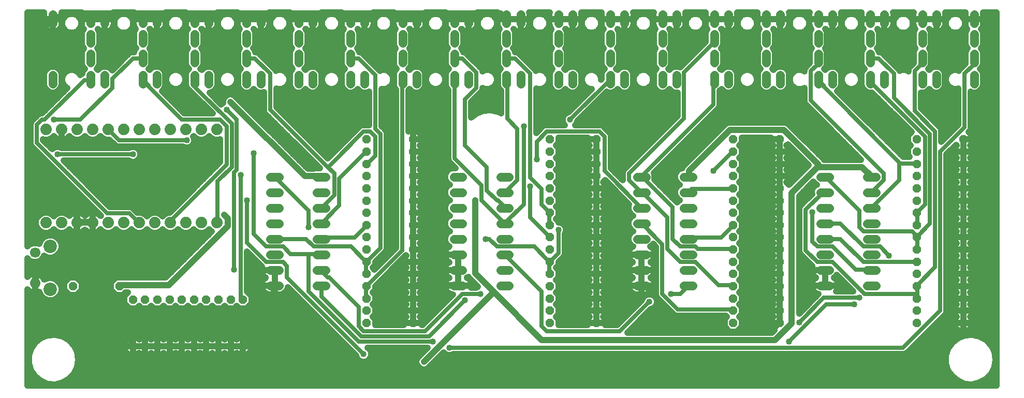
<source format=gbl>
G75*
%MOIN*%
%OFA0B0*%
%FSLAX25Y25*%
%IPPOS*%
%LPD*%
%AMOC8*
5,1,8,0,0,1.08239X$1,22.5*
%
%ADD10C,0.07400*%
%ADD11OC8,0.05600*%
%ADD12C,0.05600*%
%ADD13C,0.05550*%
%ADD14C,0.08661*%
%ADD15C,0.06693*%
%ADD16C,0.04000*%
%ADD17C,0.04000*%
%ADD18C,0.02500*%
D10*
X0023447Y0110795D03*
X0033447Y0110795D03*
X0043447Y0110795D03*
X0053447Y0110795D03*
X0063447Y0110795D03*
X0073447Y0110795D03*
X0083447Y0110795D03*
X0093447Y0110795D03*
X0103447Y0110795D03*
X0113447Y0110795D03*
X0123447Y0110795D03*
X0133447Y0110795D03*
X0133447Y0170795D03*
X0123447Y0170795D03*
X0113447Y0170795D03*
X0103447Y0170795D03*
X0093447Y0170795D03*
X0083447Y0170795D03*
X0073447Y0170795D03*
X0063447Y0170795D03*
X0053447Y0170795D03*
X0043447Y0170795D03*
X0033447Y0170795D03*
X0023447Y0170795D03*
D11*
X0229707Y0164417D03*
X0229707Y0156543D03*
X0229707Y0148669D03*
X0229707Y0140795D03*
X0229707Y0132921D03*
X0229707Y0125047D03*
X0229707Y0117173D03*
X0229707Y0109299D03*
X0229707Y0101425D03*
X0229707Y0093551D03*
X0229707Y0085677D03*
X0229707Y0077803D03*
X0229707Y0069929D03*
X0229707Y0062055D03*
X0229707Y0054181D03*
X0229707Y0046307D03*
X0259707Y0046307D03*
X0259707Y0054181D03*
X0259707Y0062055D03*
X0259707Y0069929D03*
X0259707Y0077803D03*
X0259707Y0085677D03*
X0259707Y0093551D03*
X0259707Y0101425D03*
X0259707Y0109299D03*
X0259707Y0117173D03*
X0259707Y0125047D03*
X0259707Y0132921D03*
X0259707Y0140795D03*
X0259707Y0148669D03*
X0259707Y0156543D03*
X0259707Y0164417D03*
X0347817Y0164417D03*
X0347817Y0156543D03*
X0347817Y0148669D03*
X0347817Y0140795D03*
X0347817Y0132921D03*
X0347817Y0125047D03*
X0347817Y0117173D03*
X0347817Y0109299D03*
X0347817Y0101425D03*
X0347817Y0093551D03*
X0347817Y0085677D03*
X0347817Y0077803D03*
X0347817Y0069929D03*
X0347817Y0062055D03*
X0347817Y0054181D03*
X0347817Y0046307D03*
X0377817Y0046307D03*
X0377817Y0054181D03*
X0377817Y0062055D03*
X0377817Y0069929D03*
X0377817Y0077803D03*
X0377817Y0085677D03*
X0377817Y0093551D03*
X0377817Y0101425D03*
X0377817Y0109299D03*
X0377817Y0117173D03*
X0377817Y0125047D03*
X0377817Y0132921D03*
X0377817Y0140795D03*
X0377817Y0148669D03*
X0377817Y0156543D03*
X0377817Y0164417D03*
X0465928Y0164417D03*
X0465928Y0156543D03*
X0465928Y0148669D03*
X0465928Y0140795D03*
X0465928Y0132921D03*
X0465928Y0125047D03*
X0465928Y0117173D03*
X0465928Y0109299D03*
X0465928Y0101425D03*
X0465928Y0093551D03*
X0465928Y0085677D03*
X0465928Y0077803D03*
X0465928Y0069929D03*
X0465928Y0062055D03*
X0465928Y0054181D03*
X0465928Y0046307D03*
X0495928Y0046307D03*
X0495928Y0054181D03*
X0495928Y0062055D03*
X0495928Y0069929D03*
X0495928Y0077803D03*
X0495928Y0085677D03*
X0495928Y0093551D03*
X0495928Y0101425D03*
X0495928Y0109299D03*
X0495928Y0117173D03*
X0495928Y0125047D03*
X0495928Y0132921D03*
X0495928Y0140795D03*
X0495928Y0148669D03*
X0495928Y0156543D03*
X0495928Y0164417D03*
X0584038Y0164417D03*
X0584038Y0156543D03*
X0584038Y0148669D03*
X0584038Y0140795D03*
X0584038Y0132921D03*
X0584038Y0125047D03*
X0584038Y0117173D03*
X0584038Y0109299D03*
X0584038Y0101425D03*
X0584038Y0093551D03*
X0584038Y0085677D03*
X0584038Y0077803D03*
X0584038Y0069929D03*
X0584038Y0062055D03*
X0584038Y0054181D03*
X0584038Y0046307D03*
X0614038Y0046307D03*
X0614038Y0054181D03*
X0614038Y0062055D03*
X0614038Y0069929D03*
X0614038Y0077803D03*
X0614038Y0085677D03*
X0614038Y0093551D03*
X0614038Y0101425D03*
X0614038Y0109299D03*
X0614038Y0117173D03*
X0614038Y0125047D03*
X0614038Y0132921D03*
X0614038Y0140795D03*
X0614038Y0148669D03*
X0614038Y0156543D03*
X0614038Y0164417D03*
X0150219Y0061307D03*
X0142345Y0061307D03*
X0134471Y0061307D03*
X0126597Y0061307D03*
X0118723Y0061307D03*
X0110849Y0061307D03*
X0102975Y0061307D03*
X0095101Y0061307D03*
X0087227Y0061307D03*
X0079353Y0061307D03*
X0070731Y0069929D03*
X0040731Y0069929D03*
X0079353Y0031307D03*
X0087227Y0031307D03*
X0095101Y0031307D03*
X0102975Y0031307D03*
X0110849Y0031307D03*
X0118723Y0031307D03*
X0126597Y0031307D03*
X0134471Y0031307D03*
X0142345Y0031307D03*
X0150219Y0031307D03*
D12*
X0167852Y0070362D02*
X0173452Y0070362D01*
X0197852Y0070362D02*
X0203452Y0070362D01*
X0203452Y0080362D02*
X0197852Y0080362D01*
X0197852Y0090362D02*
X0203452Y0090362D01*
X0203452Y0100362D02*
X0197852Y0100362D01*
X0173452Y0100362D02*
X0167852Y0100362D01*
X0167852Y0090362D02*
X0173452Y0090362D01*
X0173452Y0080362D02*
X0167852Y0080362D01*
X0167852Y0110362D02*
X0173452Y0110362D01*
X0197852Y0110362D02*
X0203452Y0110362D01*
X0203452Y0120362D02*
X0197852Y0120362D01*
X0173452Y0120362D02*
X0167852Y0120362D01*
X0167852Y0130362D02*
X0173452Y0130362D01*
X0197852Y0130362D02*
X0203452Y0130362D01*
X0203452Y0140362D02*
X0197852Y0140362D01*
X0173452Y0140362D02*
X0167852Y0140362D01*
X0285962Y0140362D02*
X0291562Y0140362D01*
X0291562Y0130362D02*
X0285962Y0130362D01*
X0285962Y0120362D02*
X0291562Y0120362D01*
X0291562Y0110362D02*
X0285962Y0110362D01*
X0285962Y0100362D02*
X0291562Y0100362D01*
X0291562Y0090362D02*
X0285962Y0090362D01*
X0285962Y0080362D02*
X0291562Y0080362D01*
X0291562Y0070362D02*
X0285962Y0070362D01*
X0315962Y0070362D02*
X0321562Y0070362D01*
X0321562Y0080362D02*
X0315962Y0080362D01*
X0315962Y0090362D02*
X0321562Y0090362D01*
X0321562Y0100362D02*
X0315962Y0100362D01*
X0315962Y0110362D02*
X0321562Y0110362D01*
X0321562Y0120362D02*
X0315962Y0120362D01*
X0315962Y0130362D02*
X0321562Y0130362D01*
X0321562Y0140362D02*
X0315962Y0140362D01*
X0404072Y0140362D02*
X0409672Y0140362D01*
X0409672Y0130362D02*
X0404072Y0130362D01*
X0404072Y0120362D02*
X0409672Y0120362D01*
X0409672Y0110362D02*
X0404072Y0110362D01*
X0404072Y0100362D02*
X0409672Y0100362D01*
X0409672Y0090362D02*
X0404072Y0090362D01*
X0404072Y0080362D02*
X0409672Y0080362D01*
X0409672Y0070362D02*
X0404072Y0070362D01*
X0434072Y0070362D02*
X0439672Y0070362D01*
X0439672Y0080362D02*
X0434072Y0080362D01*
X0434072Y0090362D02*
X0439672Y0090362D01*
X0439672Y0100362D02*
X0434072Y0100362D01*
X0434072Y0110362D02*
X0439672Y0110362D01*
X0439672Y0120362D02*
X0434072Y0120362D01*
X0434072Y0130362D02*
X0439672Y0130362D01*
X0439672Y0140362D02*
X0434072Y0140362D01*
X0522183Y0140362D02*
X0527783Y0140362D01*
X0527783Y0130362D02*
X0522183Y0130362D01*
X0522183Y0120362D02*
X0527783Y0120362D01*
X0527783Y0110362D02*
X0522183Y0110362D01*
X0522183Y0100362D02*
X0527783Y0100362D01*
X0527783Y0090362D02*
X0522183Y0090362D01*
X0522183Y0080362D02*
X0527783Y0080362D01*
X0527783Y0070362D02*
X0522183Y0070362D01*
X0552183Y0070362D02*
X0557783Y0070362D01*
X0557783Y0080362D02*
X0552183Y0080362D01*
X0552183Y0090362D02*
X0557783Y0090362D01*
X0557783Y0100362D02*
X0552183Y0100362D01*
X0552183Y0110362D02*
X0557783Y0110362D01*
X0557783Y0120362D02*
X0552183Y0120362D01*
X0552183Y0130362D02*
X0557783Y0130362D01*
X0557783Y0140362D02*
X0552183Y0140362D01*
D13*
X0554156Y0200225D02*
X0554156Y0205775D01*
X0563211Y0205775D02*
X0563211Y0200225D01*
X0587620Y0200225D02*
X0587620Y0205775D01*
X0596676Y0205775D02*
X0596676Y0200225D01*
X0621085Y0200225D02*
X0621085Y0205775D01*
X0621085Y0214005D02*
X0621085Y0219554D01*
X0621085Y0226603D02*
X0621085Y0232153D01*
X0621085Y0239202D02*
X0621085Y0244751D01*
X0596676Y0244751D02*
X0596676Y0239202D01*
X0587620Y0239202D02*
X0587620Y0244751D01*
X0563211Y0244751D02*
X0563211Y0239202D01*
X0554156Y0239202D02*
X0554156Y0244751D01*
X0529746Y0244751D02*
X0529746Y0239202D01*
X0520691Y0239202D02*
X0520691Y0244751D01*
X0496282Y0244751D02*
X0496282Y0239202D01*
X0487227Y0239202D02*
X0487227Y0244751D01*
X0462817Y0244751D02*
X0462817Y0239202D01*
X0453762Y0239202D02*
X0453762Y0244751D01*
X0429353Y0244751D02*
X0429353Y0239202D01*
X0420298Y0239202D02*
X0420298Y0244751D01*
X0395888Y0244751D02*
X0395888Y0239202D01*
X0386833Y0239202D02*
X0386833Y0244751D01*
X0362424Y0244751D02*
X0362424Y0239202D01*
X0353369Y0239202D02*
X0353369Y0244751D01*
X0328959Y0244751D02*
X0328959Y0239202D01*
X0319904Y0239202D02*
X0319904Y0244751D01*
X0295494Y0244751D02*
X0295494Y0239202D01*
X0286439Y0239202D02*
X0286439Y0244751D01*
X0262030Y0244751D02*
X0262030Y0239202D01*
X0252975Y0239202D02*
X0252975Y0244751D01*
X0228565Y0244751D02*
X0228565Y0239202D01*
X0219510Y0239202D02*
X0219510Y0244751D01*
X0195101Y0244751D02*
X0195101Y0239202D01*
X0186046Y0239202D02*
X0186046Y0244751D01*
X0161636Y0244751D02*
X0161636Y0239202D01*
X0152581Y0239202D02*
X0152581Y0244751D01*
X0128172Y0244751D02*
X0128172Y0239202D01*
X0119117Y0239202D02*
X0119117Y0244751D01*
X0094707Y0244751D02*
X0094707Y0239202D01*
X0085652Y0239202D02*
X0085652Y0244751D01*
X0061243Y0244751D02*
X0061243Y0239202D01*
X0052187Y0239202D02*
X0052187Y0244751D01*
X0027778Y0244751D02*
X0027778Y0239202D01*
X0052187Y0232153D02*
X0052187Y0226603D01*
X0052187Y0219554D02*
X0052187Y0214005D01*
X0052187Y0205775D02*
X0052187Y0200225D01*
X0061243Y0200225D02*
X0061243Y0205775D01*
X0085652Y0205775D02*
X0085652Y0200225D01*
X0094707Y0200225D02*
X0094707Y0205775D01*
X0085652Y0214005D02*
X0085652Y0219554D01*
X0085652Y0226603D02*
X0085652Y0232153D01*
X0119117Y0232153D02*
X0119117Y0226603D01*
X0119117Y0219554D02*
X0119117Y0214005D01*
X0119117Y0205775D02*
X0119117Y0200225D01*
X0128172Y0200225D02*
X0128172Y0205775D01*
X0152581Y0205775D02*
X0152581Y0200225D01*
X0161636Y0200225D02*
X0161636Y0205775D01*
X0152581Y0214005D02*
X0152581Y0219554D01*
X0152581Y0226603D02*
X0152581Y0232153D01*
X0186046Y0232153D02*
X0186046Y0226603D01*
X0186046Y0219554D02*
X0186046Y0214005D01*
X0186046Y0205775D02*
X0186046Y0200225D01*
X0195101Y0200225D02*
X0195101Y0205775D01*
X0219510Y0205775D02*
X0219510Y0200225D01*
X0228565Y0200225D02*
X0228565Y0205775D01*
X0219510Y0214005D02*
X0219510Y0219554D01*
X0219510Y0226603D02*
X0219510Y0232153D01*
X0252975Y0232153D02*
X0252975Y0226603D01*
X0252975Y0219554D02*
X0252975Y0214005D01*
X0252975Y0205775D02*
X0252975Y0200225D01*
X0262030Y0200225D02*
X0262030Y0205775D01*
X0286439Y0205775D02*
X0286439Y0200225D01*
X0295494Y0200225D02*
X0295494Y0205775D01*
X0286439Y0214005D02*
X0286439Y0219554D01*
X0286439Y0226603D02*
X0286439Y0232153D01*
X0319904Y0232153D02*
X0319904Y0226603D01*
X0319904Y0219554D02*
X0319904Y0214005D01*
X0319904Y0205775D02*
X0319904Y0200225D01*
X0328959Y0200225D02*
X0328959Y0205775D01*
X0353369Y0205775D02*
X0353369Y0200225D01*
X0362424Y0200225D02*
X0362424Y0205775D01*
X0353369Y0214005D02*
X0353369Y0219554D01*
X0353369Y0226603D02*
X0353369Y0232153D01*
X0386833Y0232153D02*
X0386833Y0226603D01*
X0386833Y0219554D02*
X0386833Y0214005D01*
X0386833Y0205775D02*
X0386833Y0200225D01*
X0395888Y0200225D02*
X0395888Y0205775D01*
X0420298Y0205775D02*
X0420298Y0200225D01*
X0429353Y0200225D02*
X0429353Y0205775D01*
X0420298Y0214005D02*
X0420298Y0219554D01*
X0420298Y0226603D02*
X0420298Y0232153D01*
X0453762Y0232153D02*
X0453762Y0226603D01*
X0453762Y0219554D02*
X0453762Y0214005D01*
X0453762Y0205775D02*
X0453762Y0200225D01*
X0462817Y0200225D02*
X0462817Y0205775D01*
X0487227Y0205775D02*
X0487227Y0200225D01*
X0496282Y0200225D02*
X0496282Y0205775D01*
X0487227Y0214005D02*
X0487227Y0219554D01*
X0487227Y0226603D02*
X0487227Y0232153D01*
X0520691Y0232153D02*
X0520691Y0226603D01*
X0520691Y0219554D02*
X0520691Y0214005D01*
X0520691Y0205775D02*
X0520691Y0200225D01*
X0529746Y0200225D02*
X0529746Y0205775D01*
X0554156Y0214005D02*
X0554156Y0219554D01*
X0554156Y0226603D02*
X0554156Y0232153D01*
X0587620Y0232153D02*
X0587620Y0226603D01*
X0587620Y0219554D02*
X0587620Y0214005D01*
X0027778Y0205775D02*
X0027778Y0200225D01*
D14*
X0026203Y0095520D03*
X0026203Y0067961D03*
D15*
X0016361Y0071898D03*
X0016361Y0091583D03*
D16*
X0011487Y0067809D02*
X0011487Y0006000D01*
X0635408Y0006000D01*
X0635408Y0246063D01*
X0626724Y0246063D01*
X0626860Y0245206D01*
X0626860Y0241976D01*
X0621085Y0241976D01*
X0615310Y0241976D01*
X0615310Y0238747D01*
X0615452Y0237849D01*
X0615733Y0236985D01*
X0616146Y0236175D01*
X0616599Y0235551D01*
X0616359Y0235311D01*
X0615510Y0233262D01*
X0615510Y0225494D01*
X0616359Y0223445D01*
X0616725Y0223079D01*
X0616359Y0222712D01*
X0615510Y0220663D01*
X0615510Y0213151D01*
X0612567Y0210208D01*
X0611428Y0209069D01*
X0611263Y0208669D01*
X0610104Y0209150D01*
X0607657Y0209150D01*
X0605397Y0208213D01*
X0603667Y0206483D01*
X0602731Y0204223D01*
X0602731Y0201777D01*
X0603667Y0199517D01*
X0605397Y0197787D01*
X0607657Y0196850D01*
X0610104Y0196850D01*
X0610812Y0197144D01*
X0610812Y0173803D01*
X0599937Y0162928D01*
X0599937Y0170456D01*
X0599320Y0171944D01*
X0598181Y0173083D01*
X0586737Y0184528D01*
X0586737Y0194650D01*
X0588729Y0194650D01*
X0590778Y0195499D01*
X0592148Y0196869D01*
X0593518Y0195499D01*
X0595567Y0194650D01*
X0597784Y0194650D01*
X0599833Y0195499D01*
X0601402Y0197067D01*
X0602250Y0199116D01*
X0602250Y0206884D01*
X0601402Y0208933D01*
X0599833Y0210501D01*
X0597784Y0211350D01*
X0595567Y0211350D01*
X0593518Y0210501D01*
X0592148Y0209131D01*
X0591389Y0209890D01*
X0592347Y0210847D01*
X0593195Y0212896D01*
X0593195Y0220663D01*
X0592347Y0222712D01*
X0591980Y0223079D01*
X0592347Y0223445D01*
X0593195Y0225494D01*
X0593195Y0233262D01*
X0592347Y0235311D01*
X0592106Y0235551D01*
X0592148Y0235609D01*
X0592271Y0235440D01*
X0592914Y0234797D01*
X0593649Y0234263D01*
X0594459Y0233850D01*
X0595323Y0233569D01*
X0596221Y0233427D01*
X0596676Y0233427D01*
X0597130Y0233427D01*
X0598028Y0233569D01*
X0598892Y0233850D01*
X0599702Y0234263D01*
X0600438Y0234797D01*
X0601080Y0235440D01*
X0601615Y0236175D01*
X0602027Y0236985D01*
X0602308Y0237849D01*
X0602450Y0238747D01*
X0602450Y0241976D01*
X0596676Y0241976D01*
X0596676Y0241976D01*
X0596676Y0233427D01*
X0596676Y0241976D01*
X0596676Y0241976D01*
X0602450Y0241976D01*
X0602450Y0245206D01*
X0602315Y0246063D01*
X0615446Y0246063D01*
X0615310Y0245206D01*
X0615310Y0241976D01*
X0621085Y0241976D01*
X0621085Y0241976D01*
X0621085Y0241976D01*
X0626860Y0241976D01*
X0626860Y0238747D01*
X0626718Y0237849D01*
X0626437Y0236985D01*
X0626024Y0236175D01*
X0625571Y0235551D01*
X0625811Y0235311D01*
X0626660Y0233262D01*
X0626660Y0225494D01*
X0625811Y0223445D01*
X0625445Y0223079D01*
X0625811Y0222712D01*
X0626660Y0220663D01*
X0626660Y0212896D01*
X0625811Y0210847D01*
X0624854Y0209890D01*
X0625811Y0208933D01*
X0626660Y0206884D01*
X0626660Y0199116D01*
X0625811Y0197067D01*
X0624243Y0195499D01*
X0622194Y0194650D01*
X0619976Y0194650D01*
X0618912Y0195091D01*
X0618912Y0171319D01*
X0618295Y0169831D01*
X0617561Y0169097D01*
X0619838Y0166820D01*
X0619838Y0164417D01*
X0614038Y0164417D01*
X0614038Y0158617D01*
X0614038Y0156543D01*
X0614038Y0148669D01*
X0614038Y0142869D01*
X0614038Y0140795D01*
X0614038Y0140795D01*
X0619838Y0140795D01*
X0619838Y0138393D01*
X0618303Y0136858D01*
X0619838Y0135324D01*
X0619838Y0132921D01*
X0614038Y0132921D01*
X0614038Y0132921D01*
X0614038Y0127121D01*
X0614038Y0125047D01*
X0614038Y0125047D01*
X0619838Y0125047D01*
X0619838Y0122645D01*
X0618303Y0121110D01*
X0619838Y0119576D01*
X0619838Y0117173D01*
X0614038Y0117173D01*
X0614038Y0117173D01*
X0614038Y0111373D01*
X0614038Y0109299D01*
X0614038Y0109299D01*
X0619838Y0109299D01*
X0619838Y0106897D01*
X0618303Y0105362D01*
X0619838Y0103828D01*
X0619838Y0101425D01*
X0614038Y0101425D01*
X0614038Y0101425D01*
X0614038Y0095625D01*
X0614038Y0093551D01*
X0614038Y0093551D01*
X0619838Y0093551D01*
X0619838Y0091149D01*
X0618303Y0089614D01*
X0619838Y0088080D01*
X0619838Y0085677D01*
X0614038Y0085677D01*
X0614038Y0085677D01*
X0614038Y0079877D01*
X0614038Y0077803D01*
X0614038Y0077803D01*
X0619838Y0077803D01*
X0619838Y0075401D01*
X0618303Y0073866D01*
X0619838Y0072332D01*
X0619838Y0069929D01*
X0614038Y0069929D01*
X0614038Y0069929D01*
X0614038Y0064129D01*
X0614038Y0062055D01*
X0614038Y0062055D01*
X0619838Y0062055D01*
X0619838Y0059653D01*
X0618303Y0058118D01*
X0619838Y0056584D01*
X0619838Y0054181D01*
X0614038Y0054181D01*
X0614038Y0054181D01*
X0619838Y0054181D01*
X0619838Y0051779D01*
X0618303Y0050244D01*
X0619838Y0048710D01*
X0619838Y0046307D01*
X0614038Y0046307D01*
X0614038Y0046307D01*
X0619838Y0046307D01*
X0619838Y0043905D01*
X0616440Y0040507D01*
X0614038Y0040507D01*
X0614038Y0046307D01*
X0614038Y0046307D01*
X0614038Y0046307D01*
X0614038Y0048381D01*
X0614038Y0054181D01*
X0614038Y0054181D01*
X0614038Y0054181D01*
X0614038Y0062055D01*
X0614038Y0062055D01*
X0619838Y0062055D01*
X0619838Y0064458D01*
X0618303Y0065992D01*
X0619838Y0067527D01*
X0619838Y0069929D01*
X0614038Y0069929D01*
X0614038Y0069929D01*
X0614038Y0062055D01*
X0614038Y0062055D01*
X0614038Y0059981D01*
X0614038Y0054181D01*
X0614038Y0046307D01*
X0614038Y0040507D01*
X0611635Y0040507D01*
X0608238Y0043905D01*
X0608238Y0046307D01*
X0614038Y0046307D01*
X0614038Y0046307D01*
X0608238Y0046307D01*
X0608238Y0048710D01*
X0609772Y0050244D01*
X0608238Y0051779D01*
X0608238Y0054181D01*
X0614038Y0054181D01*
X0614038Y0054181D01*
X0608238Y0054181D01*
X0608238Y0056584D01*
X0609772Y0058118D01*
X0608238Y0059653D01*
X0608238Y0062055D01*
X0614038Y0062055D01*
X0614038Y0062055D01*
X0608238Y0062055D01*
X0608238Y0064458D01*
X0609772Y0065992D01*
X0608238Y0067527D01*
X0608238Y0069929D01*
X0614038Y0069929D01*
X0614038Y0069929D01*
X0614038Y0077803D01*
X0614038Y0077803D01*
X0619838Y0077803D01*
X0619838Y0080206D01*
X0618303Y0081740D01*
X0619838Y0083275D01*
X0619838Y0085677D01*
X0614038Y0085677D01*
X0614038Y0085677D01*
X0614038Y0077803D01*
X0614038Y0072003D01*
X0614038Y0069929D01*
X0614038Y0069929D01*
X0608238Y0069929D01*
X0608238Y0072332D01*
X0609772Y0073866D01*
X0608238Y0075401D01*
X0608238Y0077803D01*
X0614038Y0077803D01*
X0614038Y0077803D01*
X0614038Y0077803D01*
X0608238Y0077803D01*
X0608238Y0080206D01*
X0609772Y0081740D01*
X0608238Y0083275D01*
X0608238Y0085677D01*
X0614038Y0085677D01*
X0614038Y0085677D01*
X0614038Y0093551D01*
X0614038Y0093551D01*
X0619838Y0093551D01*
X0619838Y0095954D01*
X0618303Y0097488D01*
X0619838Y0099023D01*
X0619838Y0101425D01*
X0614038Y0101425D01*
X0614038Y0101425D01*
X0614038Y0093551D01*
X0614038Y0087751D01*
X0614038Y0085677D01*
X0614038Y0085677D01*
X0608238Y0085677D01*
X0608238Y0088080D01*
X0609772Y0089614D01*
X0608238Y0091149D01*
X0608238Y0093551D01*
X0614038Y0093551D01*
X0614038Y0093551D01*
X0614038Y0093551D01*
X0608238Y0093551D01*
X0608238Y0095954D01*
X0609772Y0097488D01*
X0608238Y0099023D01*
X0608238Y0101425D01*
X0614038Y0101425D01*
X0614038Y0101425D01*
X0614038Y0101425D01*
X0614038Y0109299D01*
X0614038Y0109299D01*
X0619838Y0109299D01*
X0619838Y0111702D01*
X0618303Y0113236D01*
X0619838Y0114771D01*
X0619838Y0117173D01*
X0614038Y0117173D01*
X0614038Y0117173D01*
X0614038Y0109299D01*
X0614038Y0107225D01*
X0614038Y0101425D01*
X0608238Y0101425D01*
X0608238Y0103828D01*
X0609772Y0105362D01*
X0608238Y0106897D01*
X0608238Y0109299D01*
X0614038Y0109299D01*
X0614038Y0109299D01*
X0614038Y0109299D01*
X0608238Y0109299D01*
X0608238Y0111702D01*
X0609772Y0113236D01*
X0608238Y0114771D01*
X0608238Y0117173D01*
X0614038Y0117173D01*
X0614038Y0117173D01*
X0614038Y0117173D01*
X0614038Y0125047D01*
X0614038Y0125047D01*
X0614038Y0122973D01*
X0614038Y0117173D01*
X0608238Y0117173D01*
X0608238Y0119576D01*
X0609772Y0121110D01*
X0608238Y0122645D01*
X0608238Y0125047D01*
X0614038Y0125047D01*
X0619838Y0125047D01*
X0619838Y0127450D01*
X0618303Y0128984D01*
X0619838Y0130519D01*
X0619838Y0132921D01*
X0614038Y0132921D01*
X0614038Y0132921D01*
X0614038Y0125047D01*
X0614038Y0125047D01*
X0614038Y0125047D01*
X0608238Y0125047D01*
X0608238Y0127450D01*
X0609772Y0128984D01*
X0608238Y0130519D01*
X0608238Y0132921D01*
X0614038Y0132921D01*
X0614038Y0132921D01*
X0614038Y0132921D01*
X0614038Y0140795D01*
X0614038Y0140795D01*
X0614038Y0138721D01*
X0614038Y0132921D01*
X0608238Y0132921D01*
X0608238Y0135324D01*
X0609772Y0136858D01*
X0608238Y0138393D01*
X0608238Y0140795D01*
X0614038Y0140795D01*
X0619838Y0140795D01*
X0619838Y0143198D01*
X0618303Y0144732D01*
X0619838Y0146267D01*
X0619838Y0148669D01*
X0614038Y0148669D01*
X0614038Y0148669D01*
X0614038Y0148669D01*
X0614038Y0140795D01*
X0614038Y0140795D01*
X0614038Y0140795D01*
X0608238Y0140795D01*
X0608238Y0143198D01*
X0609772Y0144732D01*
X0608238Y0146267D01*
X0608238Y0148669D01*
X0614038Y0148669D01*
X0619838Y0148669D01*
X0619838Y0151072D01*
X0618303Y0152606D01*
X0619838Y0154141D01*
X0619838Y0156543D01*
X0614038Y0156543D01*
X0614038Y0156543D01*
X0614038Y0156543D01*
X0614038Y0150743D01*
X0614038Y0148669D01*
X0614038Y0148669D01*
X0614038Y0148669D01*
X0608238Y0148669D01*
X0608238Y0151072D01*
X0609772Y0152606D01*
X0608238Y0154141D01*
X0608238Y0156543D01*
X0614038Y0156543D01*
X0619838Y0156543D01*
X0619838Y0158946D01*
X0618303Y0160480D01*
X0619838Y0162015D01*
X0619838Y0164417D01*
X0614038Y0164417D01*
X0614038Y0164417D01*
X0614038Y0164417D01*
X0614038Y0156543D01*
X0614038Y0156543D01*
X0614038Y0156543D01*
X0608238Y0156543D01*
X0608238Y0158946D01*
X0609772Y0160480D01*
X0609358Y0160894D01*
X0603237Y0154772D01*
X0603237Y0053344D01*
X0602620Y0051856D01*
X0578695Y0027931D01*
X0577556Y0026792D01*
X0576067Y0026175D01*
X0285950Y0026175D01*
X0285931Y0026156D01*
X0284166Y0025425D01*
X0282257Y0025425D01*
X0280493Y0026156D01*
X0279499Y0027149D01*
X0270781Y0018431D01*
X0270781Y0018431D01*
X0269431Y0017081D01*
X0267666Y0016350D01*
X0265757Y0016350D01*
X0263993Y0017081D01*
X0262642Y0018431D01*
X0261912Y0020195D01*
X0261912Y0022105D01*
X0262642Y0023869D01*
X0263993Y0025219D01*
X0263993Y0025219D01*
X0269073Y0030300D01*
X0230340Y0030300D01*
X0230656Y0030169D01*
X0232006Y0028819D01*
X0232737Y0027055D01*
X0232737Y0025145D01*
X0232006Y0023381D01*
X0230656Y0022031D01*
X0228891Y0021300D01*
X0226982Y0021300D01*
X0225218Y0022031D01*
X0223867Y0023381D01*
X0223137Y0025145D01*
X0223137Y0025172D01*
X0179136Y0069173D01*
X0179109Y0069004D01*
X0178827Y0068136D01*
X0178413Y0067322D01*
X0177876Y0066584D01*
X0177230Y0065938D01*
X0176492Y0065402D01*
X0175678Y0064987D01*
X0174810Y0064705D01*
X0173908Y0064562D01*
X0170652Y0064562D01*
X0170652Y0070362D01*
X0170652Y0070362D01*
X0170652Y0064562D01*
X0167395Y0064562D01*
X0166494Y0064705D01*
X0165626Y0064987D01*
X0164812Y0065402D01*
X0164074Y0065938D01*
X0163428Y0066584D01*
X0162891Y0067322D01*
X0162477Y0068136D01*
X0162195Y0069004D01*
X0162052Y0069906D01*
X0162052Y0070362D01*
X0170652Y0070362D01*
X0170652Y0070362D01*
X0170187Y0069825D01*
X0170187Y0051675D01*
X0150387Y0031875D01*
X0150219Y0031307D01*
X0150219Y0031307D01*
X0156019Y0031307D01*
X0156019Y0028905D01*
X0152621Y0025507D01*
X0150219Y0025507D01*
X0150219Y0031307D01*
X0150219Y0031307D01*
X0156019Y0031307D01*
X0156019Y0033710D01*
X0152621Y0037107D01*
X0150219Y0037107D01*
X0150219Y0031307D01*
X0150219Y0025507D01*
X0147816Y0025507D01*
X0146282Y0027042D01*
X0144747Y0025507D01*
X0142345Y0025507D01*
X0142345Y0031307D01*
X0142345Y0031307D01*
X0150219Y0031307D01*
X0150219Y0031307D01*
X0150219Y0031307D01*
X0148145Y0031307D01*
X0142345Y0031307D01*
X0142345Y0031307D01*
X0142345Y0025507D01*
X0139942Y0025507D01*
X0138408Y0027042D01*
X0136873Y0025507D01*
X0134471Y0025507D01*
X0134471Y0031307D01*
X0134471Y0031307D01*
X0136545Y0031307D01*
X0142345Y0031307D01*
X0142345Y0031307D01*
X0142345Y0037107D01*
X0144747Y0037107D01*
X0146282Y0035572D01*
X0147816Y0037107D01*
X0150219Y0037107D01*
X0150219Y0031307D01*
X0150219Y0030990D02*
X0150219Y0030990D01*
X0150219Y0034988D02*
X0150219Y0034988D01*
X0154740Y0034988D02*
X0213321Y0034988D01*
X0217319Y0030990D02*
X0156019Y0030990D01*
X0154105Y0026991D02*
X0221318Y0026991D01*
X0224256Y0022993D02*
X0044173Y0022993D01*
X0044219Y0022685D02*
X0043506Y0027415D01*
X0041430Y0031725D01*
X0038177Y0035231D01*
X0034034Y0037623D01*
X0029371Y0038687D01*
X0029371Y0038687D01*
X0024601Y0038330D01*
X0024601Y0038330D01*
X0020148Y0036582D01*
X0016408Y0033600D01*
X0013714Y0029648D01*
X0013714Y0029648D01*
X0012304Y0025077D01*
X0012304Y0020293D01*
X0013714Y0015722D01*
X0016408Y0011770D01*
X0016408Y0011770D01*
X0016408Y0011770D01*
X0020148Y0008788D01*
X0024601Y0007040D01*
X0029371Y0006683D01*
X0034034Y0007747D01*
X0034034Y0007747D01*
X0038177Y0010139D01*
X0041430Y0013645D01*
X0041430Y0013645D01*
X0043506Y0017955D01*
X0043506Y0017955D01*
X0044219Y0022685D01*
X0043663Y0018994D02*
X0262409Y0018994D01*
X0262279Y0022993D02*
X0231617Y0022993D01*
X0232737Y0026991D02*
X0265764Y0026991D01*
X0266712Y0021150D02*
X0310437Y0064875D01*
X0311674Y0066113D01*
X0299712Y0078075D01*
X0299712Y0125100D01*
X0283400Y0125362D02*
X0282790Y0125110D01*
X0281215Y0123534D01*
X0280362Y0121476D01*
X0280362Y0119248D01*
X0281215Y0117190D01*
X0282790Y0115615D01*
X0283400Y0115362D01*
X0282790Y0115110D01*
X0281215Y0113534D01*
X0280362Y0111476D01*
X0280362Y0109248D01*
X0281215Y0107190D01*
X0282790Y0105615D01*
X0283400Y0105362D01*
X0282790Y0105110D01*
X0281215Y0103534D01*
X0280362Y0101476D01*
X0280362Y0099248D01*
X0281215Y0097190D01*
X0282790Y0095615D01*
X0283179Y0095454D01*
X0282922Y0095323D01*
X0282184Y0094786D01*
X0281538Y0094141D01*
X0281002Y0093402D01*
X0280587Y0092589D01*
X0280305Y0091720D01*
X0280162Y0090819D01*
X0280162Y0090362D01*
X0280162Y0089906D01*
X0280305Y0089004D01*
X0280587Y0088136D01*
X0281002Y0087322D01*
X0281538Y0086584D01*
X0282184Y0085938D01*
X0282922Y0085402D01*
X0283000Y0085362D01*
X0282922Y0085323D01*
X0282184Y0084786D01*
X0281538Y0084141D01*
X0281002Y0083402D01*
X0280587Y0082589D01*
X0280305Y0081720D01*
X0280162Y0080819D01*
X0280162Y0080362D01*
X0280162Y0079906D01*
X0280305Y0079004D01*
X0280587Y0078136D01*
X0281002Y0077322D01*
X0281538Y0076584D01*
X0282184Y0075938D01*
X0282922Y0075402D01*
X0283000Y0075362D01*
X0282922Y0075323D01*
X0282184Y0074786D01*
X0281538Y0074141D01*
X0281002Y0073402D01*
X0280587Y0072589D01*
X0280305Y0071720D01*
X0280162Y0070819D01*
X0280162Y0070362D01*
X0280162Y0069906D01*
X0280305Y0069004D01*
X0280587Y0068136D01*
X0281002Y0067322D01*
X0281538Y0066584D01*
X0282184Y0065938D01*
X0282922Y0065402D01*
X0283736Y0064987D01*
X0284604Y0064705D01*
X0285433Y0064574D01*
X0265859Y0045000D01*
X0265507Y0045000D01*
X0265507Y0046307D01*
X0259707Y0046307D01*
X0253907Y0046307D01*
X0253907Y0045000D01*
X0235307Y0045000D01*
X0235307Y0048627D01*
X0233690Y0050244D01*
X0235307Y0051862D01*
X0235307Y0056501D01*
X0233690Y0058118D01*
X0235307Y0059736D01*
X0235307Y0064375D01*
X0233690Y0065992D01*
X0235307Y0067610D01*
X0235307Y0069818D01*
X0255273Y0089783D01*
X0255442Y0089614D01*
X0253907Y0088080D01*
X0253907Y0085677D01*
X0253907Y0083275D01*
X0255442Y0081740D01*
X0253907Y0080206D01*
X0253907Y0077803D01*
X0253907Y0075401D01*
X0255442Y0073866D01*
X0253907Y0072332D01*
X0253907Y0069929D01*
X0253907Y0067527D01*
X0255442Y0065992D01*
X0253907Y0064458D01*
X0253907Y0062055D01*
X0253907Y0059653D01*
X0255442Y0058118D01*
X0253907Y0056584D01*
X0253907Y0054181D01*
X0253907Y0051779D01*
X0255442Y0050244D01*
X0253907Y0048710D01*
X0253907Y0046307D01*
X0259707Y0046307D01*
X0259707Y0046307D01*
X0259707Y0054181D01*
X0259707Y0054181D01*
X0253907Y0054181D01*
X0259707Y0054181D01*
X0259707Y0054181D01*
X0259707Y0048381D01*
X0259707Y0046307D01*
X0259707Y0046307D01*
X0259707Y0046307D01*
X0265507Y0046307D01*
X0265507Y0048710D01*
X0263972Y0050244D01*
X0265507Y0051779D01*
X0265507Y0054181D01*
X0259707Y0054181D01*
X0259707Y0054181D01*
X0259707Y0056255D01*
X0259707Y0062055D01*
X0259707Y0062055D01*
X0253907Y0062055D01*
X0259707Y0062055D01*
X0259707Y0062055D01*
X0259707Y0054181D01*
X0259707Y0054181D01*
X0265507Y0054181D01*
X0265507Y0056584D01*
X0263972Y0058118D01*
X0265507Y0059653D01*
X0265507Y0062055D01*
X0259707Y0062055D01*
X0259707Y0062055D01*
X0259707Y0069929D01*
X0259707Y0069929D01*
X0253907Y0069929D01*
X0259707Y0069929D01*
X0259707Y0069929D01*
X0259707Y0064129D01*
X0259707Y0062055D01*
X0259707Y0062055D01*
X0265507Y0062055D01*
X0265507Y0064458D01*
X0263972Y0065992D01*
X0265507Y0067527D01*
X0265507Y0069929D01*
X0259707Y0069929D01*
X0260112Y0070650D01*
X0288162Y0070650D01*
X0288762Y0070362D01*
X0280162Y0070362D01*
X0288762Y0070362D01*
X0288762Y0070362D01*
X0288762Y0070362D01*
X0297362Y0070362D01*
X0297362Y0069906D01*
X0297219Y0069004D01*
X0297194Y0068925D01*
X0300273Y0068925D01*
X0300293Y0068944D01*
X0301538Y0069460D01*
X0295642Y0075356D01*
X0295383Y0075981D01*
X0295341Y0075938D01*
X0294602Y0075402D01*
X0294525Y0075362D01*
X0294602Y0075323D01*
X0295341Y0074786D01*
X0295986Y0074141D01*
X0296523Y0073402D01*
X0296937Y0072589D01*
X0297219Y0071720D01*
X0297362Y0070819D01*
X0297362Y0070362D01*
X0288762Y0070362D01*
X0288762Y0074562D01*
X0288762Y0080362D01*
X0280162Y0080362D01*
X0288762Y0080362D01*
X0288762Y0080362D01*
X0288762Y0080362D01*
X0288762Y0070362D01*
X0288762Y0070362D01*
X0288762Y0070975D02*
X0288762Y0070975D01*
X0297337Y0070975D02*
X0300024Y0070975D01*
X0296025Y0074973D02*
X0295083Y0074973D01*
X0288762Y0074973D02*
X0288762Y0074973D01*
X0288762Y0078972D02*
X0288762Y0078972D01*
X0288762Y0080362D02*
X0288762Y0090362D01*
X0280162Y0090362D01*
X0288762Y0090362D01*
X0288762Y0090362D01*
X0288762Y0090362D01*
X0288762Y0086162D01*
X0288762Y0080362D01*
X0288762Y0080362D01*
X0288762Y0082970D02*
X0288762Y0082970D01*
X0288762Y0086969D02*
X0288762Y0086969D01*
X0281259Y0086969D02*
X0265507Y0086969D01*
X0265507Y0088080D02*
X0265507Y0085677D01*
X0259707Y0085677D01*
X0259707Y0085677D01*
X0259707Y0077803D01*
X0259707Y0077803D01*
X0259707Y0075729D01*
X0259707Y0069929D01*
X0259707Y0069929D01*
X0259707Y0069929D01*
X0265507Y0069929D01*
X0265507Y0072332D01*
X0263972Y0073866D01*
X0265507Y0075401D01*
X0265507Y0077803D01*
X0259707Y0077803D01*
X0253907Y0077803D01*
X0259707Y0077803D01*
X0259707Y0077803D01*
X0259707Y0069929D01*
X0259707Y0070975D02*
X0259707Y0070975D01*
X0253907Y0070975D02*
X0236464Y0070975D01*
X0234674Y0066976D02*
X0254458Y0066976D01*
X0253907Y0062978D02*
X0235307Y0062978D01*
X0234551Y0058979D02*
X0254581Y0058979D01*
X0253907Y0054981D02*
X0235307Y0054981D01*
X0234428Y0050982D02*
X0254704Y0050982D01*
X0253907Y0046984D02*
X0235307Y0046984D01*
X0259707Y0046984D02*
X0259707Y0046984D01*
X0259707Y0050982D02*
X0259707Y0050982D01*
X0264711Y0050982D02*
X0271841Y0050982D01*
X0267843Y0046984D02*
X0265507Y0046984D01*
X0265507Y0054981D02*
X0275840Y0054981D01*
X0279838Y0058979D02*
X0264834Y0058979D01*
X0259707Y0058979D02*
X0259707Y0058979D01*
X0259707Y0054981D02*
X0259707Y0054981D01*
X0259707Y0062978D02*
X0259707Y0062978D01*
X0259707Y0066976D02*
X0259707Y0066976D01*
X0264957Y0066976D02*
X0281253Y0066976D01*
X0283837Y0062978D02*
X0265507Y0062978D01*
X0265507Y0070975D02*
X0280187Y0070975D01*
X0282441Y0074973D02*
X0265080Y0074973D01*
X0265507Y0077803D02*
X0259707Y0077803D01*
X0259707Y0077803D01*
X0259707Y0077803D01*
X0259707Y0079877D01*
X0259707Y0085677D01*
X0253907Y0085677D01*
X0259707Y0085677D01*
X0259707Y0085677D01*
X0259707Y0085677D01*
X0259707Y0091477D01*
X0259707Y0093551D01*
X0259707Y0093551D01*
X0259707Y0085677D01*
X0259707Y0085677D01*
X0265507Y0085677D01*
X0265507Y0083275D01*
X0263972Y0081740D01*
X0265507Y0080206D01*
X0265507Y0077803D01*
X0265507Y0078972D02*
X0280316Y0078972D01*
X0280782Y0082970D02*
X0265203Y0082970D01*
X0259707Y0082970D02*
X0259707Y0082970D01*
X0259707Y0086969D02*
X0259707Y0086969D01*
X0263972Y0089614D02*
X0265507Y0091149D01*
X0265507Y0093551D01*
X0259707Y0093551D01*
X0259707Y0093551D01*
X0259707Y0101425D01*
X0259707Y0101425D01*
X0259707Y0095625D01*
X0259707Y0093551D01*
X0259707Y0093551D01*
X0265507Y0093551D01*
X0265507Y0095954D01*
X0263972Y0097488D01*
X0265507Y0099023D01*
X0265507Y0101425D01*
X0259707Y0101425D01*
X0259707Y0101425D01*
X0259707Y0107225D01*
X0259707Y0109299D01*
X0259707Y0109299D01*
X0259707Y0101425D01*
X0259707Y0101425D01*
X0265507Y0101425D01*
X0265507Y0103828D01*
X0263972Y0105362D01*
X0265507Y0106897D01*
X0265507Y0109299D01*
X0259707Y0109299D01*
X0259707Y0109299D01*
X0259707Y0117173D01*
X0259707Y0117173D01*
X0259707Y0111373D01*
X0259707Y0109299D01*
X0259707Y0109299D01*
X0265507Y0109299D01*
X0265507Y0111702D01*
X0263972Y0113236D01*
X0265507Y0114771D01*
X0265507Y0117173D01*
X0259707Y0117173D01*
X0259707Y0117173D01*
X0265507Y0117173D01*
X0265507Y0119576D01*
X0263972Y0121110D01*
X0265507Y0122645D01*
X0265507Y0125047D01*
X0259707Y0125047D01*
X0259707Y0125047D01*
X0259707Y0119247D01*
X0259707Y0117173D01*
X0259707Y0117173D01*
X0259707Y0125047D01*
X0259707Y0125047D01*
X0265507Y0125047D01*
X0265507Y0127450D01*
X0263972Y0128984D01*
X0265507Y0130519D01*
X0265507Y0132921D01*
X0259707Y0132921D01*
X0259707Y0132921D01*
X0259707Y0125047D01*
X0259707Y0125047D01*
X0259707Y0127121D01*
X0259707Y0132921D01*
X0259707Y0132921D01*
X0265507Y0132921D01*
X0265507Y0135324D01*
X0263972Y0136858D01*
X0265507Y0138393D01*
X0265507Y0140795D01*
X0259707Y0140795D01*
X0259707Y0140795D01*
X0259707Y0134995D01*
X0259707Y0132921D01*
X0259707Y0132921D01*
X0259707Y0140795D01*
X0259707Y0140795D01*
X0265507Y0140795D01*
X0265507Y0143198D01*
X0263972Y0144732D01*
X0265507Y0146267D01*
X0265507Y0148669D01*
X0259707Y0148669D01*
X0259707Y0148669D01*
X0259707Y0140795D01*
X0259707Y0140795D01*
X0259707Y0142869D01*
X0259707Y0148669D01*
X0259707Y0148669D01*
X0265507Y0148669D01*
X0265507Y0151072D01*
X0263972Y0152606D01*
X0265507Y0154141D01*
X0265507Y0156543D01*
X0259707Y0156543D01*
X0259707Y0156543D01*
X0259707Y0150743D01*
X0259707Y0148669D01*
X0259707Y0148669D01*
X0259707Y0156543D01*
X0259707Y0156543D01*
X0265507Y0156543D01*
X0265507Y0158946D01*
X0263972Y0160480D01*
X0265507Y0162015D01*
X0265507Y0164417D01*
X0259707Y0164417D01*
X0259707Y0164417D01*
X0259707Y0156543D01*
X0259707Y0156543D01*
X0259707Y0158617D01*
X0259707Y0164417D01*
X0259707Y0164417D01*
X0265507Y0164417D01*
X0265507Y0166820D01*
X0262110Y0170217D01*
X0259707Y0170217D01*
X0257305Y0170217D01*
X0256737Y0169649D01*
X0256737Y0196103D01*
X0257502Y0196869D01*
X0258872Y0195499D01*
X0260921Y0194650D01*
X0263139Y0194650D01*
X0265188Y0195499D01*
X0266756Y0197067D01*
X0267605Y0199116D01*
X0267605Y0206884D01*
X0266756Y0208933D01*
X0265188Y0210501D01*
X0263139Y0211350D01*
X0260921Y0211350D01*
X0258872Y0210501D01*
X0257502Y0209131D01*
X0256744Y0209890D01*
X0257701Y0210847D01*
X0258550Y0212896D01*
X0258550Y0220663D01*
X0257701Y0222712D01*
X0257334Y0223079D01*
X0257701Y0223445D01*
X0258550Y0225494D01*
X0258550Y0233262D01*
X0257701Y0235311D01*
X0257461Y0235551D01*
X0257502Y0235609D01*
X0257625Y0235440D01*
X0258268Y0234797D01*
X0259003Y0234263D01*
X0259813Y0233850D01*
X0260678Y0233569D01*
X0261575Y0233427D01*
X0262030Y0233427D01*
X0262484Y0233427D01*
X0263382Y0233569D01*
X0264247Y0233850D01*
X0265057Y0234263D01*
X0265792Y0234797D01*
X0266435Y0235440D01*
X0266969Y0236175D01*
X0267382Y0236985D01*
X0267663Y0237849D01*
X0267805Y0238747D01*
X0267805Y0241976D01*
X0262030Y0241976D01*
X0262030Y0233427D01*
X0262030Y0241976D01*
X0262030Y0241976D01*
X0262030Y0241976D01*
X0258750Y0241976D01*
X0252975Y0241976D01*
X0252975Y0241976D01*
X0262030Y0241976D01*
X0262030Y0241976D01*
X0267805Y0241976D01*
X0267805Y0245206D01*
X0267669Y0246063D01*
X0280800Y0246063D01*
X0280665Y0245206D01*
X0280665Y0241976D01*
X0280665Y0238747D01*
X0280807Y0237849D01*
X0281088Y0236985D01*
X0281500Y0236175D01*
X0281954Y0235551D01*
X0281713Y0235311D01*
X0280865Y0233262D01*
X0280865Y0225494D01*
X0281713Y0223445D01*
X0282080Y0223079D01*
X0281713Y0222712D01*
X0280865Y0220663D01*
X0280865Y0212896D01*
X0281713Y0210847D01*
X0282670Y0209890D01*
X0281713Y0208933D01*
X0280865Y0206884D01*
X0280865Y0199116D01*
X0281713Y0197067D01*
X0282462Y0196319D01*
X0282462Y0151519D01*
X0283078Y0150031D01*
X0287147Y0145962D01*
X0284848Y0145962D01*
X0282790Y0145110D01*
X0281215Y0143534D01*
X0280362Y0141476D01*
X0280362Y0139248D01*
X0281215Y0137190D01*
X0282790Y0135615D01*
X0283400Y0135362D01*
X0282790Y0135110D01*
X0281215Y0133534D01*
X0280362Y0131476D01*
X0280362Y0129248D01*
X0281215Y0127190D01*
X0282790Y0125615D01*
X0283400Y0125362D01*
X0281451Y0126954D02*
X0265507Y0126954D01*
X0265507Y0130952D02*
X0280362Y0130952D01*
X0282631Y0134951D02*
X0265507Y0134951D01*
X0265507Y0138949D02*
X0280486Y0138949D01*
X0280972Y0142948D02*
X0265507Y0142948D01*
X0265507Y0146946D02*
X0286163Y0146946D01*
X0282700Y0150945D02*
X0265507Y0150945D01*
X0259707Y0150945D02*
X0259707Y0150945D01*
X0259707Y0154943D02*
X0259707Y0154943D01*
X0259707Y0158942D02*
X0259707Y0158942D01*
X0265507Y0158942D02*
X0282462Y0158942D01*
X0282462Y0154943D02*
X0265507Y0154943D01*
X0265507Y0162940D02*
X0282462Y0162940D01*
X0282462Y0166939D02*
X0265388Y0166939D01*
X0259707Y0166939D02*
X0259707Y0166939D01*
X0259707Y0164417D02*
X0259707Y0170217D01*
X0259707Y0164417D01*
X0259707Y0164417D01*
X0259707Y0162940D02*
X0259707Y0162940D01*
X0248637Y0162940D02*
X0242712Y0162940D01*
X0242712Y0166939D02*
X0248637Y0166939D01*
X0242712Y0168806D02*
X0242095Y0170294D01*
X0240956Y0171433D01*
X0239412Y0172978D01*
X0239412Y0196906D01*
X0239547Y0196850D01*
X0241993Y0196850D01*
X0244254Y0197787D01*
X0245983Y0199517D01*
X0246920Y0201777D01*
X0246920Y0204223D01*
X0245983Y0206483D01*
X0244254Y0208213D01*
X0241993Y0209150D01*
X0239547Y0209150D01*
X0238375Y0208664D01*
X0237656Y0209383D01*
X0226931Y0220108D01*
X0225442Y0220725D01*
X0225059Y0220725D01*
X0224236Y0222712D01*
X0223870Y0223079D01*
X0224236Y0223445D01*
X0225085Y0225494D01*
X0225085Y0233262D01*
X0224236Y0235311D01*
X0223996Y0235551D01*
X0224038Y0235609D01*
X0224161Y0235440D01*
X0224803Y0234797D01*
X0225539Y0234263D01*
X0226349Y0233850D01*
X0227213Y0233569D01*
X0228111Y0233427D01*
X0228565Y0233427D01*
X0228565Y0241976D01*
X0225285Y0241976D01*
X0219510Y0241976D01*
X0213735Y0241976D01*
X0213735Y0238747D01*
X0213878Y0237849D01*
X0214159Y0236985D01*
X0214571Y0236175D01*
X0215025Y0235551D01*
X0214784Y0235311D01*
X0213935Y0233262D01*
X0213935Y0225494D01*
X0214784Y0223445D01*
X0215151Y0223079D01*
X0214784Y0222712D01*
X0213935Y0220663D01*
X0213935Y0212896D01*
X0214784Y0210847D01*
X0215741Y0209890D01*
X0214784Y0208933D01*
X0213935Y0206884D01*
X0213935Y0199116D01*
X0214784Y0197067D01*
X0216352Y0195499D01*
X0218401Y0194650D01*
X0220619Y0194650D01*
X0222668Y0195499D01*
X0224038Y0196869D01*
X0225407Y0195499D01*
X0227456Y0194650D01*
X0229674Y0194650D01*
X0231312Y0195329D01*
X0231312Y0173700D01*
X0228742Y0173700D01*
X0227131Y0173700D01*
X0225642Y0173083D01*
X0204837Y0152278D01*
X0171762Y0185353D01*
X0171762Y0197205D01*
X0172618Y0196850D01*
X0175064Y0196850D01*
X0177324Y0197787D01*
X0179054Y0199517D01*
X0179991Y0201777D01*
X0179991Y0204223D01*
X0179054Y0206483D01*
X0177324Y0208213D01*
X0175064Y0209150D01*
X0172618Y0209150D01*
X0171332Y0208617D01*
X0171145Y0209069D01*
X0170006Y0210208D01*
X0160106Y0220108D01*
X0158617Y0220725D01*
X0158130Y0220725D01*
X0157307Y0222712D01*
X0156941Y0223079D01*
X0157307Y0223445D01*
X0158156Y0225494D01*
X0158156Y0233262D01*
X0157307Y0235311D01*
X0157067Y0235551D01*
X0157109Y0235609D01*
X0157231Y0235440D01*
X0157874Y0234797D01*
X0158610Y0234263D01*
X0159419Y0233850D01*
X0160284Y0233569D01*
X0161182Y0233427D01*
X0161636Y0233427D01*
X0161636Y0241976D01*
X0161636Y0241976D01*
X0158356Y0241976D01*
X0152581Y0241976D01*
X0146806Y0241976D01*
X0146806Y0238747D01*
X0146948Y0237849D01*
X0147229Y0236985D01*
X0147642Y0236175D01*
X0148095Y0235551D01*
X0147855Y0235311D01*
X0147006Y0233262D01*
X0147006Y0225494D01*
X0147855Y0223445D01*
X0148222Y0223079D01*
X0147855Y0222712D01*
X0147006Y0220663D01*
X0147006Y0212896D01*
X0147855Y0210847D01*
X0148812Y0209890D01*
X0147855Y0208933D01*
X0147006Y0206884D01*
X0147006Y0199116D01*
X0147855Y0197067D01*
X0149423Y0195499D01*
X0151472Y0194650D01*
X0153690Y0194650D01*
X0155739Y0195499D01*
X0157109Y0196869D01*
X0158478Y0195499D01*
X0160527Y0194650D01*
X0162745Y0194650D01*
X0163662Y0195030D01*
X0163662Y0182869D01*
X0164278Y0181381D01*
X0199697Y0145962D01*
X0196738Y0145962D01*
X0195803Y0145575D01*
X0191975Y0145575D01*
X0144856Y0192694D01*
X0143091Y0193425D01*
X0141182Y0193425D01*
X0139418Y0192694D01*
X0138067Y0191344D01*
X0137337Y0189580D01*
X0137337Y0187907D01*
X0136943Y0187744D01*
X0136244Y0187045D01*
X0128639Y0194650D01*
X0129281Y0194650D01*
X0131330Y0195499D01*
X0132898Y0197067D01*
X0133746Y0199116D01*
X0133746Y0206884D01*
X0132898Y0208933D01*
X0131330Y0210501D01*
X0129281Y0211350D01*
X0127063Y0211350D01*
X0125014Y0210501D01*
X0123644Y0209131D01*
X0122886Y0209890D01*
X0123843Y0210847D01*
X0124691Y0212896D01*
X0124691Y0220663D01*
X0123843Y0222712D01*
X0123476Y0223079D01*
X0123843Y0223445D01*
X0124691Y0225494D01*
X0124691Y0233262D01*
X0123843Y0235311D01*
X0123602Y0235551D01*
X0123644Y0235609D01*
X0123767Y0235440D01*
X0124410Y0234797D01*
X0125145Y0234263D01*
X0125955Y0233850D01*
X0126819Y0233569D01*
X0127717Y0233427D01*
X0128172Y0233427D01*
X0128626Y0233427D01*
X0129524Y0233569D01*
X0130388Y0233850D01*
X0131198Y0234263D01*
X0131934Y0234797D01*
X0132576Y0235440D01*
X0133111Y0236175D01*
X0133523Y0236985D01*
X0133804Y0237849D01*
X0133946Y0238747D01*
X0133946Y0241976D01*
X0128172Y0241976D01*
X0128172Y0241976D01*
X0128172Y0233427D01*
X0128172Y0241976D01*
X0128172Y0241976D01*
X0133946Y0241976D01*
X0133946Y0245206D01*
X0133811Y0246063D01*
X0146942Y0246063D01*
X0146806Y0245206D01*
X0146806Y0241976D01*
X0152581Y0241976D01*
X0152581Y0241976D01*
X0152581Y0241976D01*
X0161636Y0241976D01*
X0161636Y0241976D01*
X0161636Y0233427D01*
X0162091Y0233427D01*
X0162988Y0233569D01*
X0163853Y0233850D01*
X0164663Y0234263D01*
X0165398Y0234797D01*
X0166041Y0235440D01*
X0166575Y0236175D01*
X0166988Y0236985D01*
X0167269Y0237849D01*
X0167411Y0238747D01*
X0167411Y0241976D01*
X0161636Y0241976D01*
X0161636Y0241976D01*
X0167411Y0241976D01*
X0167411Y0245206D01*
X0167275Y0246063D01*
X0180407Y0246063D01*
X0180271Y0245206D01*
X0180271Y0241976D01*
X0180271Y0238747D01*
X0180413Y0237849D01*
X0180694Y0236985D01*
X0181107Y0236175D01*
X0181560Y0235551D01*
X0181320Y0235311D01*
X0180471Y0233262D01*
X0180471Y0225494D01*
X0181320Y0223445D01*
X0181686Y0223079D01*
X0181320Y0222712D01*
X0180471Y0220663D01*
X0180471Y0212896D01*
X0181320Y0210847D01*
X0182277Y0209890D01*
X0181320Y0208933D01*
X0180471Y0206884D01*
X0180471Y0199116D01*
X0181320Y0197067D01*
X0182888Y0195499D01*
X0184937Y0194650D01*
X0187155Y0194650D01*
X0189204Y0195499D01*
X0190573Y0196869D01*
X0191943Y0195499D01*
X0193992Y0194650D01*
X0196210Y0194650D01*
X0198259Y0195499D01*
X0199827Y0197067D01*
X0200676Y0199116D01*
X0200676Y0206884D01*
X0199827Y0208933D01*
X0198259Y0210501D01*
X0196210Y0211350D01*
X0193992Y0211350D01*
X0191943Y0210501D01*
X0190573Y0209131D01*
X0189815Y0209890D01*
X0190772Y0210847D01*
X0191620Y0212896D01*
X0191620Y0220663D01*
X0190772Y0222712D01*
X0190405Y0223079D01*
X0190772Y0223445D01*
X0191620Y0225494D01*
X0191620Y0233262D01*
X0190772Y0235311D01*
X0190531Y0235551D01*
X0190573Y0235609D01*
X0190696Y0235440D01*
X0191339Y0234797D01*
X0192074Y0234263D01*
X0192884Y0233850D01*
X0193749Y0233569D01*
X0194646Y0233427D01*
X0195101Y0233427D01*
X0195555Y0233427D01*
X0196453Y0233569D01*
X0197318Y0233850D01*
X0198127Y0234263D01*
X0198863Y0234797D01*
X0199506Y0235440D01*
X0200040Y0236175D01*
X0200452Y0236985D01*
X0200733Y0237849D01*
X0200876Y0238747D01*
X0200876Y0241976D01*
X0195101Y0241976D01*
X0195101Y0233427D01*
X0195101Y0241976D01*
X0195101Y0241976D01*
X0195101Y0241976D01*
X0200876Y0241976D01*
X0200876Y0245206D01*
X0200740Y0246063D01*
X0213871Y0246063D01*
X0213735Y0245206D01*
X0213735Y0241976D01*
X0219510Y0241976D01*
X0219510Y0241976D01*
X0219510Y0241976D01*
X0228565Y0241976D01*
X0228565Y0241976D01*
X0228565Y0241976D01*
X0228565Y0233427D01*
X0229020Y0233427D01*
X0229918Y0233569D01*
X0230782Y0233850D01*
X0231592Y0234263D01*
X0232327Y0234797D01*
X0232970Y0235440D01*
X0233504Y0236175D01*
X0233917Y0236985D01*
X0234198Y0237849D01*
X0234340Y0238747D01*
X0234340Y0241976D01*
X0228565Y0241976D01*
X0228565Y0241976D01*
X0234340Y0241976D01*
X0234340Y0245206D01*
X0234204Y0246063D01*
X0247336Y0246063D01*
X0247200Y0245206D01*
X0247200Y0241976D01*
X0247200Y0238747D01*
X0247342Y0237849D01*
X0247623Y0236985D01*
X0248036Y0236175D01*
X0248489Y0235551D01*
X0248249Y0235311D01*
X0247400Y0233262D01*
X0247400Y0225494D01*
X0248249Y0223445D01*
X0248615Y0223079D01*
X0248249Y0222712D01*
X0247400Y0220663D01*
X0247400Y0212896D01*
X0248249Y0210847D01*
X0249206Y0209890D01*
X0248249Y0208933D01*
X0247400Y0206884D01*
X0247400Y0199116D01*
X0248249Y0197067D01*
X0248637Y0196679D01*
X0248637Y0094603D01*
X0234732Y0080698D01*
X0233690Y0081740D01*
X0235307Y0083358D01*
X0235307Y0085493D01*
X0242095Y0092281D01*
X0242712Y0093769D01*
X0242712Y0168806D01*
X0241452Y0170937D02*
X0248637Y0170937D01*
X0248637Y0174936D02*
X0239412Y0174936D01*
X0231312Y0174936D02*
X0182178Y0174936D01*
X0186177Y0170937D02*
X0223497Y0170937D01*
X0219498Y0166939D02*
X0190175Y0166939D01*
X0194174Y0162940D02*
X0215500Y0162940D01*
X0211501Y0158942D02*
X0198172Y0158942D01*
X0202171Y0154943D02*
X0207502Y0154943D01*
X0194714Y0150945D02*
X0186605Y0150945D01*
X0190603Y0146946D02*
X0198713Y0146946D01*
X0199887Y0140775D02*
X0189987Y0140775D01*
X0142137Y0188625D01*
X0137896Y0190930D02*
X0132359Y0190930D01*
X0124903Y0186932D02*
X0106658Y0186932D01*
X0102659Y0190930D02*
X0120904Y0190930D01*
X0116905Y0194929D02*
X0098661Y0194929D01*
X0097977Y0195612D02*
X0099433Y0197067D01*
X0100282Y0199116D01*
X0100282Y0206884D01*
X0099433Y0208933D01*
X0097865Y0210501D01*
X0095816Y0211350D01*
X0093598Y0211350D01*
X0091549Y0210501D01*
X0090180Y0209131D01*
X0089421Y0209890D01*
X0090378Y0210847D01*
X0091227Y0212896D01*
X0091227Y0220663D01*
X0090378Y0222712D01*
X0090012Y0223079D01*
X0090378Y0223445D01*
X0091227Y0225494D01*
X0091227Y0233262D01*
X0090378Y0235311D01*
X0090138Y0235551D01*
X0090180Y0235609D01*
X0090302Y0235440D01*
X0090945Y0234797D01*
X0091680Y0234263D01*
X0092490Y0233850D01*
X0093355Y0233569D01*
X0094253Y0233427D01*
X0094707Y0233427D01*
X0094707Y0241976D01*
X0094707Y0241976D01*
X0094707Y0233427D01*
X0095162Y0233427D01*
X0096059Y0233569D01*
X0096924Y0233850D01*
X0097734Y0234263D01*
X0098469Y0234797D01*
X0099112Y0235440D01*
X0099646Y0236175D01*
X0100059Y0236985D01*
X0100340Y0237849D01*
X0100482Y0238747D01*
X0100482Y0241976D01*
X0094707Y0241976D01*
X0091427Y0241976D01*
X0085652Y0241976D01*
X0085652Y0241976D01*
X0079877Y0241976D01*
X0079877Y0238747D01*
X0080019Y0237849D01*
X0080300Y0236985D01*
X0080713Y0236175D01*
X0081166Y0235551D01*
X0080926Y0235311D01*
X0080077Y0233262D01*
X0080077Y0225494D01*
X0080926Y0223445D01*
X0081292Y0223079D01*
X0080926Y0222712D01*
X0080103Y0220725D01*
X0078631Y0220725D01*
X0077142Y0220108D01*
X0065968Y0208934D01*
X0064400Y0210501D01*
X0062351Y0211350D01*
X0060134Y0211350D01*
X0058085Y0210501D01*
X0056715Y0209131D01*
X0055956Y0209890D01*
X0056913Y0210847D01*
X0057762Y0212896D01*
X0057762Y0220663D01*
X0056913Y0222712D01*
X0056547Y0223079D01*
X0056913Y0223445D01*
X0057762Y0225494D01*
X0057762Y0233262D01*
X0056913Y0235311D01*
X0056673Y0235551D01*
X0056715Y0235609D01*
X0056838Y0235440D01*
X0057480Y0234797D01*
X0058216Y0234263D01*
X0059026Y0233850D01*
X0059890Y0233569D01*
X0060788Y0233427D01*
X0061242Y0233427D01*
X0061242Y0241976D01*
X0057962Y0241976D01*
X0052188Y0241976D01*
X0052188Y0241976D01*
X0061242Y0241976D01*
X0061242Y0241976D01*
X0061243Y0241976D01*
X0061243Y0241976D01*
X0067017Y0241976D01*
X0067017Y0238747D01*
X0066875Y0237849D01*
X0066594Y0236985D01*
X0066182Y0236175D01*
X0065647Y0235440D01*
X0065005Y0234797D01*
X0064269Y0234263D01*
X0063459Y0233850D01*
X0062595Y0233569D01*
X0061697Y0233427D01*
X0061243Y0233427D01*
X0061243Y0241976D01*
X0067017Y0241976D01*
X0067017Y0245206D01*
X0066882Y0246063D01*
X0080013Y0246063D01*
X0079877Y0245206D01*
X0079877Y0241976D01*
X0085652Y0241976D01*
X0085652Y0241976D01*
X0094707Y0241976D01*
X0094707Y0241976D01*
X0094707Y0241976D01*
X0100482Y0241976D01*
X0100482Y0245206D01*
X0100346Y0246063D01*
X0113478Y0246063D01*
X0113342Y0245206D01*
X0113342Y0241976D01*
X0113342Y0238747D01*
X0113484Y0237849D01*
X0113765Y0236985D01*
X0114177Y0236175D01*
X0114631Y0235551D01*
X0114390Y0235311D01*
X0113542Y0233262D01*
X0113542Y0225494D01*
X0114390Y0223445D01*
X0114757Y0223079D01*
X0114390Y0222712D01*
X0113542Y0220663D01*
X0113542Y0212896D01*
X0114390Y0210847D01*
X0115348Y0209890D01*
X0114390Y0208933D01*
X0113542Y0206884D01*
X0113542Y0199116D01*
X0114390Y0197067D01*
X0115959Y0195499D01*
X0116601Y0195233D01*
X0130709Y0181125D01*
X0112464Y0181125D01*
X0097977Y0195612D01*
X0101698Y0199517D02*
X0103428Y0197787D01*
X0105689Y0196850D01*
X0108135Y0196850D01*
X0110395Y0197787D01*
X0112125Y0199517D01*
X0113061Y0201777D01*
X0113061Y0204223D01*
X0112125Y0206483D01*
X0110395Y0208213D01*
X0108135Y0209150D01*
X0105689Y0209150D01*
X0103428Y0208213D01*
X0101698Y0206483D01*
X0100762Y0204223D01*
X0100762Y0201777D01*
X0101698Y0199517D01*
X0102288Y0198927D02*
X0100203Y0198927D01*
X0100282Y0202926D02*
X0100762Y0202926D01*
X0100265Y0206924D02*
X0102139Y0206924D01*
X0096847Y0210923D02*
X0114359Y0210923D01*
X0113558Y0206924D02*
X0111685Y0206924D01*
X0113061Y0202926D02*
X0113542Y0202926D01*
X0113620Y0198927D02*
X0111536Y0198927D01*
X0129952Y0194929D02*
X0150801Y0194929D01*
X0154362Y0194929D02*
X0159856Y0194929D01*
X0163417Y0194929D02*
X0163662Y0194929D01*
X0171762Y0194929D02*
X0184265Y0194929D01*
X0187826Y0194929D02*
X0193320Y0194929D01*
X0196881Y0194929D02*
X0217730Y0194929D01*
X0221291Y0194929D02*
X0226785Y0194929D01*
X0230346Y0194929D02*
X0231312Y0194929D01*
X0239412Y0194929D02*
X0248637Y0194929D01*
X0248637Y0190930D02*
X0239412Y0190930D01*
X0239412Y0186932D02*
X0248637Y0186932D01*
X0248637Y0182933D02*
X0239412Y0182933D01*
X0239412Y0178934D02*
X0248637Y0178934D01*
X0256737Y0178934D02*
X0282462Y0178934D01*
X0282462Y0182933D02*
X0256737Y0182933D01*
X0256737Y0186932D02*
X0282462Y0186932D01*
X0282462Y0190930D02*
X0256737Y0190930D01*
X0256737Y0194929D02*
X0260249Y0194929D01*
X0263810Y0194929D02*
X0282462Y0194929D01*
X0279448Y0199517D02*
X0277718Y0197787D01*
X0275458Y0196850D01*
X0273011Y0196850D01*
X0270751Y0197787D01*
X0269021Y0199517D01*
X0268085Y0201777D01*
X0268085Y0204223D01*
X0269021Y0206483D01*
X0270751Y0208213D01*
X0273011Y0209150D01*
X0275458Y0209150D01*
X0277718Y0208213D01*
X0279448Y0206483D01*
X0280384Y0204223D01*
X0280384Y0201777D01*
X0279448Y0199517D01*
X0278859Y0198927D02*
X0280943Y0198927D01*
X0280865Y0202926D02*
X0280384Y0202926D01*
X0269611Y0198927D02*
X0267526Y0198927D01*
X0267605Y0202926D02*
X0268085Y0202926D01*
X0267588Y0206924D02*
X0269462Y0206924D01*
X0264170Y0210923D02*
X0281682Y0210923D01*
X0280881Y0206924D02*
X0279007Y0206924D01*
X0280865Y0214921D02*
X0258550Y0214921D01*
X0258550Y0218920D02*
X0280865Y0218920D01*
X0281919Y0222918D02*
X0257495Y0222918D01*
X0258550Y0226917D02*
X0280865Y0226917D01*
X0280865Y0230915D02*
X0258550Y0230915D01*
X0258151Y0234914D02*
X0257865Y0234914D01*
X0262030Y0234914D02*
X0262030Y0234914D01*
X0265909Y0234914D02*
X0269845Y0234914D01*
X0269021Y0235737D02*
X0270751Y0234007D01*
X0273011Y0233071D01*
X0275458Y0233071D01*
X0277718Y0234007D01*
X0279448Y0235737D01*
X0280384Y0237997D01*
X0280384Y0240444D01*
X0279448Y0242704D01*
X0277718Y0244434D01*
X0275458Y0245370D01*
X0273011Y0245370D01*
X0270751Y0244434D01*
X0269021Y0242704D01*
X0268085Y0240444D01*
X0268085Y0237997D01*
X0269021Y0235737D01*
X0268085Y0238912D02*
X0267805Y0238912D01*
X0262030Y0238912D02*
X0262030Y0238912D01*
X0252975Y0241976D02*
X0247200Y0241976D01*
X0252975Y0241976D01*
X0252975Y0241976D01*
X0247200Y0242911D02*
X0245777Y0242911D01*
X0245983Y0242704D02*
X0244254Y0244434D01*
X0241993Y0245370D01*
X0239547Y0245370D01*
X0237287Y0244434D01*
X0235557Y0242704D01*
X0234620Y0240444D01*
X0234620Y0237997D01*
X0235557Y0235737D01*
X0237287Y0234007D01*
X0239547Y0233071D01*
X0241993Y0233071D01*
X0244254Y0234007D01*
X0245983Y0235737D01*
X0246920Y0237997D01*
X0246920Y0240444D01*
X0245983Y0242704D01*
X0246920Y0238912D02*
X0247200Y0238912D01*
X0248084Y0234914D02*
X0245160Y0234914D01*
X0247400Y0230915D02*
X0225085Y0230915D01*
X0224686Y0234914D02*
X0224401Y0234914D01*
X0228565Y0234914D02*
X0228565Y0234914D01*
X0232444Y0234914D02*
X0236380Y0234914D01*
X0234620Y0238912D02*
X0234340Y0238912D01*
X0228565Y0238912D02*
X0228565Y0238912D01*
X0234340Y0242911D02*
X0235763Y0242911D01*
X0213735Y0242911D02*
X0212312Y0242911D01*
X0212519Y0242704D02*
X0210789Y0244434D01*
X0208529Y0245370D01*
X0206082Y0245370D01*
X0203822Y0244434D01*
X0202092Y0242704D01*
X0201156Y0240444D01*
X0201156Y0237997D01*
X0202092Y0235737D01*
X0203822Y0234007D01*
X0206082Y0233071D01*
X0208529Y0233071D01*
X0210789Y0234007D01*
X0212519Y0235737D01*
X0213455Y0237997D01*
X0213455Y0240444D01*
X0212519Y0242704D01*
X0213455Y0238912D02*
X0213735Y0238912D01*
X0214620Y0234914D02*
X0211696Y0234914D01*
X0213935Y0230915D02*
X0191620Y0230915D01*
X0191222Y0234914D02*
X0190936Y0234914D01*
X0195101Y0234914D02*
X0195101Y0234914D01*
X0198980Y0234914D02*
X0202915Y0234914D01*
X0201156Y0238912D02*
X0200876Y0238912D01*
X0195101Y0238912D02*
X0195101Y0238912D01*
X0195101Y0241976D02*
X0189326Y0241976D01*
X0186046Y0241976D01*
X0186046Y0241976D01*
X0195101Y0241976D01*
X0195101Y0241976D01*
X0200876Y0242911D02*
X0202299Y0242911D01*
X0186046Y0241976D02*
X0180271Y0241976D01*
X0186046Y0241976D01*
X0186046Y0241976D01*
X0180271Y0242911D02*
X0178848Y0242911D01*
X0179054Y0242704D02*
X0177324Y0244434D01*
X0175064Y0245370D01*
X0172618Y0245370D01*
X0170357Y0244434D01*
X0168628Y0242704D01*
X0167691Y0240444D01*
X0167691Y0237997D01*
X0168628Y0235737D01*
X0170357Y0234007D01*
X0172618Y0233071D01*
X0175064Y0233071D01*
X0177324Y0234007D01*
X0179054Y0235737D01*
X0179991Y0237997D01*
X0179991Y0240444D01*
X0179054Y0242704D01*
X0168834Y0242911D02*
X0167411Y0242911D01*
X0167411Y0238912D02*
X0167691Y0238912D01*
X0161636Y0238912D02*
X0161636Y0238912D01*
X0161636Y0234914D02*
X0161636Y0234914D01*
X0157757Y0234914D02*
X0157472Y0234914D01*
X0158156Y0230915D02*
X0180471Y0230915D01*
X0181155Y0234914D02*
X0178231Y0234914D01*
X0169451Y0234914D02*
X0165515Y0234914D01*
X0147691Y0234914D02*
X0144766Y0234914D01*
X0145590Y0235737D02*
X0143860Y0234007D01*
X0141600Y0233071D01*
X0139153Y0233071D01*
X0136893Y0234007D01*
X0135163Y0235737D01*
X0134227Y0237997D01*
X0134227Y0240444D01*
X0135163Y0242704D01*
X0136893Y0244434D01*
X0139153Y0245370D01*
X0141600Y0245370D01*
X0143860Y0244434D01*
X0145590Y0242704D01*
X0146526Y0240444D01*
X0146526Y0237997D01*
X0145590Y0235737D01*
X0146526Y0238912D02*
X0146806Y0238912D01*
X0146806Y0242911D02*
X0145383Y0242911D01*
X0135370Y0242911D02*
X0133946Y0242911D01*
X0128172Y0241976D02*
X0128172Y0241976D01*
X0122397Y0241976D01*
X0119117Y0241976D01*
X0119117Y0241976D01*
X0128172Y0241976D01*
X0128172Y0238912D02*
X0128172Y0238912D01*
X0133946Y0238912D02*
X0134227Y0238912D01*
X0135986Y0234914D02*
X0132051Y0234914D01*
X0128172Y0234914D02*
X0128172Y0234914D01*
X0124293Y0234914D02*
X0124007Y0234914D01*
X0124691Y0230915D02*
X0147006Y0230915D01*
X0147006Y0226917D02*
X0124691Y0226917D01*
X0123637Y0222918D02*
X0148061Y0222918D01*
X0157101Y0222918D02*
X0181526Y0222918D01*
X0180471Y0226917D02*
X0158156Y0226917D01*
X0161295Y0218920D02*
X0180471Y0218920D01*
X0180471Y0214921D02*
X0165293Y0214921D01*
X0169292Y0210923D02*
X0181288Y0210923D01*
X0180488Y0206924D02*
X0178614Y0206924D01*
X0179991Y0202926D02*
X0180471Y0202926D01*
X0180549Y0198927D02*
X0178465Y0198927D01*
X0171762Y0190930D02*
X0231312Y0190930D01*
X0231312Y0186932D02*
X0171762Y0186932D01*
X0163662Y0186932D02*
X0150618Y0186932D01*
X0146620Y0190930D02*
X0163662Y0190930D01*
X0163662Y0182933D02*
X0154617Y0182933D01*
X0158615Y0178934D02*
X0166725Y0178934D01*
X0170723Y0174936D02*
X0162614Y0174936D01*
X0166612Y0170937D02*
X0174722Y0170937D01*
X0178720Y0166939D02*
X0170611Y0166939D01*
X0174609Y0162940D02*
X0182719Y0162940D01*
X0186717Y0158942D02*
X0178608Y0158942D01*
X0182606Y0154943D02*
X0190716Y0154943D01*
X0199887Y0140775D02*
X0200652Y0140362D01*
X0242712Y0138949D02*
X0248637Y0138949D01*
X0248637Y0134951D02*
X0242712Y0134951D01*
X0242712Y0130952D02*
X0248637Y0130952D01*
X0248637Y0126954D02*
X0242712Y0126954D01*
X0242712Y0122955D02*
X0248637Y0122955D01*
X0248637Y0118957D02*
X0242712Y0118957D01*
X0242712Y0114958D02*
X0248637Y0114958D01*
X0248637Y0110960D02*
X0242712Y0110960D01*
X0242712Y0106961D02*
X0248637Y0106961D01*
X0248637Y0102963D02*
X0242712Y0102963D01*
X0242712Y0098964D02*
X0248637Y0098964D01*
X0248637Y0094966D02*
X0242712Y0094966D01*
X0240781Y0090967D02*
X0245001Y0090967D01*
X0241003Y0086969D02*
X0236783Y0086969D01*
X0237004Y0082970D02*
X0234920Y0082970D01*
X0244461Y0078972D02*
X0253907Y0078972D01*
X0254335Y0074973D02*
X0240462Y0074973D01*
X0248459Y0082970D02*
X0254212Y0082970D01*
X0253907Y0086969D02*
X0252458Y0086969D01*
X0259707Y0090967D02*
X0259707Y0090967D01*
X0259707Y0094966D02*
X0259707Y0094966D01*
X0265507Y0094966D02*
X0282431Y0094966D01*
X0280186Y0090967D02*
X0265326Y0090967D01*
X0263972Y0089614D02*
X0265507Y0088080D01*
X0259707Y0078972D02*
X0259707Y0078972D01*
X0259707Y0074973D02*
X0259707Y0074973D01*
X0311674Y0066113D02*
X0342612Y0035175D01*
X0492762Y0035175D01*
X0503487Y0045900D01*
X0503487Y0130050D01*
X0519987Y0146550D01*
X0520812Y0148200D01*
X0498537Y0170475D01*
X0463887Y0170475D01*
X0437487Y0144075D01*
X0437487Y0140775D01*
X0436872Y0140362D01*
X0433073Y0145962D02*
X0432959Y0145962D01*
X0430900Y0145110D01*
X0429325Y0143534D01*
X0428472Y0141476D01*
X0428472Y0139248D01*
X0429325Y0137190D01*
X0430900Y0135615D01*
X0431510Y0135362D01*
X0430900Y0135110D01*
X0429325Y0133534D01*
X0428472Y0131476D01*
X0428472Y0129248D01*
X0429325Y0127190D01*
X0430900Y0125615D01*
X0431510Y0125362D01*
X0430900Y0125110D01*
X0429627Y0123837D01*
X0414963Y0138501D01*
X0415272Y0139248D01*
X0415272Y0141476D01*
X0414721Y0142807D01*
X0456595Y0184681D01*
X0457212Y0186169D01*
X0457212Y0195791D01*
X0458290Y0196869D01*
X0459659Y0195499D01*
X0461708Y0194650D01*
X0463926Y0194650D01*
X0465975Y0195499D01*
X0467543Y0197067D01*
X0468392Y0199116D01*
X0468392Y0206884D01*
X0467543Y0208933D01*
X0465975Y0210501D01*
X0463926Y0211350D01*
X0461708Y0211350D01*
X0459659Y0210501D01*
X0458290Y0209131D01*
X0457531Y0209890D01*
X0458488Y0210847D01*
X0459337Y0212896D01*
X0459337Y0220663D01*
X0458488Y0222712D01*
X0458122Y0223079D01*
X0458488Y0223445D01*
X0459337Y0225494D01*
X0459337Y0233262D01*
X0458488Y0235311D01*
X0458248Y0235551D01*
X0458290Y0235609D01*
X0458413Y0235440D01*
X0459055Y0234797D01*
X0459791Y0234263D01*
X0460601Y0233850D01*
X0461465Y0233569D01*
X0462363Y0233427D01*
X0462817Y0233427D01*
X0462817Y0241976D01*
X0462817Y0241976D01*
X0457043Y0241976D01*
X0453762Y0241976D01*
X0447987Y0241976D01*
X0447987Y0238747D01*
X0448130Y0237849D01*
X0448410Y0236985D01*
X0448823Y0236175D01*
X0449276Y0235551D01*
X0449036Y0235311D01*
X0448187Y0233262D01*
X0448187Y0227328D01*
X0431892Y0211033D01*
X0431697Y0210838D01*
X0430462Y0211350D01*
X0428244Y0211350D01*
X0426195Y0210501D01*
X0424825Y0209131D01*
X0424067Y0209890D01*
X0425024Y0210847D01*
X0425872Y0212896D01*
X0425872Y0220663D01*
X0425024Y0222712D01*
X0424657Y0223079D01*
X0425024Y0223445D01*
X0425872Y0225494D01*
X0425872Y0233262D01*
X0425024Y0235311D01*
X0424783Y0235551D01*
X0424825Y0235609D01*
X0424948Y0235440D01*
X0425591Y0234797D01*
X0426326Y0234263D01*
X0427136Y0233850D01*
X0428000Y0233569D01*
X0428898Y0233427D01*
X0429353Y0233427D01*
X0429807Y0233427D01*
X0430705Y0233569D01*
X0431570Y0233850D01*
X0432379Y0234263D01*
X0433115Y0234797D01*
X0433758Y0235440D01*
X0434292Y0236175D01*
X0434704Y0236985D01*
X0434985Y0237849D01*
X0435128Y0238747D01*
X0435128Y0241976D01*
X0429353Y0241976D01*
X0429353Y0233427D01*
X0429353Y0241976D01*
X0429353Y0241976D01*
X0429353Y0241976D01*
X0435128Y0241976D01*
X0435128Y0245206D01*
X0434992Y0246063D01*
X0448123Y0246063D01*
X0447987Y0245206D01*
X0447987Y0241976D01*
X0453762Y0241976D01*
X0453762Y0241976D01*
X0453762Y0241976D01*
X0462817Y0241976D01*
X0462817Y0241976D01*
X0462817Y0233427D01*
X0463272Y0233427D01*
X0464170Y0233569D01*
X0465034Y0233850D01*
X0465844Y0234263D01*
X0466579Y0234797D01*
X0467222Y0235440D01*
X0467756Y0236175D01*
X0468169Y0236985D01*
X0468450Y0237849D01*
X0468592Y0238747D01*
X0468592Y0241976D01*
X0462817Y0241976D01*
X0462817Y0241976D01*
X0468592Y0241976D01*
X0468592Y0245206D01*
X0468456Y0246063D01*
X0481588Y0246063D01*
X0481452Y0245206D01*
X0481452Y0241976D01*
X0481452Y0238747D01*
X0481594Y0237849D01*
X0481875Y0236985D01*
X0482288Y0236175D01*
X0482741Y0235551D01*
X0482501Y0235311D01*
X0481652Y0233262D01*
X0481652Y0225494D01*
X0482501Y0223445D01*
X0482867Y0223079D01*
X0482501Y0222712D01*
X0481652Y0220663D01*
X0481652Y0212896D01*
X0482501Y0210847D01*
X0483458Y0209890D01*
X0482501Y0208933D01*
X0481652Y0206884D01*
X0481652Y0199116D01*
X0482501Y0197067D01*
X0484069Y0195499D01*
X0486118Y0194650D01*
X0488336Y0194650D01*
X0490385Y0195499D01*
X0491754Y0196869D01*
X0493124Y0195499D01*
X0495173Y0194650D01*
X0497391Y0194650D01*
X0499440Y0195499D01*
X0501008Y0197067D01*
X0501857Y0199116D01*
X0501857Y0206884D01*
X0501008Y0208933D01*
X0499440Y0210501D01*
X0497391Y0211350D01*
X0495173Y0211350D01*
X0493124Y0210501D01*
X0491754Y0209131D01*
X0490996Y0209890D01*
X0491953Y0210847D01*
X0492802Y0212896D01*
X0492802Y0220663D01*
X0491953Y0222712D01*
X0491586Y0223079D01*
X0491953Y0223445D01*
X0492802Y0225494D01*
X0492802Y0233262D01*
X0491953Y0235311D01*
X0491712Y0235551D01*
X0491754Y0235609D01*
X0491877Y0235440D01*
X0492520Y0234797D01*
X0493255Y0234263D01*
X0494065Y0233850D01*
X0494930Y0233569D01*
X0495827Y0233427D01*
X0496282Y0233427D01*
X0496736Y0233427D01*
X0497634Y0233569D01*
X0498499Y0233850D01*
X0499309Y0234263D01*
X0500044Y0234797D01*
X0500687Y0235440D01*
X0501221Y0236175D01*
X0501634Y0236985D01*
X0501914Y0237849D01*
X0502057Y0238747D01*
X0502057Y0241976D01*
X0496282Y0241976D01*
X0496282Y0233427D01*
X0496282Y0241976D01*
X0496282Y0241976D01*
X0496282Y0241976D01*
X0493002Y0241976D01*
X0487227Y0241976D01*
X0487227Y0241976D01*
X0496282Y0241976D01*
X0496282Y0241976D01*
X0502057Y0241976D01*
X0502057Y0245206D01*
X0501921Y0246063D01*
X0515052Y0246063D01*
X0514917Y0245206D01*
X0514917Y0241976D01*
X0514917Y0238747D01*
X0515059Y0237849D01*
X0515340Y0236985D01*
X0515752Y0236175D01*
X0516206Y0235551D01*
X0515965Y0235311D01*
X0515117Y0233262D01*
X0515117Y0225494D01*
X0515965Y0223445D01*
X0516332Y0223079D01*
X0515965Y0222712D01*
X0515117Y0220663D01*
X0515117Y0213407D01*
X0513567Y0211858D01*
X0512428Y0210719D01*
X0511812Y0209231D01*
X0511812Y0208279D01*
X0509710Y0209150D01*
X0507263Y0209150D01*
X0505003Y0208213D01*
X0503273Y0206483D01*
X0502337Y0204223D01*
X0502337Y0201777D01*
X0503273Y0199517D01*
X0505003Y0197787D01*
X0507263Y0196850D01*
X0509710Y0196850D01*
X0511812Y0197721D01*
X0511812Y0188644D01*
X0512428Y0187156D01*
X0548234Y0151350D01*
X0547907Y0151350D01*
X0524450Y0151350D01*
X0524326Y0151474D01*
X0523812Y0152066D01*
X0523655Y0152145D01*
X0501256Y0174544D01*
X0499491Y0175275D01*
X0462932Y0175275D01*
X0461168Y0174544D01*
X0459817Y0173194D01*
X0433417Y0146794D01*
X0433073Y0145962D01*
X0433570Y0146946D02*
X0418861Y0146946D01*
X0414862Y0142948D02*
X0429082Y0142948D01*
X0428596Y0138949D02*
X0415149Y0138949D01*
X0418513Y0134951D02*
X0430742Y0134951D01*
X0428472Y0130952D02*
X0422512Y0130952D01*
X0426510Y0126954D02*
X0429561Y0126954D01*
X0400900Y0115615D02*
X0399325Y0117190D01*
X0398472Y0119248D01*
X0398472Y0121476D01*
X0398893Y0122491D01*
X0383304Y0138080D01*
X0382083Y0136858D01*
X0383617Y0135324D01*
X0383617Y0132921D01*
X0377817Y0132921D01*
X0372017Y0132921D01*
X0372017Y0130519D01*
X0373552Y0128984D01*
X0372017Y0127450D01*
X0372017Y0125047D01*
X0372017Y0122645D01*
X0373552Y0121110D01*
X0372017Y0119576D01*
X0372017Y0117173D01*
X0372017Y0114771D01*
X0373552Y0113236D01*
X0372017Y0111702D01*
X0372017Y0109299D01*
X0372017Y0106897D01*
X0373552Y0105362D01*
X0372017Y0103828D01*
X0372017Y0101425D01*
X0372017Y0099023D01*
X0373552Y0097488D01*
X0372017Y0095954D01*
X0372017Y0093551D01*
X0372017Y0091149D01*
X0373552Y0089614D01*
X0372017Y0088080D01*
X0372017Y0085677D01*
X0372017Y0083275D01*
X0373552Y0081740D01*
X0372017Y0080206D01*
X0372017Y0077803D01*
X0372017Y0075401D01*
X0373552Y0073866D01*
X0372017Y0072332D01*
X0372017Y0069929D01*
X0372017Y0067527D01*
X0373552Y0065992D01*
X0372017Y0064458D01*
X0372017Y0062055D01*
X0372017Y0059653D01*
X0373552Y0058118D01*
X0372017Y0056584D01*
X0372017Y0054181D01*
X0372017Y0051779D01*
X0373552Y0050244D01*
X0372017Y0048710D01*
X0372017Y0046307D01*
X0372017Y0045000D01*
X0353417Y0045000D01*
X0353417Y0048627D01*
X0351800Y0050244D01*
X0353417Y0051862D01*
X0353417Y0056501D01*
X0351800Y0058118D01*
X0353417Y0059736D01*
X0353417Y0064375D01*
X0351800Y0065992D01*
X0353417Y0067610D01*
X0353417Y0072249D01*
X0351800Y0073866D01*
X0353417Y0075484D01*
X0353417Y0080123D01*
X0351800Y0081740D01*
X0353417Y0083358D01*
X0353417Y0085628D01*
X0356770Y0088981D01*
X0357387Y0090469D01*
X0357387Y0103387D01*
X0357406Y0103406D01*
X0358137Y0105170D01*
X0358137Y0107080D01*
X0357406Y0108844D01*
X0356056Y0110194D01*
X0354291Y0110925D01*
X0353417Y0110925D01*
X0353417Y0111619D01*
X0351800Y0113236D01*
X0353417Y0114854D01*
X0353417Y0119493D01*
X0351800Y0121110D01*
X0353417Y0122728D01*
X0353417Y0127367D01*
X0351800Y0128984D01*
X0353417Y0130602D01*
X0353417Y0135241D01*
X0351800Y0136858D01*
X0353417Y0138476D01*
X0353417Y0143115D01*
X0351800Y0144732D01*
X0353417Y0146350D01*
X0353417Y0150989D01*
X0351800Y0152606D01*
X0353417Y0154224D01*
X0353417Y0158863D01*
X0351800Y0160480D01*
X0353417Y0162098D01*
X0353417Y0165600D01*
X0372017Y0165600D01*
X0372017Y0164417D01*
X0372017Y0162015D01*
X0373552Y0160480D01*
X0372017Y0158946D01*
X0372017Y0156543D01*
X0372017Y0154141D01*
X0373552Y0152606D01*
X0372017Y0151072D01*
X0372017Y0148669D01*
X0372017Y0146267D01*
X0373552Y0144732D01*
X0372017Y0143198D01*
X0372017Y0140795D01*
X0372017Y0138393D01*
X0373552Y0136858D01*
X0372017Y0135324D01*
X0372017Y0132921D01*
X0377817Y0132921D01*
X0377817Y0132921D01*
X0377817Y0132921D01*
X0377817Y0125047D01*
X0372017Y0125047D01*
X0377817Y0125047D01*
X0377817Y0125047D01*
X0377817Y0125047D01*
X0377817Y0122973D01*
X0377817Y0117173D01*
X0372017Y0117173D01*
X0377817Y0117173D01*
X0377817Y0117173D01*
X0377817Y0117173D01*
X0377817Y0109299D01*
X0372017Y0109299D01*
X0377817Y0109299D01*
X0377817Y0109299D01*
X0377817Y0109299D01*
X0377817Y0107225D01*
X0377817Y0101425D01*
X0372017Y0101425D01*
X0377817Y0101425D01*
X0377817Y0101425D01*
X0377817Y0101425D01*
X0377817Y0093551D01*
X0372017Y0093551D01*
X0377817Y0093551D01*
X0377817Y0093551D01*
X0377817Y0093551D01*
X0377817Y0087751D01*
X0377817Y0085677D01*
X0372017Y0085677D01*
X0377817Y0085677D01*
X0377817Y0085677D01*
X0377817Y0085677D01*
X0377817Y0077803D01*
X0372017Y0077803D01*
X0377817Y0077803D01*
X0377817Y0077803D01*
X0377817Y0077803D01*
X0377817Y0072003D01*
X0377817Y0069929D01*
X0372017Y0069929D01*
X0377817Y0069929D01*
X0377817Y0069929D01*
X0377817Y0069929D01*
X0377817Y0062055D01*
X0372017Y0062055D01*
X0377817Y0062055D01*
X0377817Y0062055D01*
X0377817Y0062055D01*
X0377817Y0059981D01*
X0377817Y0054181D01*
X0372017Y0054181D01*
X0377817Y0054181D01*
X0377817Y0054181D01*
X0377817Y0054181D01*
X0377817Y0046307D01*
X0372017Y0046307D01*
X0377817Y0046307D01*
X0377817Y0046307D01*
X0377817Y0046307D01*
X0377817Y0048381D01*
X0377817Y0054181D01*
X0377817Y0054181D01*
X0377817Y0062055D01*
X0377817Y0062055D01*
X0377817Y0062055D01*
X0383617Y0062055D01*
X0383617Y0059653D01*
X0382083Y0058118D01*
X0383617Y0056584D01*
X0383617Y0054181D01*
X0377817Y0054181D01*
X0377817Y0054181D01*
X0383617Y0054181D01*
X0383617Y0051779D01*
X0382083Y0050244D01*
X0383617Y0048710D01*
X0383617Y0046307D01*
X0377817Y0046307D01*
X0377817Y0046307D01*
X0383617Y0046307D01*
X0383617Y0045000D01*
X0391259Y0045000D01*
X0407112Y0060853D01*
X0407112Y0060880D01*
X0407842Y0062644D01*
X0409193Y0063994D01*
X0410833Y0064674D01*
X0410129Y0064562D01*
X0406872Y0064562D01*
X0406872Y0070362D01*
X0398272Y0070362D01*
X0398272Y0069906D01*
X0398415Y0069004D01*
X0398697Y0068136D01*
X0399112Y0067322D01*
X0399648Y0066584D01*
X0400294Y0065938D01*
X0401033Y0065402D01*
X0401846Y0064987D01*
X0402714Y0064705D01*
X0403616Y0064562D01*
X0406872Y0064562D01*
X0406872Y0070362D01*
X0406872Y0070362D01*
X0406872Y0070362D01*
X0398272Y0070362D01*
X0398272Y0070819D01*
X0398415Y0071720D01*
X0398697Y0072589D01*
X0399112Y0073402D01*
X0399648Y0074141D01*
X0400294Y0074786D01*
X0401033Y0075323D01*
X0401110Y0075362D01*
X0401033Y0075402D01*
X0400294Y0075938D01*
X0399648Y0076584D01*
X0399112Y0077322D01*
X0398697Y0078136D01*
X0398415Y0079004D01*
X0398272Y0079906D01*
X0398272Y0080362D01*
X0406872Y0080362D01*
X0406872Y0080362D01*
X0406872Y0080362D01*
X0406872Y0076162D01*
X0406872Y0070362D01*
X0406962Y0069825D01*
X0409437Y0069825D01*
X0439137Y0040125D01*
X0489462Y0040125D01*
X0495237Y0045900D01*
X0495928Y0046307D01*
X0495927Y0046307D01*
X0490128Y0046307D01*
X0490128Y0043905D01*
X0492415Y0041617D01*
X0490773Y0039975D01*
X0397689Y0039975D01*
X0412839Y0055125D01*
X0412866Y0055125D01*
X0414631Y0055856D01*
X0415981Y0057206D01*
X0416712Y0058970D01*
X0416712Y0060880D01*
X0415981Y0062644D01*
X0414631Y0063994D01*
X0412866Y0064725D01*
X0411092Y0064725D01*
X0411899Y0064987D01*
X0412712Y0065402D01*
X0413451Y0065938D01*
X0414096Y0066584D01*
X0414633Y0067322D01*
X0415048Y0068136D01*
X0415330Y0069004D01*
X0415472Y0069906D01*
X0415472Y0070362D01*
X0406873Y0070362D01*
X0406873Y0070362D01*
X0415472Y0070362D01*
X0415472Y0070819D01*
X0415330Y0071720D01*
X0415048Y0072589D01*
X0414633Y0073402D01*
X0414096Y0074141D01*
X0413451Y0074786D01*
X0412712Y0075323D01*
X0412635Y0075362D01*
X0412712Y0075402D01*
X0413451Y0075938D01*
X0414096Y0076584D01*
X0414633Y0077322D01*
X0415048Y0078136D01*
X0415330Y0079004D01*
X0415472Y0079906D01*
X0415472Y0080362D01*
X0406873Y0080362D01*
X0406873Y0080362D01*
X0415472Y0080362D01*
X0415472Y0080819D01*
X0415330Y0081720D01*
X0415048Y0082589D01*
X0414633Y0083402D01*
X0414096Y0084141D01*
X0413451Y0084786D01*
X0412712Y0085323D01*
X0412635Y0085362D01*
X0412712Y0085402D01*
X0413451Y0085938D01*
X0414096Y0086584D01*
X0414633Y0087322D01*
X0415048Y0088136D01*
X0415330Y0089004D01*
X0415472Y0089906D01*
X0415472Y0090362D01*
X0406873Y0090362D01*
X0406873Y0090362D01*
X0415472Y0090362D01*
X0415472Y0090819D01*
X0415330Y0091720D01*
X0415048Y0092589D01*
X0414633Y0093402D01*
X0414096Y0094141D01*
X0413451Y0094786D01*
X0412712Y0095323D01*
X0412456Y0095454D01*
X0412845Y0095615D01*
X0414357Y0097127D01*
X0416112Y0095372D01*
X0416112Y0064069D01*
X0416728Y0062581D01*
X0427767Y0051542D01*
X0429256Y0050925D01*
X0461264Y0050925D01*
X0461945Y0050244D01*
X0460328Y0048627D01*
X0460328Y0043987D01*
X0463608Y0040707D01*
X0468247Y0040707D01*
X0471528Y0043987D01*
X0471528Y0048627D01*
X0469910Y0050244D01*
X0471528Y0051862D01*
X0471528Y0056501D01*
X0469910Y0058118D01*
X0471528Y0059736D01*
X0471528Y0064375D01*
X0469910Y0065992D01*
X0471528Y0067610D01*
X0471528Y0072249D01*
X0469910Y0073866D01*
X0471528Y0075484D01*
X0471528Y0080123D01*
X0469910Y0081740D01*
X0471528Y0083358D01*
X0471528Y0087997D01*
X0469910Y0089614D01*
X0471528Y0091232D01*
X0471528Y0095871D01*
X0469910Y0097488D01*
X0471528Y0099106D01*
X0471528Y0103745D01*
X0469910Y0105362D01*
X0471528Y0106980D01*
X0471528Y0111619D01*
X0469910Y0113236D01*
X0471528Y0114854D01*
X0471528Y0119493D01*
X0469910Y0121110D01*
X0471528Y0122728D01*
X0471528Y0127367D01*
X0469910Y0128984D01*
X0471528Y0130602D01*
X0471528Y0135241D01*
X0469910Y0136858D01*
X0471528Y0138476D01*
X0471528Y0143115D01*
X0469910Y0144732D01*
X0471528Y0146350D01*
X0471528Y0150989D01*
X0469910Y0152606D01*
X0471528Y0154224D01*
X0471528Y0158863D01*
X0469910Y0160480D01*
X0471528Y0162098D01*
X0471528Y0165675D01*
X0490128Y0165675D01*
X0490128Y0164417D01*
X0490128Y0162015D01*
X0491662Y0160480D01*
X0490128Y0158946D01*
X0490128Y0156543D01*
X0490128Y0154141D01*
X0491662Y0152606D01*
X0490128Y0151072D01*
X0490128Y0148669D01*
X0490128Y0146267D01*
X0491662Y0144732D01*
X0490128Y0143198D01*
X0490128Y0140795D01*
X0490128Y0138393D01*
X0491662Y0136858D01*
X0490128Y0135324D01*
X0490128Y0132921D01*
X0490128Y0130519D01*
X0491662Y0128984D01*
X0490128Y0127450D01*
X0490128Y0125047D01*
X0490128Y0122645D01*
X0491662Y0121110D01*
X0490128Y0119576D01*
X0490128Y0117173D01*
X0490128Y0114771D01*
X0491662Y0113236D01*
X0490128Y0111702D01*
X0490128Y0109299D01*
X0490128Y0106897D01*
X0491662Y0105362D01*
X0490128Y0103828D01*
X0490128Y0101425D01*
X0490128Y0099023D01*
X0491662Y0097488D01*
X0490128Y0095954D01*
X0490128Y0093551D01*
X0490128Y0091149D01*
X0491662Y0089614D01*
X0490128Y0088080D01*
X0490128Y0085677D01*
X0490128Y0083275D01*
X0491662Y0081740D01*
X0490128Y0080206D01*
X0490128Y0077803D01*
X0490128Y0075401D01*
X0491662Y0073866D01*
X0490128Y0072332D01*
X0490128Y0069929D01*
X0490128Y0067527D01*
X0491662Y0065992D01*
X0490128Y0064458D01*
X0490128Y0062055D01*
X0490128Y0059653D01*
X0491662Y0058118D01*
X0490128Y0056584D01*
X0490128Y0054181D01*
X0490128Y0051779D01*
X0491662Y0050244D01*
X0490128Y0048710D01*
X0490128Y0046307D01*
X0495927Y0046307D01*
X0495927Y0046307D01*
X0495927Y0054181D01*
X0490128Y0054181D01*
X0495927Y0054181D01*
X0495927Y0054181D01*
X0495928Y0054181D01*
X0495928Y0048381D01*
X0495928Y0046307D01*
X0495927Y0046984D02*
X0495928Y0046984D01*
X0495927Y0050982D02*
X0495928Y0050982D01*
X0495927Y0054181D02*
X0495927Y0059981D01*
X0495927Y0062055D01*
X0490128Y0062055D01*
X0495927Y0062055D01*
X0495927Y0062055D01*
X0495928Y0062055D01*
X0495928Y0054181D01*
X0495927Y0054181D01*
X0495927Y0054981D02*
X0495928Y0054981D01*
X0495927Y0058979D02*
X0495928Y0058979D01*
X0490801Y0058979D02*
X0470771Y0058979D01*
X0471528Y0054981D02*
X0490128Y0054981D01*
X0490924Y0050982D02*
X0470648Y0050982D01*
X0471528Y0046984D02*
X0490128Y0046984D01*
X0491047Y0042985D02*
X0470525Y0042985D01*
X0461330Y0042985D02*
X0400699Y0042985D01*
X0404698Y0046984D02*
X0460328Y0046984D01*
X0429118Y0050982D02*
X0408696Y0050982D01*
X0412695Y0054981D02*
X0424328Y0054981D01*
X0420330Y0058979D02*
X0416712Y0058979D01*
X0405238Y0058979D02*
X0382944Y0058979D01*
X0383617Y0054981D02*
X0401240Y0054981D01*
X0397241Y0050982D02*
X0382821Y0050982D01*
X0383617Y0046984D02*
X0393243Y0046984D01*
X0377817Y0046984D02*
X0377817Y0046984D01*
X0377817Y0050982D02*
X0377817Y0050982D01*
X0372814Y0050982D02*
X0352538Y0050982D01*
X0353417Y0046984D02*
X0372017Y0046984D01*
X0372017Y0054981D02*
X0353417Y0054981D01*
X0352661Y0058979D02*
X0372691Y0058979D01*
X0377817Y0058979D02*
X0377817Y0058979D01*
X0377817Y0054981D02*
X0377817Y0054981D01*
X0377817Y0062055D02*
X0383617Y0062055D01*
X0383617Y0064458D01*
X0382083Y0065992D01*
X0383617Y0067527D01*
X0383617Y0069929D01*
X0377817Y0069929D01*
X0377817Y0069929D01*
X0377817Y0064129D01*
X0377817Y0062055D01*
X0377817Y0062978D02*
X0377817Y0062978D01*
X0377817Y0066976D02*
X0377817Y0066976D01*
X0372568Y0066976D02*
X0352784Y0066976D01*
X0353417Y0062978D02*
X0372017Y0062978D01*
X0383617Y0062978D02*
X0408176Y0062978D01*
X0406872Y0066976D02*
X0406872Y0066976D01*
X0399363Y0066976D02*
X0383067Y0066976D01*
X0383617Y0069929D02*
X0377817Y0069929D01*
X0377817Y0069929D01*
X0377817Y0077803D01*
X0377817Y0077803D01*
X0377817Y0077803D01*
X0383617Y0077803D01*
X0383617Y0075401D01*
X0382083Y0073866D01*
X0383617Y0072332D01*
X0383617Y0069929D01*
X0383617Y0070975D02*
X0398297Y0070975D01*
X0406872Y0070975D02*
X0406872Y0070975D01*
X0406872Y0070362D02*
X0406872Y0070362D01*
X0406872Y0080362D01*
X0398272Y0080362D01*
X0398272Y0080819D01*
X0398415Y0081720D01*
X0398697Y0082589D01*
X0399112Y0083402D01*
X0399648Y0084141D01*
X0400294Y0084786D01*
X0401033Y0085323D01*
X0401110Y0085362D01*
X0401033Y0085402D01*
X0400294Y0085938D01*
X0399648Y0086584D01*
X0399112Y0087322D01*
X0398697Y0088136D01*
X0398415Y0089004D01*
X0398272Y0089906D01*
X0398272Y0090362D01*
X0406872Y0090362D01*
X0406872Y0090362D01*
X0406872Y0090362D01*
X0406872Y0080362D01*
X0406872Y0080362D01*
X0406872Y0086162D01*
X0406872Y0090362D01*
X0398272Y0090362D01*
X0398272Y0090819D01*
X0398415Y0091720D01*
X0398697Y0092589D01*
X0399112Y0093402D01*
X0399648Y0094141D01*
X0400294Y0094786D01*
X0401033Y0095323D01*
X0401289Y0095454D01*
X0400900Y0095615D01*
X0399325Y0097190D01*
X0398472Y0099248D01*
X0398472Y0101476D01*
X0399325Y0103534D01*
X0400900Y0105110D01*
X0401510Y0105362D01*
X0400900Y0105615D01*
X0399325Y0107190D01*
X0398472Y0109248D01*
X0398472Y0111476D01*
X0399325Y0113534D01*
X0400900Y0115110D01*
X0401510Y0115362D01*
X0400900Y0115615D01*
X0400749Y0114958D02*
X0383617Y0114958D01*
X0383617Y0114771D02*
X0383617Y0117173D01*
X0377817Y0117173D01*
X0377817Y0111373D01*
X0377817Y0109299D01*
X0377817Y0101425D01*
X0377817Y0095625D01*
X0377817Y0093551D01*
X0377817Y0085677D01*
X0377817Y0085677D01*
X0377817Y0079877D01*
X0377817Y0077803D01*
X0383617Y0077803D01*
X0383617Y0080206D01*
X0382083Y0081740D01*
X0383617Y0083275D01*
X0383617Y0085677D01*
X0377817Y0085677D01*
X0377817Y0085677D01*
X0383617Y0085677D01*
X0383617Y0088080D01*
X0382083Y0089614D01*
X0383617Y0091149D01*
X0383617Y0093551D01*
X0377817Y0093551D01*
X0377817Y0093551D01*
X0377817Y0093551D01*
X0383617Y0093551D01*
X0383617Y0095954D01*
X0382083Y0097488D01*
X0383617Y0099023D01*
X0383617Y0101425D01*
X0377817Y0101425D01*
X0377817Y0101425D01*
X0377817Y0101425D01*
X0383617Y0101425D01*
X0383617Y0103828D01*
X0382083Y0105362D01*
X0383617Y0106897D01*
X0383617Y0109299D01*
X0377817Y0109299D01*
X0377817Y0109299D01*
X0377817Y0109299D01*
X0383617Y0109299D01*
X0383617Y0111702D01*
X0382083Y0113236D01*
X0383617Y0114771D01*
X0383617Y0117173D02*
X0377817Y0117173D01*
X0377817Y0117173D01*
X0377817Y0117173D01*
X0377817Y0125047D01*
X0377817Y0125047D01*
X0377817Y0125047D01*
X0383617Y0125047D01*
X0383617Y0122645D01*
X0382083Y0121110D01*
X0383617Y0119576D01*
X0383617Y0117173D01*
X0383617Y0118957D02*
X0398593Y0118957D01*
X0398429Y0122955D02*
X0383617Y0122955D01*
X0383617Y0125047D02*
X0377817Y0125047D01*
X0377817Y0127121D01*
X0377817Y0132921D01*
X0377817Y0138721D01*
X0377817Y0140795D01*
X0372017Y0140795D01*
X0377817Y0140795D01*
X0377817Y0140795D01*
X0377817Y0140795D01*
X0377817Y0132921D01*
X0377817Y0132921D01*
X0377817Y0132921D01*
X0383617Y0132921D01*
X0383617Y0130519D01*
X0382083Y0128984D01*
X0383617Y0127450D01*
X0383617Y0125047D01*
X0383617Y0126954D02*
X0394430Y0126954D01*
X0390432Y0130952D02*
X0383617Y0130952D01*
X0377817Y0130952D02*
X0377817Y0130952D01*
X0377817Y0126954D02*
X0377817Y0126954D01*
X0372017Y0126954D02*
X0353417Y0126954D01*
X0353417Y0130952D02*
X0372017Y0130952D01*
X0372017Y0134951D02*
X0353417Y0134951D01*
X0353417Y0138949D02*
X0372017Y0138949D01*
X0377817Y0138949D02*
X0377817Y0138949D01*
X0377817Y0140795D02*
X0377817Y0148669D01*
X0372017Y0148669D01*
X0377817Y0148669D01*
X0377817Y0148669D01*
X0377817Y0148669D01*
X0377817Y0142869D01*
X0377817Y0140795D01*
X0377817Y0140795D01*
X0377817Y0142948D02*
X0377817Y0142948D01*
X0377817Y0146946D02*
X0377817Y0146946D01*
X0377817Y0148669D02*
X0377817Y0154469D01*
X0377817Y0156543D01*
X0372017Y0156543D01*
X0377817Y0156543D01*
X0377817Y0156543D01*
X0377817Y0156543D01*
X0377817Y0148669D01*
X0377817Y0148669D01*
X0377817Y0150945D02*
X0377817Y0150945D01*
X0372017Y0150945D02*
X0353417Y0150945D01*
X0353417Y0154943D02*
X0372017Y0154943D01*
X0372017Y0158942D02*
X0353338Y0158942D01*
X0353417Y0162940D02*
X0372017Y0162940D01*
X0372017Y0164417D02*
X0377817Y0164417D01*
X0377817Y0164417D01*
X0377817Y0156543D01*
X0377817Y0156543D01*
X0377817Y0158617D01*
X0377817Y0164417D01*
X0377817Y0164417D01*
X0372017Y0164417D01*
X0377817Y0162940D02*
X0377817Y0162940D01*
X0377817Y0158942D02*
X0377817Y0158942D01*
X0377817Y0154943D02*
X0377817Y0154943D01*
X0387087Y0154943D02*
X0405502Y0154943D01*
X0409501Y0158942D02*
X0387087Y0158942D01*
X0387087Y0162940D02*
X0413500Y0162940D01*
X0417498Y0166939D02*
X0387087Y0166939D01*
X0387087Y0167156D02*
X0386470Y0168644D01*
X0383170Y0171944D01*
X0382031Y0173083D01*
X0380542Y0173700D01*
X0364175Y0173700D01*
X0364831Y0174356D01*
X0365562Y0176120D01*
X0365562Y0176147D01*
X0384551Y0195136D01*
X0385724Y0194650D01*
X0387942Y0194650D01*
X0389991Y0195499D01*
X0391361Y0196869D01*
X0392730Y0195499D01*
X0394779Y0194650D01*
X0396997Y0194650D01*
X0399046Y0195499D01*
X0400614Y0197067D01*
X0401463Y0199116D01*
X0401463Y0206884D01*
X0400614Y0208933D01*
X0399046Y0210501D01*
X0396997Y0211350D01*
X0394779Y0211350D01*
X0392730Y0210501D01*
X0391361Y0209131D01*
X0390602Y0209890D01*
X0391559Y0210847D01*
X0392408Y0212896D01*
X0392408Y0220663D01*
X0391559Y0222712D01*
X0391193Y0223079D01*
X0391559Y0223445D01*
X0392408Y0225494D01*
X0392408Y0233262D01*
X0391559Y0235311D01*
X0391319Y0235551D01*
X0391361Y0235609D01*
X0391483Y0235440D01*
X0392126Y0234797D01*
X0392862Y0234263D01*
X0393671Y0233850D01*
X0394536Y0233569D01*
X0395434Y0233427D01*
X0395888Y0233427D01*
X0395888Y0241976D01*
X0395888Y0241976D01*
X0390113Y0241976D01*
X0386833Y0241976D01*
X0381058Y0241976D01*
X0381058Y0238747D01*
X0381200Y0237849D01*
X0381481Y0236985D01*
X0381894Y0236175D01*
X0382347Y0235551D01*
X0382107Y0235311D01*
X0381258Y0233262D01*
X0381258Y0225494D01*
X0382107Y0223445D01*
X0382474Y0223079D01*
X0382107Y0222712D01*
X0381258Y0220663D01*
X0381258Y0212896D01*
X0382107Y0210847D01*
X0383064Y0209890D01*
X0382107Y0208933D01*
X0381258Y0206884D01*
X0381258Y0203299D01*
X0380778Y0202819D01*
X0380778Y0204223D01*
X0379842Y0206483D01*
X0378112Y0208213D01*
X0375852Y0209150D01*
X0373405Y0209150D01*
X0371145Y0208213D01*
X0369415Y0206483D01*
X0368479Y0204223D01*
X0368479Y0201777D01*
X0369415Y0199517D01*
X0371145Y0197787D01*
X0373405Y0196850D01*
X0374809Y0196850D01*
X0359834Y0181875D01*
X0359807Y0181875D01*
X0358043Y0181144D01*
X0356692Y0179794D01*
X0355962Y0178030D01*
X0355962Y0176120D01*
X0356692Y0174356D01*
X0357348Y0173700D01*
X0345106Y0173700D01*
X0343617Y0173083D01*
X0339237Y0168703D01*
X0339237Y0197142D01*
X0339941Y0196850D01*
X0342387Y0196850D01*
X0344647Y0197787D01*
X0346377Y0199517D01*
X0347313Y0201777D01*
X0347313Y0204223D01*
X0346377Y0206483D01*
X0344647Y0208213D01*
X0342387Y0209150D01*
X0339941Y0209150D01*
X0338785Y0208671D01*
X0338620Y0209069D01*
X0337481Y0210208D01*
X0337481Y0210208D01*
X0328720Y0218969D01*
X0328720Y0218969D01*
X0327581Y0220108D01*
X0326092Y0220725D01*
X0325453Y0220725D01*
X0324630Y0222712D01*
X0324263Y0223079D01*
X0324630Y0223445D01*
X0325479Y0225494D01*
X0325479Y0233262D01*
X0324630Y0235311D01*
X0324390Y0235551D01*
X0324431Y0235609D01*
X0324554Y0235440D01*
X0325197Y0234797D01*
X0325932Y0234263D01*
X0326742Y0233850D01*
X0327607Y0233569D01*
X0328505Y0233427D01*
X0328959Y0233427D01*
X0328959Y0241976D01*
X0328959Y0241976D01*
X0328959Y0233427D01*
X0329414Y0233427D01*
X0330311Y0233569D01*
X0331176Y0233850D01*
X0331986Y0234263D01*
X0332721Y0234797D01*
X0333364Y0235440D01*
X0333898Y0236175D01*
X0334311Y0236985D01*
X0334592Y0237849D01*
X0334734Y0238747D01*
X0334734Y0241976D01*
X0328959Y0241976D01*
X0319904Y0241976D01*
X0319904Y0241976D01*
X0314129Y0241976D01*
X0314129Y0238747D01*
X0314271Y0237849D01*
X0314552Y0236985D01*
X0314965Y0236175D01*
X0315418Y0235551D01*
X0315178Y0235311D01*
X0314329Y0233262D01*
X0314329Y0225494D01*
X0315178Y0223445D01*
X0315544Y0223079D01*
X0315178Y0222712D01*
X0314329Y0220663D01*
X0314329Y0212896D01*
X0315178Y0210847D01*
X0316135Y0209890D01*
X0315178Y0208933D01*
X0314329Y0206884D01*
X0314329Y0199116D01*
X0315178Y0197067D01*
X0316287Y0195959D01*
X0316287Y0181264D01*
X0314546Y0182269D01*
X0309883Y0183333D01*
X0309883Y0183333D01*
X0305113Y0182976D01*
X0305113Y0182976D01*
X0300660Y0181228D01*
X0300660Y0181228D01*
X0297162Y0178438D01*
X0297162Y0188597D01*
X0302831Y0194267D01*
X0303970Y0195406D01*
X0304587Y0196894D01*
X0304587Y0197633D01*
X0306476Y0196850D01*
X0308922Y0196850D01*
X0311183Y0197787D01*
X0312913Y0199517D01*
X0313849Y0201777D01*
X0313849Y0204223D01*
X0312913Y0206483D01*
X0311183Y0208213D01*
X0308922Y0209150D01*
X0306476Y0209150D01*
X0304587Y0208367D01*
X0304587Y0208406D01*
X0303970Y0209894D01*
X0294895Y0218969D01*
X0293756Y0220108D01*
X0292267Y0220725D01*
X0291989Y0220725D01*
X0291165Y0222712D01*
X0290799Y0223079D01*
X0291165Y0223445D01*
X0292014Y0225494D01*
X0292014Y0233262D01*
X0291165Y0235311D01*
X0290925Y0235551D01*
X0290967Y0235609D01*
X0291090Y0235440D01*
X0291732Y0234797D01*
X0292468Y0234263D01*
X0293278Y0233850D01*
X0294142Y0233569D01*
X0295040Y0233427D01*
X0295494Y0233427D01*
X0295494Y0241976D01*
X0292214Y0241976D01*
X0286439Y0241976D01*
X0280665Y0241976D01*
X0286439Y0241976D01*
X0286439Y0241976D01*
X0286439Y0241976D01*
X0295494Y0241976D01*
X0295494Y0241976D01*
X0295495Y0241976D01*
X0295495Y0241976D01*
X0301269Y0241976D01*
X0301269Y0238747D01*
X0301127Y0237849D01*
X0300846Y0236985D01*
X0300434Y0236175D01*
X0299899Y0235440D01*
X0299257Y0234797D01*
X0298521Y0234263D01*
X0297711Y0233850D01*
X0296847Y0233569D01*
X0295949Y0233427D01*
X0295495Y0233427D01*
X0295495Y0241976D01*
X0301269Y0241976D01*
X0301269Y0245206D01*
X0301133Y0246063D01*
X0314265Y0246063D01*
X0314129Y0245206D01*
X0314129Y0241976D01*
X0319904Y0241976D01*
X0319904Y0241976D01*
X0319512Y0242250D01*
X0316212Y0245550D01*
X0037362Y0245550D01*
X0034887Y0243075D01*
X0029112Y0243075D01*
X0027778Y0241976D01*
X0027778Y0233427D01*
X0028232Y0233427D01*
X0029130Y0233569D01*
X0029995Y0233850D01*
X0030805Y0234263D01*
X0031540Y0234797D01*
X0032183Y0235440D01*
X0032717Y0236175D01*
X0033130Y0236985D01*
X0033411Y0237849D01*
X0033553Y0238747D01*
X0033553Y0241976D01*
X0027778Y0241976D01*
X0027778Y0241976D01*
X0027778Y0233427D01*
X0027323Y0233427D01*
X0026426Y0233569D01*
X0025561Y0233850D01*
X0024751Y0234263D01*
X0024016Y0234797D01*
X0023373Y0235440D01*
X0022839Y0236175D01*
X0022426Y0236985D01*
X0022145Y0237849D01*
X0022003Y0238747D01*
X0022003Y0241976D01*
X0027778Y0241976D01*
X0027778Y0241976D01*
X0027778Y0241976D01*
X0027462Y0241425D01*
X0013437Y0227400D01*
X0013437Y0160575D01*
X0043137Y0130875D01*
X0043137Y0112725D01*
X0043447Y0110795D01*
X0043447Y0110795D01*
X0043447Y0104095D01*
X0043008Y0104095D01*
X0042137Y0104210D01*
X0041289Y0104437D01*
X0040478Y0104773D01*
X0039717Y0105212D01*
X0039020Y0105747D01*
X0038399Y0106368D01*
X0038318Y0106474D01*
X0037129Y0105285D01*
X0034740Y0104295D01*
X0032154Y0104295D01*
X0029765Y0105285D01*
X0028447Y0106603D01*
X0027129Y0105285D01*
X0024740Y0104295D01*
X0022154Y0104295D01*
X0019765Y0105285D01*
X0017937Y0107113D01*
X0016947Y0109502D01*
X0016947Y0112088D01*
X0017937Y0114477D01*
X0019765Y0116306D01*
X0022154Y0117295D01*
X0024740Y0117295D01*
X0027129Y0116306D01*
X0028447Y0114988D01*
X0029765Y0116306D01*
X0032154Y0117295D01*
X0034740Y0117295D01*
X0037129Y0116306D01*
X0038318Y0115117D01*
X0038399Y0115222D01*
X0039020Y0115843D01*
X0039717Y0116378D01*
X0040478Y0116817D01*
X0041289Y0117153D01*
X0042137Y0117381D01*
X0043008Y0117495D01*
X0043447Y0117495D01*
X0043447Y0110795D01*
X0043447Y0104095D01*
X0043886Y0104095D01*
X0044757Y0104210D01*
X0045605Y0104437D01*
X0046417Y0104773D01*
X0047178Y0105212D01*
X0047874Y0105747D01*
X0048447Y0106320D01*
X0049020Y0105747D01*
X0049717Y0105212D01*
X0050478Y0104773D01*
X0051289Y0104437D01*
X0052137Y0104210D01*
X0053008Y0104095D01*
X0053447Y0104095D01*
X0053447Y0110795D01*
X0053447Y0110795D01*
X0046747Y0110795D01*
X0043447Y0110795D01*
X0044787Y0111075D01*
X0053037Y0111075D01*
X0053447Y0110795D01*
X0053447Y0110795D01*
X0053447Y0104095D01*
X0053886Y0104095D01*
X0054757Y0104210D01*
X0055605Y0104437D01*
X0056417Y0104773D01*
X0057178Y0105212D01*
X0057874Y0105747D01*
X0058495Y0106368D01*
X0058576Y0106474D01*
X0059765Y0105285D01*
X0062154Y0104295D01*
X0064740Y0104295D01*
X0067129Y0105285D01*
X0068447Y0106603D01*
X0069765Y0105285D01*
X0072154Y0104295D01*
X0074740Y0104295D01*
X0077129Y0105285D01*
X0078447Y0106603D01*
X0079765Y0105285D01*
X0082154Y0104295D01*
X0084740Y0104295D01*
X0087129Y0105285D01*
X0088447Y0106603D01*
X0089765Y0105285D01*
X0092154Y0104295D01*
X0094740Y0104295D01*
X0097129Y0105285D01*
X0098447Y0106603D01*
X0099765Y0105285D01*
X0102154Y0104295D01*
X0104740Y0104295D01*
X0107129Y0105285D01*
X0108447Y0106603D01*
X0109765Y0105285D01*
X0112154Y0104295D01*
X0114740Y0104295D01*
X0117129Y0105285D01*
X0118447Y0106603D01*
X0119765Y0105285D01*
X0122154Y0104295D01*
X0124740Y0104295D01*
X0127129Y0105285D01*
X0128447Y0106603D01*
X0129765Y0105285D01*
X0130202Y0105104D01*
X0100548Y0075450D01*
X0073129Y0075450D01*
X0073050Y0075529D01*
X0071141Y0075529D01*
X0071064Y0075542D01*
X0071004Y0075529D01*
X0068411Y0075529D01*
X0065131Y0072249D01*
X0065131Y0067610D01*
X0068411Y0064329D01*
X0073050Y0064329D01*
X0074571Y0065850D01*
X0075976Y0065850D01*
X0073753Y0063627D01*
X0073753Y0058987D01*
X0077033Y0055707D01*
X0081672Y0055707D01*
X0083290Y0057325D01*
X0084907Y0055707D01*
X0089546Y0055707D01*
X0091164Y0057325D01*
X0092781Y0055707D01*
X0097420Y0055707D01*
X0099038Y0057325D01*
X0100655Y0055707D01*
X0105294Y0055707D01*
X0106912Y0057325D01*
X0108529Y0055707D01*
X0113168Y0055707D01*
X0114786Y0057325D01*
X0116403Y0055707D01*
X0121042Y0055707D01*
X0122660Y0057325D01*
X0124277Y0055707D01*
X0128916Y0055707D01*
X0130534Y0057325D01*
X0132151Y0055707D01*
X0136790Y0055707D01*
X0138408Y0057325D01*
X0140025Y0055707D01*
X0144664Y0055707D01*
X0146282Y0057325D01*
X0147899Y0055707D01*
X0152538Y0055707D01*
X0155819Y0058987D01*
X0155819Y0063627D01*
X0152787Y0066659D01*
X0152787Y0092222D01*
X0162463Y0082546D01*
X0162195Y0081720D01*
X0162052Y0080819D01*
X0162052Y0080362D01*
X0162052Y0079906D01*
X0162195Y0079004D01*
X0162477Y0078136D01*
X0162891Y0077322D01*
X0163428Y0076584D01*
X0164074Y0075938D01*
X0164812Y0075402D01*
X0164889Y0075362D01*
X0164812Y0075323D01*
X0164074Y0074786D01*
X0163428Y0074141D01*
X0162891Y0073402D01*
X0162477Y0072589D01*
X0162195Y0071720D01*
X0162052Y0070819D01*
X0162052Y0070362D01*
X0170652Y0070362D01*
X0170652Y0070362D01*
X0170652Y0080362D01*
X0170652Y0080362D01*
X0170652Y0076162D01*
X0170652Y0070362D01*
X0170652Y0070975D02*
X0170652Y0070975D01*
X0162077Y0070975D02*
X0152787Y0070975D01*
X0152787Y0074973D02*
X0164331Y0074973D01*
X0162205Y0078972D02*
X0152787Y0078972D01*
X0152787Y0082970D02*
X0162039Y0082970D01*
X0162052Y0080362D02*
X0170652Y0080362D01*
X0162052Y0080362D01*
X0170652Y0080362D02*
X0170652Y0080362D01*
X0170652Y0078972D02*
X0170652Y0078972D01*
X0170652Y0074973D02*
X0170652Y0074973D01*
X0170652Y0066976D02*
X0170652Y0066976D01*
X0178161Y0066976D02*
X0181333Y0066976D01*
X0185331Y0062978D02*
X0155819Y0062978D01*
X0152787Y0066976D02*
X0163143Y0066976D01*
X0155811Y0058979D02*
X0189330Y0058979D01*
X0193328Y0054981D02*
X0011487Y0054981D01*
X0011487Y0058979D02*
X0073761Y0058979D01*
X0073753Y0062978D02*
X0031305Y0062978D01*
X0032248Y0063921D02*
X0030242Y0061916D01*
X0027622Y0060830D01*
X0024785Y0060830D01*
X0022164Y0061916D01*
X0020158Y0063921D01*
X0019204Y0066224D01*
X0018797Y0066016D01*
X0017847Y0065707D01*
X0016860Y0065551D01*
X0016361Y0065551D01*
X0016361Y0071898D01*
X0016361Y0071898D01*
X0016361Y0078244D01*
X0016860Y0078244D01*
X0017847Y0078088D01*
X0018797Y0077779D01*
X0019687Y0077326D01*
X0020495Y0076738D01*
X0021201Y0076032D01*
X0021789Y0075224D01*
X0022242Y0074334D01*
X0022327Y0074073D01*
X0024785Y0075091D01*
X0027622Y0075091D01*
X0030242Y0074006D01*
X0032248Y0072000D01*
X0033334Y0069379D01*
X0033334Y0066542D01*
X0032248Y0063921D01*
X0033334Y0066976D02*
X0035764Y0066976D01*
X0035131Y0067610D02*
X0038411Y0064329D01*
X0043050Y0064329D01*
X0046331Y0067610D01*
X0046331Y0072249D01*
X0043050Y0075529D01*
X0038411Y0075529D01*
X0035131Y0072249D01*
X0035131Y0067610D01*
X0035131Y0070975D02*
X0032673Y0070975D01*
X0027907Y0074973D02*
X0037855Y0074973D01*
X0043606Y0074973D02*
X0067855Y0074973D01*
X0065131Y0070975D02*
X0046331Y0070975D01*
X0045697Y0066976D02*
X0065764Y0066976D01*
X0070731Y0069929D02*
X0071187Y0070650D01*
X0102537Y0070650D01*
X0140487Y0108600D01*
X0140487Y0113550D01*
X0138012Y0116025D01*
X0128061Y0102963D02*
X0011487Y0102963D01*
X0011487Y0098964D02*
X0019912Y0098964D01*
X0020158Y0099559D02*
X0019134Y0097087D01*
X0017583Y0097729D01*
X0015138Y0097729D01*
X0012879Y0096793D01*
X0011487Y0095401D01*
X0011487Y0246063D01*
X0022139Y0246063D01*
X0022003Y0245206D01*
X0022003Y0241976D01*
X0027778Y0241976D01*
X0033553Y0241976D01*
X0033553Y0245206D01*
X0033417Y0246063D01*
X0046548Y0246063D01*
X0046413Y0245206D01*
X0046413Y0241976D01*
X0046413Y0238747D01*
X0046555Y0237849D01*
X0046836Y0236985D01*
X0047248Y0236175D01*
X0047702Y0235551D01*
X0047461Y0235311D01*
X0046613Y0233262D01*
X0046613Y0225494D01*
X0047461Y0223445D01*
X0047828Y0223079D01*
X0047461Y0222712D01*
X0046613Y0220663D01*
X0046613Y0212896D01*
X0047461Y0210847D01*
X0048418Y0209890D01*
X0047461Y0208933D01*
X0046613Y0206884D01*
X0046613Y0206423D01*
X0045792Y0206083D01*
X0045488Y0205779D01*
X0045196Y0206483D01*
X0043466Y0208213D01*
X0041206Y0209150D01*
X0038759Y0209150D01*
X0036499Y0208213D01*
X0034769Y0206483D01*
X0033833Y0204223D01*
X0033833Y0201777D01*
X0034769Y0199517D01*
X0036499Y0197787D01*
X0037204Y0197495D01*
X0020834Y0181125D01*
X0020056Y0181125D01*
X0018567Y0180508D01*
X0015267Y0177208D01*
X0014128Y0176069D01*
X0013512Y0174581D01*
X0013512Y0161419D01*
X0014128Y0159931D01*
X0058759Y0115300D01*
X0058576Y0115117D01*
X0058495Y0115222D01*
X0057874Y0115843D01*
X0057178Y0116378D01*
X0056417Y0116817D01*
X0055605Y0117153D01*
X0054757Y0117381D01*
X0053886Y0117495D01*
X0053447Y0117495D01*
X0053008Y0117495D01*
X0052137Y0117381D01*
X0051289Y0117153D01*
X0050478Y0116817D01*
X0049717Y0116378D01*
X0049020Y0115843D01*
X0048447Y0115270D01*
X0047874Y0115843D01*
X0047178Y0116378D01*
X0046417Y0116817D01*
X0045605Y0117153D01*
X0044757Y0117381D01*
X0043886Y0117495D01*
X0043447Y0117495D01*
X0043447Y0110795D01*
X0043137Y0110250D01*
X0043137Y0102000D01*
X0030349Y0089212D01*
X0031587Y0087975D01*
X0078612Y0040950D01*
X0078612Y0031875D01*
X0079353Y0031307D01*
X0079353Y0031307D01*
X0087227Y0031307D01*
X0087227Y0031307D01*
X0089301Y0031307D01*
X0095101Y0031307D01*
X0095101Y0031307D01*
X0102975Y0031307D01*
X0102975Y0031307D01*
X0105049Y0031307D01*
X0110849Y0031307D01*
X0110849Y0031307D01*
X0118723Y0031307D01*
X0118723Y0031307D01*
X0124523Y0031307D01*
X0126597Y0031307D01*
X0126597Y0031307D01*
X0134471Y0031307D01*
X0134471Y0031307D01*
X0142345Y0031307D01*
X0142345Y0031307D01*
X0142345Y0037107D01*
X0139942Y0037107D01*
X0138408Y0035572D01*
X0136873Y0037107D01*
X0134471Y0037107D01*
X0134471Y0031307D01*
X0134471Y0025507D01*
X0132068Y0025507D01*
X0130534Y0027042D01*
X0128999Y0025507D01*
X0126597Y0025507D01*
X0126597Y0031307D01*
X0126597Y0031307D01*
X0128671Y0031307D01*
X0134471Y0031307D01*
X0134471Y0031307D01*
X0134471Y0031307D01*
X0134471Y0037107D01*
X0132068Y0037107D01*
X0130534Y0035572D01*
X0128999Y0037107D01*
X0126597Y0037107D01*
X0126597Y0031307D01*
X0126597Y0031307D01*
X0126597Y0025507D01*
X0124194Y0025507D01*
X0122660Y0027042D01*
X0121125Y0025507D01*
X0118723Y0025507D01*
X0118723Y0031307D01*
X0118723Y0031307D01*
X0126597Y0031307D01*
X0126597Y0031307D01*
X0126597Y0037107D01*
X0124194Y0037107D01*
X0122660Y0035572D01*
X0121125Y0037107D01*
X0118723Y0037107D01*
X0118723Y0031307D01*
X0118723Y0031307D01*
X0118723Y0025507D01*
X0116320Y0025507D01*
X0114786Y0027042D01*
X0113251Y0025507D01*
X0110849Y0025507D01*
X0110849Y0031307D01*
X0110849Y0031307D01*
X0116649Y0031307D01*
X0118723Y0031307D01*
X0118723Y0031307D01*
X0118723Y0037107D01*
X0116320Y0037107D01*
X0114786Y0035572D01*
X0113251Y0037107D01*
X0110849Y0037107D01*
X0110849Y0031307D01*
X0110849Y0031307D01*
X0110849Y0025507D01*
X0108446Y0025507D01*
X0106912Y0027042D01*
X0105377Y0025507D01*
X0102975Y0025507D01*
X0102975Y0031307D01*
X0102975Y0031307D01*
X0110849Y0031307D01*
X0110849Y0031307D01*
X0110849Y0037107D01*
X0108446Y0037107D01*
X0106912Y0035572D01*
X0105377Y0037107D01*
X0102975Y0037107D01*
X0102975Y0031307D01*
X0102975Y0031307D01*
X0102975Y0025507D01*
X0100572Y0025507D01*
X0099038Y0027042D01*
X0097503Y0025507D01*
X0095101Y0025507D01*
X0095101Y0031307D01*
X0095101Y0031307D01*
X0100901Y0031307D01*
X0102975Y0031307D01*
X0102975Y0037107D01*
X0100572Y0037107D01*
X0099038Y0035572D01*
X0097503Y0037107D01*
X0095101Y0037107D01*
X0095101Y0031307D01*
X0095101Y0031307D01*
X0095101Y0025507D01*
X0092698Y0025507D01*
X0091164Y0027042D01*
X0089629Y0025507D01*
X0087227Y0025507D01*
X0087227Y0031307D01*
X0095101Y0031307D01*
X0095101Y0037107D01*
X0092698Y0037107D01*
X0091164Y0035572D01*
X0089629Y0037107D01*
X0087227Y0037107D01*
X0087227Y0031307D01*
X0087227Y0031307D01*
X0087227Y0031307D01*
X0087227Y0025507D01*
X0084824Y0025507D01*
X0083290Y0027042D01*
X0081755Y0025507D01*
X0079353Y0025507D01*
X0079353Y0031307D01*
X0085153Y0031307D01*
X0087227Y0031307D01*
X0087227Y0037107D01*
X0084824Y0037107D01*
X0083290Y0035572D01*
X0081755Y0037107D01*
X0079353Y0037107D01*
X0079353Y0031307D01*
X0079353Y0031307D01*
X0079353Y0031307D01*
X0079353Y0025507D01*
X0076950Y0025507D01*
X0073553Y0028905D01*
X0073553Y0031307D01*
X0079353Y0031307D01*
X0079353Y0031307D01*
X0079353Y0037107D01*
X0076950Y0037107D01*
X0073553Y0033710D01*
X0073553Y0031307D01*
X0079353Y0031307D01*
X0079353Y0030990D02*
X0079353Y0030990D01*
X0079353Y0034988D02*
X0079353Y0034988D01*
X0074831Y0034988D02*
X0038403Y0034988D01*
X0038177Y0035231D02*
X0038177Y0035231D01*
X0041430Y0031725D02*
X0041430Y0031725D01*
X0041785Y0030990D02*
X0073553Y0030990D01*
X0075466Y0026991D02*
X0043570Y0026991D01*
X0043506Y0027415D02*
X0043506Y0027415D01*
X0034034Y0037623D02*
X0034034Y0037623D01*
X0020148Y0036582D02*
X0020148Y0036582D01*
X0018149Y0034988D02*
X0011487Y0034988D01*
X0011487Y0030990D02*
X0014628Y0030990D01*
X0016408Y0033600D02*
X0016408Y0033600D01*
X0016408Y0033600D01*
X0011487Y0038987D02*
X0209322Y0038987D01*
X0205324Y0042985D02*
X0011487Y0042985D01*
X0011487Y0046984D02*
X0201325Y0046984D01*
X0197327Y0050982D02*
X0011487Y0050982D01*
X0011487Y0062978D02*
X0021102Y0062978D01*
X0016361Y0065551D02*
X0016361Y0071898D01*
X0016361Y0078244D01*
X0015861Y0078244D01*
X0014874Y0078088D01*
X0013924Y0077779D01*
X0013034Y0077326D01*
X0012226Y0076738D01*
X0011520Y0076032D01*
X0011487Y0075986D01*
X0011487Y0087764D01*
X0012879Y0086372D01*
X0015138Y0085436D01*
X0017583Y0085436D01*
X0019842Y0086372D01*
X0021571Y0088101D01*
X0022147Y0089491D01*
X0022164Y0089475D01*
X0024785Y0088389D01*
X0027622Y0088389D01*
X0030242Y0089475D01*
X0032248Y0091480D01*
X0033334Y0094101D01*
X0033334Y0096938D01*
X0032248Y0099559D01*
X0030242Y0101565D01*
X0027622Y0102650D01*
X0024785Y0102650D01*
X0022164Y0101565D01*
X0020158Y0099559D01*
X0032495Y0098964D02*
X0124063Y0098964D01*
X0120064Y0094966D02*
X0033334Y0094966D01*
X0031735Y0090967D02*
X0116066Y0090967D01*
X0112067Y0086969D02*
X0020439Y0086969D01*
X0030349Y0089212D02*
X0016737Y0075600D01*
X0016737Y0072300D01*
X0016361Y0071898D01*
X0016361Y0071898D01*
X0016361Y0070975D02*
X0016361Y0070975D01*
X0012226Y0067057D02*
X0011520Y0067763D01*
X0011487Y0067809D01*
X0011487Y0066976D02*
X0012337Y0066976D01*
X0012226Y0067057D02*
X0013034Y0066470D01*
X0013924Y0066016D01*
X0014874Y0065707D01*
X0015861Y0065551D01*
X0016361Y0065551D01*
X0016361Y0066976D02*
X0016361Y0066976D01*
X0016361Y0074973D02*
X0016361Y0074973D01*
X0021916Y0074973D02*
X0024500Y0074973D01*
X0011487Y0078972D02*
X0104070Y0078972D01*
X0108069Y0082970D02*
X0011487Y0082970D01*
X0011487Y0086969D02*
X0012282Y0086969D01*
X0011487Y0106961D02*
X0018089Y0106961D01*
X0016947Y0110960D02*
X0011487Y0110960D01*
X0011487Y0114958D02*
X0018418Y0114958D01*
X0011487Y0118957D02*
X0055102Y0118957D01*
X0053447Y0117495D02*
X0053447Y0110795D01*
X0043447Y0110795D01*
X0043447Y0110795D01*
X0043447Y0110795D01*
X0043447Y0110960D02*
X0043447Y0110960D01*
X0043447Y0106961D02*
X0043447Y0106961D01*
X0053447Y0106961D02*
X0053447Y0106961D01*
X0053447Y0110795D02*
X0053447Y0117495D01*
X0053447Y0114958D02*
X0053447Y0114958D01*
X0053447Y0110960D02*
X0053447Y0110960D01*
X0053447Y0110795D02*
X0053447Y0110795D01*
X0043447Y0114958D02*
X0043447Y0114958D01*
X0051104Y0122955D02*
X0011487Y0122955D01*
X0011487Y0126954D02*
X0047105Y0126954D01*
X0043107Y0130952D02*
X0011487Y0130952D01*
X0011487Y0134951D02*
X0039108Y0134951D01*
X0035110Y0138949D02*
X0011487Y0138949D01*
X0011487Y0142948D02*
X0031111Y0142948D01*
X0027113Y0146946D02*
X0011487Y0146946D01*
X0011487Y0150945D02*
X0023114Y0150945D01*
X0019116Y0154943D02*
X0011487Y0154943D01*
X0011487Y0158942D02*
X0015117Y0158942D01*
X0013512Y0162940D02*
X0011487Y0162940D01*
X0011487Y0166939D02*
X0013512Y0166939D01*
X0021612Y0164520D02*
X0021612Y0163903D01*
X0027344Y0158170D01*
X0028043Y0158869D01*
X0029807Y0159600D01*
X0031716Y0159600D01*
X0033481Y0158869D01*
X0033500Y0158850D01*
X0076698Y0158850D01*
X0076718Y0158869D01*
X0078482Y0159600D01*
X0080391Y0159600D01*
X0082156Y0158869D01*
X0083506Y0157519D01*
X0084237Y0155755D01*
X0084237Y0153845D01*
X0083506Y0152081D01*
X0082156Y0150731D01*
X0080391Y0150000D01*
X0078482Y0150000D01*
X0076718Y0150731D01*
X0076698Y0150750D01*
X0034764Y0150750D01*
X0064614Y0120900D01*
X0077767Y0120900D01*
X0079256Y0120283D01*
X0082244Y0117295D01*
X0084740Y0117295D01*
X0087129Y0116306D01*
X0088447Y0114988D01*
X0089765Y0116306D01*
X0092154Y0117295D01*
X0094740Y0117295D01*
X0097129Y0116306D01*
X0098447Y0114988D01*
X0099765Y0116306D01*
X0102154Y0117295D01*
X0103029Y0117295D01*
X0135612Y0149878D01*
X0135612Y0164656D01*
X0134740Y0164295D01*
X0132154Y0164295D01*
X0129765Y0165285D01*
X0128447Y0166603D01*
X0127129Y0165285D01*
X0124740Y0164295D01*
X0122154Y0164295D01*
X0119765Y0165285D01*
X0118447Y0166603D01*
X0118239Y0166394D01*
X0118887Y0164830D01*
X0118887Y0162920D01*
X0118156Y0161156D01*
X0116806Y0159806D01*
X0115041Y0159075D01*
X0113132Y0159075D01*
X0111368Y0159806D01*
X0111348Y0159825D01*
X0069556Y0159825D01*
X0068067Y0160442D01*
X0064214Y0164295D01*
X0062154Y0164295D01*
X0059765Y0165285D01*
X0058447Y0166603D01*
X0057129Y0165285D01*
X0054740Y0164295D01*
X0052154Y0164295D01*
X0049765Y0165285D01*
X0048447Y0166603D01*
X0047129Y0165285D01*
X0044740Y0164295D01*
X0042154Y0164295D01*
X0039765Y0165285D01*
X0038576Y0166474D01*
X0038495Y0166368D01*
X0037874Y0165747D01*
X0037178Y0165212D01*
X0036417Y0164773D01*
X0035605Y0164437D01*
X0034757Y0164210D01*
X0033886Y0164095D01*
X0033447Y0164095D01*
X0033447Y0170795D01*
X0033447Y0170795D01*
X0033447Y0164095D01*
X0033008Y0164095D01*
X0032137Y0164210D01*
X0031289Y0164437D01*
X0030478Y0164773D01*
X0029717Y0165212D01*
X0029020Y0165747D01*
X0028399Y0166368D01*
X0028318Y0166474D01*
X0027129Y0165285D01*
X0024740Y0164295D01*
X0022154Y0164295D01*
X0021612Y0164520D01*
X0022574Y0162940D02*
X0065569Y0162940D01*
X0076893Y0158942D02*
X0033305Y0158942D01*
X0028218Y0158942D02*
X0026572Y0158942D01*
X0033447Y0166939D02*
X0033447Y0166939D01*
X0013512Y0170937D02*
X0011487Y0170937D01*
X0011487Y0174936D02*
X0013659Y0174936D01*
X0011487Y0178934D02*
X0016994Y0178934D01*
X0011487Y0182933D02*
X0022642Y0182933D01*
X0026641Y0186932D02*
X0011487Y0186932D01*
X0011487Y0190930D02*
X0030639Y0190930D01*
X0028887Y0194650D02*
X0030936Y0195499D01*
X0032504Y0197067D01*
X0033353Y0199116D01*
X0033353Y0206884D01*
X0032504Y0208933D01*
X0030936Y0210501D01*
X0028887Y0211350D01*
X0026669Y0211350D01*
X0024620Y0210501D01*
X0023052Y0208933D01*
X0022203Y0206884D01*
X0022203Y0199116D01*
X0023052Y0197067D01*
X0024620Y0195499D01*
X0026669Y0194650D01*
X0028887Y0194650D01*
X0029558Y0194929D02*
X0034638Y0194929D01*
X0025998Y0194929D02*
X0011487Y0194929D01*
X0011487Y0198927D02*
X0022282Y0198927D01*
X0022203Y0202926D02*
X0011487Y0202926D01*
X0011487Y0206924D02*
X0022220Y0206924D01*
X0025638Y0210923D02*
X0011487Y0210923D01*
X0011487Y0214921D02*
X0046613Y0214921D01*
X0046613Y0218920D02*
X0011487Y0218920D01*
X0011487Y0222918D02*
X0047667Y0222918D01*
X0046613Y0226917D02*
X0011487Y0226917D01*
X0011487Y0230915D02*
X0046613Y0230915D01*
X0047297Y0234914D02*
X0044373Y0234914D01*
X0045196Y0235737D02*
X0043466Y0234007D01*
X0041206Y0233071D01*
X0038759Y0233071D01*
X0036499Y0234007D01*
X0034769Y0235737D01*
X0033833Y0237997D01*
X0033833Y0240444D01*
X0034769Y0242704D01*
X0036499Y0244434D01*
X0038759Y0245370D01*
X0041206Y0245370D01*
X0043466Y0244434D01*
X0045196Y0242704D01*
X0046132Y0240444D01*
X0046132Y0237997D01*
X0045196Y0235737D01*
X0046132Y0238912D02*
X0046413Y0238912D01*
X0046413Y0241976D02*
X0052187Y0241976D01*
X0052187Y0241976D01*
X0046413Y0241976D01*
X0046413Y0242911D02*
X0044989Y0242911D01*
X0034976Y0242911D02*
X0033553Y0242911D01*
X0033553Y0238912D02*
X0033833Y0238912D01*
X0027778Y0238912D02*
X0027778Y0238912D01*
X0022003Y0238912D02*
X0011487Y0238912D01*
X0011487Y0234914D02*
X0023899Y0234914D01*
X0027778Y0234914D02*
X0027778Y0234914D01*
X0031657Y0234914D02*
X0035593Y0234914D01*
X0057078Y0234914D02*
X0057364Y0234914D01*
X0061242Y0234914D02*
X0061243Y0234914D01*
X0065121Y0234914D02*
X0069057Y0234914D01*
X0068234Y0235737D02*
X0069964Y0234007D01*
X0072224Y0233071D01*
X0074670Y0233071D01*
X0076931Y0234007D01*
X0078661Y0235737D01*
X0079597Y0237997D01*
X0079597Y0240444D01*
X0078661Y0242704D01*
X0076931Y0244434D01*
X0074670Y0245370D01*
X0072224Y0245370D01*
X0069964Y0244434D01*
X0068234Y0242704D01*
X0067298Y0240444D01*
X0067298Y0237997D01*
X0068234Y0235737D01*
X0067298Y0238912D02*
X0067017Y0238912D01*
X0061243Y0238912D02*
X0061242Y0238912D01*
X0067017Y0242911D02*
X0068441Y0242911D01*
X0078454Y0242911D02*
X0079877Y0242911D01*
X0079877Y0238912D02*
X0079597Y0238912D01*
X0080761Y0234914D02*
X0077837Y0234914D01*
X0080077Y0230915D02*
X0057762Y0230915D01*
X0057762Y0226917D02*
X0080077Y0226917D01*
X0081132Y0222918D02*
X0056708Y0222918D01*
X0057762Y0218920D02*
X0075954Y0218920D01*
X0071955Y0214921D02*
X0057762Y0214921D01*
X0056945Y0210923D02*
X0059103Y0210923D01*
X0063382Y0210923D02*
X0067957Y0210923D01*
X0047430Y0210923D02*
X0029918Y0210923D01*
X0033336Y0206924D02*
X0035210Y0206924D01*
X0044755Y0206924D02*
X0046629Y0206924D01*
X0033833Y0202926D02*
X0033353Y0202926D01*
X0033274Y0198927D02*
X0035359Y0198927D01*
X0090409Y0210923D02*
X0092567Y0210923D01*
X0091227Y0214921D02*
X0113542Y0214921D01*
X0113542Y0218920D02*
X0091227Y0218920D01*
X0090172Y0222918D02*
X0114596Y0222918D01*
X0113542Y0226917D02*
X0091227Y0226917D01*
X0091227Y0230915D02*
X0113542Y0230915D01*
X0114226Y0234914D02*
X0111302Y0234914D01*
X0112125Y0235737D02*
X0110395Y0234007D01*
X0108135Y0233071D01*
X0105689Y0233071D01*
X0103428Y0234007D01*
X0101698Y0235737D01*
X0100762Y0237997D01*
X0100762Y0240444D01*
X0101698Y0242704D01*
X0103428Y0244434D01*
X0105689Y0245370D01*
X0108135Y0245370D01*
X0110395Y0244434D01*
X0112125Y0242704D01*
X0113061Y0240444D01*
X0113061Y0237997D01*
X0112125Y0235737D01*
X0113061Y0238912D02*
X0113342Y0238912D01*
X0113342Y0241976D02*
X0119116Y0241976D01*
X0119116Y0241976D01*
X0113342Y0241976D01*
X0113342Y0242911D02*
X0111918Y0242911D01*
X0101905Y0242911D02*
X0100482Y0242911D01*
X0100482Y0238912D02*
X0100762Y0238912D01*
X0094707Y0238912D02*
X0094707Y0238912D01*
X0094707Y0234914D02*
X0094707Y0234914D01*
X0090828Y0234914D02*
X0090542Y0234914D01*
X0098586Y0234914D02*
X0102522Y0234914D01*
X0124691Y0218920D02*
X0147006Y0218920D01*
X0147006Y0214921D02*
X0124691Y0214921D01*
X0123874Y0210923D02*
X0126032Y0210923D01*
X0130311Y0210923D02*
X0147824Y0210923D01*
X0147023Y0206924D02*
X0145149Y0206924D01*
X0145590Y0206483D02*
X0143860Y0208213D01*
X0141600Y0209150D01*
X0139153Y0209150D01*
X0136893Y0208213D01*
X0135163Y0206483D01*
X0134227Y0204223D01*
X0134227Y0201777D01*
X0135163Y0199517D01*
X0136893Y0197787D01*
X0139153Y0196850D01*
X0141600Y0196850D01*
X0143860Y0197787D01*
X0145590Y0199517D01*
X0146526Y0201777D01*
X0146526Y0204223D01*
X0145590Y0206483D01*
X0146526Y0202926D02*
X0147006Y0202926D01*
X0147085Y0198927D02*
X0145000Y0198927D01*
X0135752Y0198927D02*
X0133668Y0198927D01*
X0133746Y0202926D02*
X0134227Y0202926D01*
X0133730Y0206924D02*
X0135604Y0206924D01*
X0190803Y0210923D02*
X0192961Y0210923D01*
X0197241Y0210923D02*
X0214753Y0210923D01*
X0213952Y0206924D02*
X0212078Y0206924D01*
X0212519Y0206483D02*
X0210789Y0208213D01*
X0208529Y0209150D01*
X0206082Y0209150D01*
X0203822Y0208213D01*
X0202092Y0206483D01*
X0201156Y0204223D01*
X0201156Y0201777D01*
X0202092Y0199517D01*
X0203822Y0197787D01*
X0206082Y0196850D01*
X0208529Y0196850D01*
X0210789Y0197787D01*
X0212519Y0199517D01*
X0213455Y0201777D01*
X0213455Y0204223D01*
X0212519Y0206483D01*
X0213455Y0202926D02*
X0213935Y0202926D01*
X0214014Y0198927D02*
X0211929Y0198927D01*
X0202682Y0198927D02*
X0200597Y0198927D01*
X0200676Y0202926D02*
X0201156Y0202926D01*
X0200659Y0206924D02*
X0202533Y0206924D01*
X0191620Y0214921D02*
X0213935Y0214921D01*
X0213935Y0218920D02*
X0191620Y0218920D01*
X0190566Y0222918D02*
X0214990Y0222918D01*
X0213935Y0226917D02*
X0191620Y0226917D01*
X0180271Y0238912D02*
X0179991Y0238912D01*
X0224030Y0222918D02*
X0248455Y0222918D01*
X0247400Y0226917D02*
X0225085Y0226917D01*
X0228120Y0218920D02*
X0247400Y0218920D01*
X0247400Y0214921D02*
X0232118Y0214921D01*
X0236117Y0210923D02*
X0248217Y0210923D01*
X0247417Y0206924D02*
X0245543Y0206924D01*
X0246920Y0202926D02*
X0247400Y0202926D01*
X0247478Y0198927D02*
X0245394Y0198927D01*
X0257732Y0210923D02*
X0259890Y0210923D01*
X0290960Y0222918D02*
X0315384Y0222918D01*
X0314329Y0226917D02*
X0292014Y0226917D01*
X0292014Y0230915D02*
X0314329Y0230915D01*
X0315013Y0234914D02*
X0312089Y0234914D01*
X0312913Y0235737D02*
X0311183Y0234007D01*
X0308922Y0233071D01*
X0306476Y0233071D01*
X0304216Y0234007D01*
X0302486Y0235737D01*
X0301550Y0237997D01*
X0301550Y0240444D01*
X0302486Y0242704D01*
X0304216Y0244434D01*
X0306476Y0245370D01*
X0308922Y0245370D01*
X0311183Y0244434D01*
X0312913Y0242704D01*
X0313849Y0240444D01*
X0313849Y0237997D01*
X0312913Y0235737D01*
X0313849Y0238912D02*
X0314129Y0238912D01*
X0319904Y0241976D02*
X0323184Y0241976D01*
X0328959Y0241976D01*
X0328959Y0241976D01*
X0328959Y0241976D01*
X0334734Y0241976D01*
X0334734Y0245206D01*
X0334598Y0246063D01*
X0347730Y0246063D01*
X0347594Y0245206D01*
X0347594Y0241976D01*
X0347594Y0238747D01*
X0347736Y0237849D01*
X0348017Y0236985D01*
X0348429Y0236175D01*
X0348883Y0235551D01*
X0348642Y0235311D01*
X0347794Y0233262D01*
X0347794Y0225494D01*
X0348642Y0223445D01*
X0349009Y0223079D01*
X0348642Y0222712D01*
X0347794Y0220663D01*
X0347794Y0212896D01*
X0348642Y0210847D01*
X0349600Y0209890D01*
X0348642Y0208933D01*
X0347794Y0206884D01*
X0347794Y0199116D01*
X0348642Y0197067D01*
X0350211Y0195499D01*
X0352260Y0194650D01*
X0354477Y0194650D01*
X0356526Y0195499D01*
X0357896Y0196869D01*
X0359266Y0195499D01*
X0361315Y0194650D01*
X0363533Y0194650D01*
X0365581Y0195499D01*
X0367150Y0197067D01*
X0367998Y0199116D01*
X0367998Y0206884D01*
X0367150Y0208933D01*
X0365581Y0210501D01*
X0363533Y0211350D01*
X0361315Y0211350D01*
X0359266Y0210501D01*
X0357896Y0209131D01*
X0357137Y0209890D01*
X0358095Y0210847D01*
X0358943Y0212896D01*
X0358943Y0220663D01*
X0358095Y0222712D01*
X0357728Y0223079D01*
X0358095Y0223445D01*
X0358943Y0225494D01*
X0358943Y0233262D01*
X0358095Y0235311D01*
X0357854Y0235551D01*
X0357896Y0235609D01*
X0358019Y0235440D01*
X0358662Y0234797D01*
X0359397Y0234263D01*
X0360207Y0233850D01*
X0361071Y0233569D01*
X0361969Y0233427D01*
X0362424Y0233427D01*
X0362878Y0233427D01*
X0363776Y0233569D01*
X0364640Y0233850D01*
X0365450Y0234263D01*
X0366186Y0234797D01*
X0366828Y0235440D01*
X0367363Y0236175D01*
X0367775Y0236985D01*
X0368056Y0237849D01*
X0368198Y0238747D01*
X0368198Y0241976D01*
X0362424Y0241976D01*
X0362424Y0241976D01*
X0362424Y0233427D01*
X0362424Y0241976D01*
X0362424Y0241976D01*
X0368198Y0241976D01*
X0368198Y0245206D01*
X0368063Y0246063D01*
X0381194Y0246063D01*
X0381058Y0245206D01*
X0381058Y0241976D01*
X0386833Y0241976D01*
X0386833Y0241976D01*
X0386833Y0241976D01*
X0395888Y0241976D01*
X0395888Y0241976D01*
X0395888Y0233427D01*
X0396343Y0233427D01*
X0397240Y0233569D01*
X0398105Y0233850D01*
X0398915Y0234263D01*
X0399650Y0234797D01*
X0400293Y0235440D01*
X0400827Y0236175D01*
X0401240Y0236985D01*
X0401521Y0237849D01*
X0401663Y0238747D01*
X0401663Y0241976D01*
X0395888Y0241976D01*
X0395888Y0241976D01*
X0401663Y0241976D01*
X0401663Y0245206D01*
X0401527Y0246063D01*
X0414659Y0246063D01*
X0414523Y0245206D01*
X0414523Y0241976D01*
X0414523Y0238747D01*
X0414665Y0237849D01*
X0414946Y0236985D01*
X0415359Y0236175D01*
X0415812Y0235551D01*
X0415572Y0235311D01*
X0414723Y0233262D01*
X0414723Y0225494D01*
X0415572Y0223445D01*
X0415938Y0223079D01*
X0415572Y0222712D01*
X0414723Y0220663D01*
X0414723Y0212896D01*
X0415572Y0210847D01*
X0416529Y0209890D01*
X0415572Y0208933D01*
X0414723Y0206884D01*
X0414723Y0199116D01*
X0415572Y0197067D01*
X0417140Y0195499D01*
X0419189Y0194650D01*
X0421407Y0194650D01*
X0423455Y0195499D01*
X0424825Y0196869D01*
X0426195Y0195499D01*
X0428244Y0194650D01*
X0430137Y0194650D01*
X0430137Y0179578D01*
X0396417Y0145858D01*
X0395278Y0144719D01*
X0394662Y0143231D01*
X0394662Y0138178D01*
X0387087Y0145753D01*
X0387087Y0167156D01*
X0384177Y0170937D02*
X0421497Y0170937D01*
X0425495Y0174936D02*
X0365071Y0174936D01*
X0356452Y0174936D02*
X0339237Y0174936D01*
X0339237Y0170937D02*
X0341472Y0170937D01*
X0339237Y0178934D02*
X0356336Y0178934D01*
X0360892Y0182933D02*
X0339237Y0182933D01*
X0339237Y0186932D02*
X0364891Y0186932D01*
X0368889Y0190930D02*
X0339237Y0190930D01*
X0339237Y0194929D02*
X0351588Y0194929D01*
X0355149Y0194929D02*
X0360643Y0194929D01*
X0364204Y0194929D02*
X0372888Y0194929D01*
X0384343Y0194929D02*
X0385053Y0194929D01*
X0388613Y0194929D02*
X0394108Y0194929D01*
X0397669Y0194929D02*
X0418517Y0194929D01*
X0422078Y0194929D02*
X0427572Y0194929D01*
X0430137Y0190930D02*
X0380344Y0190930D01*
X0376346Y0186932D02*
X0430137Y0186932D01*
X0430137Y0182933D02*
X0372347Y0182933D01*
X0368349Y0178934D02*
X0429494Y0178934D01*
X0442852Y0170937D02*
X0457561Y0170937D01*
X0462113Y0174936D02*
X0446850Y0174936D01*
X0450849Y0178934D02*
X0520650Y0178934D01*
X0516651Y0182933D02*
X0454847Y0182933D01*
X0457212Y0186932D02*
X0512653Y0186932D01*
X0511812Y0190930D02*
X0457212Y0190930D01*
X0457212Y0194929D02*
X0461037Y0194929D01*
X0464598Y0194929D02*
X0485446Y0194929D01*
X0489007Y0194929D02*
X0494501Y0194929D01*
X0498062Y0194929D02*
X0511812Y0194929D01*
X0503863Y0198927D02*
X0501778Y0198927D01*
X0501857Y0202926D02*
X0502337Y0202926D01*
X0501840Y0206924D02*
X0503714Y0206924D01*
X0498422Y0210923D02*
X0512632Y0210923D01*
X0515117Y0214921D02*
X0492802Y0214921D01*
X0492802Y0218920D02*
X0515117Y0218920D01*
X0516171Y0222918D02*
X0491747Y0222918D01*
X0492802Y0226917D02*
X0515117Y0226917D01*
X0525051Y0223079D02*
X0525417Y0223445D01*
X0526266Y0225494D01*
X0526266Y0233262D01*
X0525417Y0235311D01*
X0525177Y0235551D01*
X0525219Y0235609D01*
X0525342Y0235440D01*
X0525984Y0234797D01*
X0526720Y0234263D01*
X0527530Y0233850D01*
X0528394Y0233569D01*
X0529292Y0233427D01*
X0529746Y0233427D01*
X0529746Y0241976D01*
X0526466Y0241976D01*
X0520691Y0241976D01*
X0514917Y0241976D01*
X0520691Y0241976D01*
X0520691Y0241976D01*
X0520691Y0241976D01*
X0529746Y0241976D01*
X0529746Y0241976D01*
X0529747Y0241976D01*
X0529747Y0241976D01*
X0535521Y0241976D01*
X0535521Y0238747D01*
X0535379Y0237849D01*
X0535098Y0236985D01*
X0534685Y0236175D01*
X0534151Y0235440D01*
X0533508Y0234797D01*
X0532773Y0234263D01*
X0531963Y0233850D01*
X0531099Y0233569D01*
X0530201Y0233427D01*
X0529747Y0233427D01*
X0529747Y0241976D01*
X0535521Y0241976D01*
X0535521Y0245206D01*
X0535385Y0246063D01*
X0548517Y0246063D01*
X0548381Y0245206D01*
X0548381Y0241976D01*
X0548381Y0238747D01*
X0548523Y0237849D01*
X0548804Y0236985D01*
X0549217Y0236175D01*
X0549670Y0235551D01*
X0549430Y0235311D01*
X0548581Y0233262D01*
X0548581Y0225494D01*
X0549430Y0223445D01*
X0549796Y0223079D01*
X0549430Y0222712D01*
X0548581Y0220663D01*
X0548581Y0212896D01*
X0549430Y0210847D01*
X0550387Y0209890D01*
X0549430Y0208933D01*
X0548581Y0206884D01*
X0548581Y0199116D01*
X0549430Y0197067D01*
X0550998Y0195499D01*
X0553047Y0194650D01*
X0555259Y0194650D01*
X0580805Y0169104D01*
X0578438Y0166737D01*
X0578438Y0162098D01*
X0580055Y0160480D01*
X0578438Y0158863D01*
X0578438Y0154224D01*
X0579587Y0153075D01*
X0575289Y0153075D01*
X0532877Y0195488D01*
X0532904Y0195499D01*
X0534473Y0197067D01*
X0535321Y0199116D01*
X0535321Y0206884D01*
X0534473Y0208933D01*
X0532904Y0210501D01*
X0530855Y0211350D01*
X0528638Y0211350D01*
X0526589Y0210501D01*
X0525219Y0209131D01*
X0524460Y0209890D01*
X0525417Y0210847D01*
X0526266Y0212896D01*
X0526266Y0220663D01*
X0525417Y0222712D01*
X0525051Y0223079D01*
X0525211Y0222918D02*
X0549636Y0222918D01*
X0548581Y0226917D02*
X0526266Y0226917D01*
X0526266Y0230915D02*
X0548581Y0230915D01*
X0549265Y0234914D02*
X0546341Y0234914D01*
X0547165Y0235737D02*
X0545435Y0234007D01*
X0543174Y0233071D01*
X0540728Y0233071D01*
X0538468Y0234007D01*
X0536738Y0235737D01*
X0535802Y0237997D01*
X0535802Y0240444D01*
X0536738Y0242704D01*
X0538468Y0244434D01*
X0540728Y0245370D01*
X0543174Y0245370D01*
X0545435Y0244434D01*
X0547165Y0242704D01*
X0548101Y0240444D01*
X0548101Y0237997D01*
X0547165Y0235737D01*
X0548101Y0238912D02*
X0548381Y0238912D01*
X0548381Y0241976D02*
X0554156Y0241976D01*
X0554156Y0241976D01*
X0559931Y0241976D01*
X0563211Y0241976D01*
X0563211Y0233427D01*
X0563666Y0233427D01*
X0564563Y0233569D01*
X0565428Y0233850D01*
X0566238Y0234263D01*
X0566973Y0234797D01*
X0567616Y0235440D01*
X0568150Y0236175D01*
X0568563Y0236985D01*
X0568844Y0237849D01*
X0568986Y0238747D01*
X0568986Y0241976D01*
X0563211Y0241976D01*
X0563211Y0241976D01*
X0563211Y0233427D01*
X0562757Y0233427D01*
X0561859Y0233569D01*
X0560994Y0233850D01*
X0560184Y0234263D01*
X0559449Y0234797D01*
X0558806Y0235440D01*
X0558683Y0235609D01*
X0558642Y0235551D01*
X0558882Y0235311D01*
X0559731Y0233262D01*
X0559731Y0225494D01*
X0558882Y0223445D01*
X0558515Y0223079D01*
X0558882Y0222712D01*
X0559705Y0220725D01*
X0560392Y0220725D01*
X0561881Y0220108D01*
X0571781Y0210208D01*
X0572920Y0209069D01*
X0573078Y0208688D01*
X0574193Y0209150D01*
X0576639Y0209150D01*
X0578637Y0208322D01*
X0578637Y0209231D01*
X0579253Y0210719D01*
X0580392Y0211858D01*
X0582046Y0213512D01*
X0582046Y0220663D01*
X0582894Y0222712D01*
X0583261Y0223079D01*
X0582894Y0223445D01*
X0582046Y0225494D01*
X0582046Y0233262D01*
X0582894Y0235311D01*
X0583135Y0235551D01*
X0582681Y0236175D01*
X0582269Y0236985D01*
X0581988Y0237849D01*
X0581846Y0238747D01*
X0581846Y0241976D01*
X0587620Y0241976D01*
X0587620Y0241976D01*
X0581846Y0241976D01*
X0581846Y0245206D01*
X0581981Y0246063D01*
X0568850Y0246063D01*
X0568986Y0245206D01*
X0568986Y0241976D01*
X0563211Y0241976D01*
X0563211Y0241976D01*
X0563211Y0241976D01*
X0554156Y0241976D01*
X0554156Y0241976D01*
X0548381Y0241976D01*
X0548381Y0242911D02*
X0546958Y0242911D01*
X0536945Y0242911D02*
X0535521Y0242911D01*
X0535521Y0238912D02*
X0535802Y0238912D01*
X0529747Y0238912D02*
X0529746Y0238912D01*
X0529746Y0234914D02*
X0529747Y0234914D01*
X0533625Y0234914D02*
X0537561Y0234914D01*
X0525868Y0234914D02*
X0525582Y0234914D01*
X0515801Y0234914D02*
X0512877Y0234914D01*
X0513700Y0235737D02*
X0511970Y0234007D01*
X0509710Y0233071D01*
X0507263Y0233071D01*
X0505003Y0234007D01*
X0503273Y0235737D01*
X0502337Y0237997D01*
X0502337Y0240444D01*
X0503273Y0242704D01*
X0505003Y0244434D01*
X0507263Y0245370D01*
X0509710Y0245370D01*
X0511970Y0244434D01*
X0513700Y0242704D01*
X0514636Y0240444D01*
X0514636Y0237997D01*
X0513700Y0235737D01*
X0514636Y0238912D02*
X0514917Y0238912D01*
X0514917Y0242911D02*
X0513493Y0242911D01*
X0503480Y0242911D02*
X0502057Y0242911D01*
X0502057Y0238912D02*
X0502337Y0238912D01*
X0496282Y0238912D02*
X0496282Y0238912D01*
X0496282Y0234914D02*
X0496282Y0234914D01*
X0500161Y0234914D02*
X0504097Y0234914D01*
X0492403Y0234914D02*
X0492117Y0234914D01*
X0492802Y0230915D02*
X0515117Y0230915D01*
X0526266Y0218920D02*
X0548581Y0218920D01*
X0548581Y0214921D02*
X0526266Y0214921D01*
X0525449Y0210923D02*
X0527607Y0210923D01*
X0531886Y0210923D02*
X0549398Y0210923D01*
X0548598Y0206924D02*
X0546724Y0206924D01*
X0547165Y0206483D02*
X0545435Y0208213D01*
X0543174Y0209150D01*
X0540728Y0209150D01*
X0538468Y0208213D01*
X0536738Y0206483D01*
X0535802Y0204223D01*
X0535802Y0201777D01*
X0536738Y0199517D01*
X0538468Y0197787D01*
X0540728Y0196850D01*
X0543174Y0196850D01*
X0545435Y0197787D01*
X0547165Y0199517D01*
X0548101Y0201777D01*
X0548101Y0204223D01*
X0547165Y0206483D01*
X0548101Y0202926D02*
X0548581Y0202926D01*
X0548659Y0198927D02*
X0546575Y0198927D01*
X0552375Y0194929D02*
X0533436Y0194929D01*
X0535243Y0198927D02*
X0537327Y0198927D01*
X0535802Y0202926D02*
X0535321Y0202926D01*
X0535305Y0206924D02*
X0537178Y0206924D01*
X0563070Y0218920D02*
X0582046Y0218920D01*
X0582046Y0214921D02*
X0567068Y0214921D01*
X0571067Y0210923D02*
X0579457Y0210923D01*
X0592378Y0210923D02*
X0594536Y0210923D01*
X0598815Y0210923D02*
X0613282Y0210923D01*
X0604108Y0206924D02*
X0602234Y0206924D01*
X0602250Y0202926D02*
X0602731Y0202926D01*
X0602172Y0198927D02*
X0604256Y0198927D01*
X0598456Y0194929D02*
X0610812Y0194929D01*
X0618912Y0194929D02*
X0619305Y0194929D01*
X0622865Y0194929D02*
X0635408Y0194929D01*
X0635408Y0198927D02*
X0626581Y0198927D01*
X0626660Y0202926D02*
X0635408Y0202926D01*
X0635408Y0206924D02*
X0626643Y0206924D01*
X0625842Y0210923D02*
X0635408Y0210923D01*
X0635408Y0214921D02*
X0626660Y0214921D01*
X0626660Y0218920D02*
X0635408Y0218920D01*
X0635408Y0222918D02*
X0625605Y0222918D01*
X0626660Y0226917D02*
X0635408Y0226917D01*
X0635408Y0230915D02*
X0626660Y0230915D01*
X0625976Y0234914D02*
X0635408Y0234914D01*
X0635408Y0238912D02*
X0626860Y0238912D01*
X0626860Y0242911D02*
X0635408Y0242911D01*
X0615310Y0242911D02*
X0613887Y0242911D01*
X0614094Y0242704D02*
X0612364Y0244434D01*
X0610104Y0245370D01*
X0607657Y0245370D01*
X0605397Y0244434D01*
X0603667Y0242704D01*
X0602731Y0240444D01*
X0602731Y0237997D01*
X0603667Y0235737D01*
X0605397Y0234007D01*
X0607657Y0233071D01*
X0610104Y0233071D01*
X0612364Y0234007D01*
X0614094Y0235737D01*
X0615030Y0237997D01*
X0615030Y0240444D01*
X0614094Y0242704D01*
X0603874Y0242911D02*
X0602450Y0242911D01*
X0596675Y0241976D02*
X0596675Y0241976D01*
X0593395Y0241976D01*
X0587621Y0241976D01*
X0587621Y0241976D01*
X0596675Y0241976D01*
X0596676Y0238912D02*
X0596676Y0238912D01*
X0602450Y0238912D02*
X0602731Y0238912D01*
X0604490Y0234914D02*
X0600554Y0234914D01*
X0596676Y0234914D02*
X0596676Y0234914D01*
X0592797Y0234914D02*
X0592511Y0234914D01*
X0593195Y0230915D02*
X0615510Y0230915D01*
X0616195Y0234914D02*
X0613270Y0234914D01*
X0615030Y0238912D02*
X0615310Y0238912D01*
X0615510Y0226917D02*
X0593195Y0226917D01*
X0592141Y0222918D02*
X0616565Y0222918D01*
X0615510Y0218920D02*
X0593195Y0218920D01*
X0593195Y0214921D02*
X0615510Y0214921D01*
X0583100Y0222918D02*
X0558676Y0222918D01*
X0559731Y0226917D02*
X0582046Y0226917D01*
X0582046Y0230915D02*
X0559731Y0230915D01*
X0559332Y0234914D02*
X0559046Y0234914D01*
X0563211Y0234914D02*
X0563211Y0234914D01*
X0567090Y0234914D02*
X0571026Y0234914D01*
X0570202Y0235737D02*
X0571932Y0234007D01*
X0574193Y0233071D01*
X0576639Y0233071D01*
X0578899Y0234007D01*
X0580629Y0235737D01*
X0581565Y0237997D01*
X0581565Y0240444D01*
X0580629Y0242704D01*
X0578899Y0244434D01*
X0576639Y0245370D01*
X0574193Y0245370D01*
X0571932Y0244434D01*
X0570202Y0242704D01*
X0569266Y0240444D01*
X0569266Y0237997D01*
X0570202Y0235737D01*
X0569266Y0238912D02*
X0568986Y0238912D01*
X0563211Y0238912D02*
X0563211Y0238912D01*
X0568986Y0242911D02*
X0570409Y0242911D01*
X0580422Y0242911D02*
X0581846Y0242911D01*
X0581846Y0238912D02*
X0581565Y0238912D01*
X0582730Y0234914D02*
X0579806Y0234914D01*
X0494142Y0210923D02*
X0491984Y0210923D01*
X0482469Y0210923D02*
X0464957Y0210923D01*
X0460678Y0210923D02*
X0458520Y0210923D01*
X0459337Y0214921D02*
X0481652Y0214921D01*
X0481652Y0218920D02*
X0459337Y0218920D01*
X0458282Y0222918D02*
X0482707Y0222918D01*
X0481652Y0226917D02*
X0459337Y0226917D01*
X0459337Y0230915D02*
X0481652Y0230915D01*
X0482336Y0234914D02*
X0479412Y0234914D01*
X0480235Y0235737D02*
X0478506Y0234007D01*
X0476245Y0233071D01*
X0473799Y0233071D01*
X0471539Y0234007D01*
X0469809Y0235737D01*
X0468872Y0237997D01*
X0468872Y0240444D01*
X0469809Y0242704D01*
X0471539Y0244434D01*
X0473799Y0245370D01*
X0476245Y0245370D01*
X0478506Y0244434D01*
X0480235Y0242704D01*
X0481172Y0240444D01*
X0481172Y0237997D01*
X0480235Y0235737D01*
X0481172Y0238912D02*
X0481452Y0238912D01*
X0481452Y0241976D02*
X0487227Y0241976D01*
X0487227Y0241976D01*
X0481452Y0241976D01*
X0481452Y0242911D02*
X0480029Y0242911D01*
X0470015Y0242911D02*
X0468592Y0242911D01*
X0468592Y0238912D02*
X0468872Y0238912D01*
X0462817Y0238912D02*
X0462817Y0238912D01*
X0462817Y0234914D02*
X0462817Y0234914D01*
X0458938Y0234914D02*
X0458653Y0234914D01*
X0466696Y0234914D02*
X0470632Y0234914D01*
X0448872Y0234914D02*
X0445948Y0234914D01*
X0446771Y0235737D02*
X0445041Y0234007D01*
X0442781Y0233071D01*
X0440334Y0233071D01*
X0438074Y0234007D01*
X0436344Y0235737D01*
X0435408Y0237997D01*
X0435408Y0240444D01*
X0436344Y0242704D01*
X0438074Y0244434D01*
X0440334Y0245370D01*
X0442781Y0245370D01*
X0445041Y0244434D01*
X0446771Y0242704D01*
X0447707Y0240444D01*
X0447707Y0237997D01*
X0446771Y0235737D01*
X0447707Y0238912D02*
X0447987Y0238912D01*
X0447987Y0242911D02*
X0446564Y0242911D01*
X0436551Y0242911D02*
X0435128Y0242911D01*
X0429353Y0241976D02*
X0429353Y0241976D01*
X0426072Y0241976D01*
X0420298Y0241976D01*
X0420298Y0241976D01*
X0429353Y0241976D01*
X0429353Y0238912D02*
X0429353Y0238912D01*
X0435128Y0238912D02*
X0435408Y0238912D01*
X0437167Y0234914D02*
X0433232Y0234914D01*
X0429353Y0234914D02*
X0429353Y0234914D01*
X0425474Y0234914D02*
X0425188Y0234914D01*
X0425872Y0230915D02*
X0448187Y0230915D01*
X0447776Y0226917D02*
X0425872Y0226917D01*
X0424818Y0222918D02*
X0443777Y0222918D01*
X0439779Y0218920D02*
X0425872Y0218920D01*
X0425872Y0214921D02*
X0435780Y0214921D01*
X0431782Y0210923D02*
X0431493Y0210923D01*
X0427213Y0210923D02*
X0425055Y0210923D01*
X0415540Y0210923D02*
X0398028Y0210923D01*
X0393748Y0210923D02*
X0391591Y0210923D01*
X0401446Y0206924D02*
X0403320Y0206924D01*
X0402880Y0206483D02*
X0401943Y0204223D01*
X0401943Y0201777D01*
X0402880Y0199517D01*
X0404609Y0197787D01*
X0406870Y0196850D01*
X0409316Y0196850D01*
X0411576Y0197787D01*
X0413306Y0199517D01*
X0414243Y0201777D01*
X0414243Y0204223D01*
X0413306Y0206483D01*
X0411576Y0208213D01*
X0409316Y0209150D01*
X0406870Y0209150D01*
X0404609Y0208213D01*
X0402880Y0206483D01*
X0401943Y0202926D02*
X0401463Y0202926D01*
X0401385Y0198927D02*
X0403469Y0198927D01*
X0412717Y0198927D02*
X0414801Y0198927D01*
X0414723Y0202926D02*
X0414243Y0202926D01*
X0414740Y0206924D02*
X0412866Y0206924D01*
X0414723Y0214921D02*
X0392408Y0214921D01*
X0392408Y0218920D02*
X0414723Y0218920D01*
X0415777Y0222918D02*
X0391353Y0222918D01*
X0392408Y0226917D02*
X0414723Y0226917D01*
X0414723Y0230915D02*
X0392408Y0230915D01*
X0392009Y0234914D02*
X0391724Y0234914D01*
X0395888Y0234914D02*
X0395888Y0234914D01*
X0399767Y0234914D02*
X0403703Y0234914D01*
X0402880Y0235737D02*
X0404609Y0234007D01*
X0406870Y0233071D01*
X0409316Y0233071D01*
X0411576Y0234007D01*
X0413306Y0235737D01*
X0414243Y0237997D01*
X0414243Y0240444D01*
X0413306Y0242704D01*
X0411576Y0244434D01*
X0409316Y0245370D01*
X0406870Y0245370D01*
X0404609Y0244434D01*
X0402880Y0242704D01*
X0401943Y0240444D01*
X0401943Y0237997D01*
X0402880Y0235737D01*
X0401943Y0238912D02*
X0401663Y0238912D01*
X0395888Y0238912D02*
X0395888Y0238912D01*
X0401663Y0242911D02*
X0403086Y0242911D01*
X0413100Y0242911D02*
X0414523Y0242911D01*
X0414523Y0241976D02*
X0420298Y0241976D01*
X0414523Y0241976D01*
X0414523Y0238912D02*
X0414243Y0238912D01*
X0420298Y0241976D02*
X0420298Y0241976D01*
X0415407Y0234914D02*
X0412483Y0234914D01*
X0381943Y0234914D02*
X0379018Y0234914D01*
X0379842Y0235737D02*
X0380778Y0237997D01*
X0380778Y0240444D01*
X0379842Y0242704D01*
X0378112Y0244434D01*
X0375852Y0245370D01*
X0373405Y0245370D01*
X0371145Y0244434D01*
X0369415Y0242704D01*
X0368479Y0240444D01*
X0368479Y0237997D01*
X0369415Y0235737D01*
X0371145Y0234007D01*
X0373405Y0233071D01*
X0375852Y0233071D01*
X0378112Y0234007D01*
X0379842Y0235737D01*
X0380778Y0238912D02*
X0381058Y0238912D01*
X0381058Y0242911D02*
X0379635Y0242911D01*
X0369622Y0242911D02*
X0368198Y0242911D01*
X0362423Y0241976D02*
X0362423Y0241976D01*
X0359143Y0241976D01*
X0353369Y0241976D01*
X0353369Y0241976D01*
X0362423Y0241976D01*
X0362424Y0238912D02*
X0362424Y0238912D01*
X0368198Y0238912D02*
X0368479Y0238912D01*
X0370238Y0234914D02*
X0366302Y0234914D01*
X0362424Y0234914D02*
X0362424Y0234914D01*
X0358545Y0234914D02*
X0358259Y0234914D01*
X0358943Y0230915D02*
X0381258Y0230915D01*
X0381258Y0226917D02*
X0358943Y0226917D01*
X0357889Y0222918D02*
X0382313Y0222918D01*
X0381258Y0218920D02*
X0358943Y0218920D01*
X0358943Y0214921D02*
X0381258Y0214921D01*
X0382076Y0210923D02*
X0364563Y0210923D01*
X0360284Y0210923D02*
X0358126Y0210923D01*
X0348611Y0210923D02*
X0336767Y0210923D01*
X0345937Y0206924D02*
X0347810Y0206924D01*
X0347794Y0202926D02*
X0347313Y0202926D01*
X0347872Y0198927D02*
X0345788Y0198927D01*
X0367920Y0198927D02*
X0370004Y0198927D01*
X0368479Y0202926D02*
X0367998Y0202926D01*
X0367982Y0206924D02*
X0369856Y0206924D01*
X0379401Y0206924D02*
X0381275Y0206924D01*
X0380885Y0202926D02*
X0380778Y0202926D01*
X0347794Y0214921D02*
X0332768Y0214921D01*
X0328770Y0218920D02*
X0347794Y0218920D01*
X0348848Y0222918D02*
X0324424Y0222918D01*
X0325479Y0226917D02*
X0347794Y0226917D01*
X0347794Y0230915D02*
X0325479Y0230915D01*
X0325080Y0234914D02*
X0324794Y0234914D01*
X0328959Y0234914D02*
X0328959Y0234914D01*
X0332838Y0234914D02*
X0336774Y0234914D01*
X0335950Y0235737D02*
X0337680Y0234007D01*
X0339941Y0233071D01*
X0342387Y0233071D01*
X0344647Y0234007D01*
X0346377Y0235737D01*
X0347313Y0237997D01*
X0347313Y0240444D01*
X0346377Y0242704D01*
X0344647Y0244434D01*
X0342387Y0245370D01*
X0339941Y0245370D01*
X0337680Y0244434D01*
X0335950Y0242704D01*
X0335014Y0240444D01*
X0335014Y0237997D01*
X0335950Y0235737D01*
X0335014Y0238912D02*
X0334734Y0238912D01*
X0328959Y0238912D02*
X0328959Y0238912D01*
X0334734Y0242911D02*
X0336157Y0242911D01*
X0346170Y0242911D02*
X0347594Y0242911D01*
X0347594Y0241976D02*
X0353368Y0241976D01*
X0347594Y0241976D01*
X0347594Y0238912D02*
X0347313Y0238912D01*
X0353368Y0241976D02*
X0353368Y0241976D01*
X0348478Y0234914D02*
X0345554Y0234914D01*
X0314129Y0242911D02*
X0312706Y0242911D01*
X0302693Y0242911D02*
X0301269Y0242911D01*
X0301269Y0238912D02*
X0301550Y0238912D01*
X0295495Y0238912D02*
X0295494Y0238912D01*
X0295494Y0234914D02*
X0295495Y0234914D01*
X0299373Y0234914D02*
X0303309Y0234914D01*
X0291616Y0234914D02*
X0291330Y0234914D01*
X0281549Y0234914D02*
X0278625Y0234914D01*
X0280384Y0238912D02*
X0280665Y0238912D01*
X0280665Y0242911D02*
X0279241Y0242911D01*
X0269228Y0242911D02*
X0267805Y0242911D01*
X0294945Y0218920D02*
X0314329Y0218920D01*
X0314329Y0214921D02*
X0298943Y0214921D01*
X0302942Y0210923D02*
X0315146Y0210923D01*
X0314346Y0206924D02*
X0312472Y0206924D01*
X0313849Y0202926D02*
X0314329Y0202926D01*
X0314408Y0198927D02*
X0312323Y0198927D01*
X0316287Y0194929D02*
X0303493Y0194929D01*
X0299494Y0190930D02*
X0316287Y0190930D01*
X0316287Y0186932D02*
X0297162Y0186932D01*
X0297162Y0182933D02*
X0305004Y0182933D01*
X0311635Y0182933D02*
X0316287Y0182933D01*
X0314546Y0182269D02*
X0314546Y0182269D01*
X0297784Y0178934D02*
X0297162Y0178934D01*
X0282462Y0174936D02*
X0256737Y0174936D01*
X0256737Y0170937D02*
X0282462Y0170937D01*
X0248637Y0158942D02*
X0242712Y0158942D01*
X0242712Y0154943D02*
X0248637Y0154943D01*
X0248637Y0150945D02*
X0242712Y0150945D01*
X0242712Y0146946D02*
X0248637Y0146946D01*
X0248637Y0142948D02*
X0242712Y0142948D01*
X0259707Y0142948D02*
X0259707Y0142948D01*
X0259707Y0146946D02*
X0259707Y0146946D01*
X0259707Y0138949D02*
X0259707Y0138949D01*
X0259707Y0134951D02*
X0259707Y0134951D01*
X0259707Y0130952D02*
X0259707Y0130952D01*
X0259707Y0126954D02*
X0259707Y0126954D01*
X0259707Y0122955D02*
X0259707Y0122955D01*
X0259707Y0118957D02*
X0259707Y0118957D01*
X0265507Y0118957D02*
X0280483Y0118957D01*
X0280975Y0122955D02*
X0265507Y0122955D01*
X0265507Y0114958D02*
X0282639Y0114958D01*
X0280362Y0110960D02*
X0265507Y0110960D01*
X0265507Y0106961D02*
X0281444Y0106961D01*
X0280978Y0102963D02*
X0265507Y0102963D01*
X0265449Y0098964D02*
X0280480Y0098964D01*
X0259707Y0098964D02*
X0259707Y0098964D01*
X0259707Y0102963D02*
X0259707Y0102963D01*
X0259707Y0106961D02*
X0259707Y0106961D01*
X0259707Y0110960D02*
X0259707Y0110960D01*
X0259707Y0114958D02*
X0259707Y0114958D01*
X0353417Y0114958D02*
X0372017Y0114958D01*
X0377817Y0114958D02*
X0377817Y0114958D01*
X0377817Y0110960D02*
X0377817Y0110960D01*
X0377817Y0106961D02*
X0377817Y0106961D01*
X0372017Y0106961D02*
X0358137Y0106961D01*
X0353417Y0110960D02*
X0372017Y0110960D01*
X0383617Y0110960D02*
X0398472Y0110960D01*
X0399554Y0106961D02*
X0383617Y0106961D01*
X0383617Y0102963D02*
X0399088Y0102963D01*
X0398590Y0098964D02*
X0383559Y0098964D01*
X0377817Y0098964D02*
X0377817Y0098964D01*
X0377817Y0102963D02*
X0377817Y0102963D01*
X0372017Y0102963D02*
X0357387Y0102963D01*
X0357387Y0098964D02*
X0372076Y0098964D01*
X0372017Y0094966D02*
X0357387Y0094966D01*
X0357387Y0090967D02*
X0372199Y0090967D01*
X0377817Y0090967D02*
X0377817Y0090967D01*
X0377817Y0094966D02*
X0377817Y0094966D01*
X0383617Y0094966D02*
X0400541Y0094966D01*
X0398296Y0090967D02*
X0383436Y0090967D01*
X0383617Y0086969D02*
X0399369Y0086969D01*
X0398892Y0082970D02*
X0383313Y0082970D01*
X0377817Y0082970D02*
X0377817Y0082970D01*
X0377817Y0086969D02*
X0377817Y0086969D01*
X0372017Y0086969D02*
X0354758Y0086969D01*
X0353030Y0082970D02*
X0372322Y0082970D01*
X0372017Y0078972D02*
X0353417Y0078972D01*
X0352907Y0074973D02*
X0372445Y0074973D01*
X0377817Y0074973D02*
X0377817Y0074973D01*
X0377817Y0078972D02*
X0377817Y0078972D01*
X0383617Y0078972D02*
X0398426Y0078972D01*
X0400551Y0074973D02*
X0383190Y0074973D01*
X0377817Y0070975D02*
X0377817Y0070975D01*
X0372017Y0070975D02*
X0353417Y0070975D01*
X0406872Y0074973D02*
X0406872Y0074973D01*
X0406872Y0078972D02*
X0406872Y0078972D01*
X0413193Y0074973D02*
X0416112Y0074973D01*
X0416112Y0078972D02*
X0415319Y0078972D01*
X0414853Y0082970D02*
X0416112Y0082970D01*
X0416112Y0086969D02*
X0414376Y0086969D01*
X0406872Y0086969D02*
X0406872Y0086969D01*
X0406872Y0082970D02*
X0406872Y0082970D01*
X0415449Y0090967D02*
X0416112Y0090967D01*
X0416112Y0094966D02*
X0413204Y0094966D01*
X0415448Y0070975D02*
X0416112Y0070975D01*
X0416112Y0066976D02*
X0414382Y0066976D01*
X0415647Y0062978D02*
X0416564Y0062978D01*
X0470894Y0066976D02*
X0490678Y0066976D01*
X0490128Y0062978D02*
X0471528Y0062978D01*
X0471528Y0070975D02*
X0490128Y0070975D01*
X0490128Y0069929D02*
X0495927Y0069929D01*
X0490128Y0069929D01*
X0495927Y0069929D02*
X0495927Y0069929D01*
X0495928Y0069929D01*
X0495928Y0064129D01*
X0495928Y0062055D01*
X0495927Y0062055D01*
X0495927Y0069929D01*
X0495927Y0075729D01*
X0495927Y0077803D01*
X0490128Y0077803D01*
X0495927Y0077803D01*
X0495927Y0077803D01*
X0495928Y0077803D01*
X0495928Y0069929D01*
X0495927Y0069929D01*
X0495927Y0070975D02*
X0495928Y0070975D01*
X0495927Y0074973D02*
X0495928Y0074973D01*
X0495927Y0077803D02*
X0495927Y0085677D01*
X0490128Y0085677D01*
X0495927Y0085677D01*
X0495927Y0085677D01*
X0495928Y0085677D01*
X0495928Y0079877D01*
X0495928Y0077803D01*
X0495927Y0077803D01*
X0495927Y0078972D02*
X0495928Y0078972D01*
X0490128Y0078972D02*
X0471528Y0078972D01*
X0471017Y0074973D02*
X0490555Y0074973D01*
X0490432Y0082970D02*
X0471140Y0082970D01*
X0471528Y0086969D02*
X0490128Y0086969D01*
X0495927Y0086969D02*
X0495928Y0086969D01*
X0495927Y0085677D02*
X0495927Y0091477D01*
X0495927Y0093551D01*
X0490128Y0093551D01*
X0495927Y0093551D01*
X0495927Y0093551D01*
X0495928Y0093551D01*
X0495928Y0085677D01*
X0495927Y0085677D01*
X0495927Y0082970D02*
X0495928Y0082970D01*
X0508287Y0082970D02*
X0516789Y0082970D01*
X0516930Y0082829D02*
X0516808Y0082589D01*
X0516525Y0081720D01*
X0516383Y0080819D01*
X0516383Y0080362D01*
X0516383Y0079906D01*
X0516525Y0079004D01*
X0516808Y0078136D01*
X0517222Y0077322D01*
X0517759Y0076584D01*
X0518404Y0075938D01*
X0519143Y0075402D01*
X0519220Y0075362D01*
X0519143Y0075323D01*
X0518404Y0074786D01*
X0517759Y0074141D01*
X0517222Y0073402D01*
X0516808Y0072589D01*
X0516525Y0071720D01*
X0516383Y0070819D01*
X0516383Y0070362D01*
X0516383Y0069906D01*
X0516525Y0069004D01*
X0516808Y0068136D01*
X0517222Y0067322D01*
X0517759Y0066584D01*
X0518404Y0065938D01*
X0519143Y0065402D01*
X0519956Y0064987D01*
X0520722Y0064738D01*
X0508287Y0052303D01*
X0508287Y0128062D01*
X0517429Y0137204D01*
X0517435Y0137190D01*
X0519011Y0135615D01*
X0519620Y0135362D01*
X0519011Y0135110D01*
X0517435Y0133534D01*
X0516583Y0131476D01*
X0516583Y0129248D01*
X0516634Y0129125D01*
X0510267Y0122758D01*
X0509128Y0121619D01*
X0508512Y0120131D01*
X0508512Y0092119D01*
X0509128Y0090631D01*
X0516553Y0083206D01*
X0516930Y0082829D01*
X0516383Y0080362D02*
X0524983Y0080362D01*
X0524983Y0070362D01*
X0524983Y0070362D01*
X0533583Y0070362D01*
X0533583Y0069906D01*
X0533440Y0069004D01*
X0533158Y0068136D01*
X0532743Y0067322D01*
X0532207Y0066584D01*
X0532073Y0066450D01*
X0543209Y0066450D01*
X0532572Y0077087D01*
X0532207Y0076584D01*
X0531561Y0075938D01*
X0530823Y0075402D01*
X0530745Y0075362D01*
X0530823Y0075323D01*
X0531561Y0074786D01*
X0532207Y0074141D01*
X0532743Y0073402D01*
X0533158Y0072589D01*
X0533440Y0071720D01*
X0533583Y0070819D01*
X0533583Y0070362D01*
X0524983Y0070362D01*
X0524983Y0070362D01*
X0516383Y0070362D01*
X0524983Y0070362D01*
X0524983Y0070362D01*
X0524983Y0076162D01*
X0524983Y0080362D01*
X0524983Y0080362D01*
X0516383Y0080362D01*
X0516536Y0078972D02*
X0508287Y0078972D01*
X0508287Y0074973D02*
X0518662Y0074973D01*
X0524983Y0074973D02*
X0524983Y0074973D01*
X0524983Y0078972D02*
X0524983Y0078972D01*
X0524983Y0080362D02*
X0524983Y0080362D01*
X0531304Y0074973D02*
X0534686Y0074973D01*
X0533558Y0070975D02*
X0538684Y0070975D01*
X0542683Y0066976D02*
X0532492Y0066976D01*
X0524983Y0070975D02*
X0524983Y0070975D01*
X0516407Y0070975D02*
X0508287Y0070975D01*
X0508287Y0066976D02*
X0517474Y0066976D01*
X0518962Y0062978D02*
X0508287Y0062978D01*
X0508287Y0058979D02*
X0514963Y0058979D01*
X0510965Y0054981D02*
X0508287Y0054981D01*
X0495928Y0062978D02*
X0495927Y0062978D01*
X0495927Y0066976D02*
X0495928Y0066976D01*
X0508287Y0086969D02*
X0512790Y0086969D01*
X0508989Y0090967D02*
X0508287Y0090967D01*
X0508287Y0094966D02*
X0508512Y0094966D01*
X0508512Y0098964D02*
X0508287Y0098964D01*
X0508287Y0102963D02*
X0508512Y0102963D01*
X0508512Y0106961D02*
X0508287Y0106961D01*
X0508287Y0110960D02*
X0508512Y0110960D01*
X0508512Y0114958D02*
X0508287Y0114958D01*
X0508287Y0118957D02*
X0508512Y0118957D01*
X0508287Y0122955D02*
X0510464Y0122955D01*
X0508287Y0126954D02*
X0514463Y0126954D01*
X0516583Y0130952D02*
X0511177Y0130952D01*
X0515176Y0134951D02*
X0518852Y0134951D01*
X0514436Y0147787D02*
X0501728Y0135079D01*
X0501728Y0135324D01*
X0500193Y0136858D01*
X0501728Y0138393D01*
X0501728Y0140795D01*
X0495928Y0140795D01*
X0495928Y0140795D01*
X0495928Y0132921D01*
X0495928Y0127121D01*
X0495928Y0125047D01*
X0495928Y0117173D01*
X0495928Y0111373D01*
X0495928Y0109299D01*
X0495928Y0101425D01*
X0495928Y0095625D01*
X0495928Y0093551D01*
X0495927Y0093551D01*
X0495927Y0101425D01*
X0490128Y0101425D01*
X0495927Y0101425D01*
X0495927Y0101425D01*
X0495928Y0101425D01*
X0495927Y0101425D01*
X0495927Y0107225D01*
X0495927Y0109299D01*
X0490128Y0109299D01*
X0495927Y0109299D01*
X0495927Y0109299D01*
X0495928Y0109299D01*
X0495927Y0109299D01*
X0495927Y0117173D01*
X0490128Y0117173D01*
X0495927Y0117173D01*
X0495927Y0117173D01*
X0495928Y0117173D01*
X0495927Y0117173D01*
X0495927Y0119247D01*
X0495927Y0125047D01*
X0490128Y0125047D01*
X0495927Y0125047D01*
X0495927Y0125047D01*
X0495928Y0125047D01*
X0495927Y0125047D01*
X0495927Y0132921D01*
X0490128Y0132921D01*
X0495927Y0132921D01*
X0495927Y0132921D01*
X0495928Y0132921D01*
X0495927Y0132921D01*
X0495927Y0138721D01*
X0495927Y0140795D01*
X0490128Y0140795D01*
X0495927Y0140795D01*
X0495927Y0140795D01*
X0495928Y0140795D01*
X0501728Y0140795D01*
X0501728Y0143198D01*
X0500193Y0144732D01*
X0501728Y0146267D01*
X0501728Y0148669D01*
X0495928Y0148669D01*
X0495928Y0148669D01*
X0495928Y0142869D01*
X0495928Y0140795D01*
X0495927Y0140795D01*
X0495927Y0148669D01*
X0490128Y0148669D01*
X0495927Y0148669D01*
X0495927Y0148669D01*
X0495928Y0148669D01*
X0501728Y0148669D01*
X0501728Y0151072D01*
X0500193Y0152606D01*
X0501728Y0154141D01*
X0501728Y0156543D01*
X0495928Y0156543D01*
X0495928Y0156543D01*
X0495928Y0148669D01*
X0495927Y0148669D01*
X0495927Y0154469D01*
X0495927Y0156543D01*
X0490128Y0156543D01*
X0495927Y0156543D01*
X0495927Y0156543D01*
X0495928Y0156543D01*
X0501728Y0156543D01*
X0501728Y0158946D01*
X0500193Y0160480D01*
X0500968Y0161255D01*
X0514436Y0147787D01*
X0513595Y0146946D02*
X0501728Y0146946D01*
X0501728Y0142948D02*
X0509596Y0142948D01*
X0505598Y0138949D02*
X0501728Y0138949D01*
X0495928Y0138949D02*
X0495927Y0138949D01*
X0495927Y0134951D02*
X0495928Y0134951D01*
X0490128Y0134951D02*
X0471528Y0134951D01*
X0471528Y0138949D02*
X0490128Y0138949D01*
X0490128Y0142948D02*
X0471528Y0142948D01*
X0471528Y0146946D02*
X0490128Y0146946D01*
X0495927Y0146946D02*
X0495928Y0146946D01*
X0495927Y0142948D02*
X0495928Y0142948D01*
X0495927Y0150945D02*
X0495928Y0150945D01*
X0501728Y0150945D02*
X0511278Y0150945D01*
X0507280Y0154943D02*
X0501728Y0154943D01*
X0501728Y0158942D02*
X0503281Y0158942D01*
X0495928Y0158942D02*
X0495927Y0158942D01*
X0495928Y0158617D02*
X0495928Y0164417D01*
X0495927Y0164417D01*
X0490128Y0164417D01*
X0495927Y0164417D01*
X0495927Y0164417D01*
X0495927Y0156543D01*
X0495928Y0156543D01*
X0495928Y0158617D01*
X0495927Y0154943D02*
X0495928Y0154943D01*
X0490128Y0154943D02*
X0471528Y0154943D01*
X0471448Y0158942D02*
X0490128Y0158942D01*
X0490128Y0162940D02*
X0471528Y0162940D01*
X0453562Y0166939D02*
X0438853Y0166939D01*
X0434855Y0162940D02*
X0449564Y0162940D01*
X0445565Y0158942D02*
X0430856Y0158942D01*
X0426858Y0154943D02*
X0441567Y0154943D01*
X0437568Y0150945D02*
X0422859Y0150945D01*
X0401504Y0150945D02*
X0387087Y0150945D01*
X0387087Y0146946D02*
X0397505Y0146946D01*
X0394662Y0142948D02*
X0389891Y0142948D01*
X0393890Y0138949D02*
X0394662Y0138949D01*
X0386433Y0134951D02*
X0383617Y0134951D01*
X0377817Y0134951D02*
X0377817Y0134951D01*
X0372017Y0142948D02*
X0353417Y0142948D01*
X0353417Y0146946D02*
X0372017Y0146946D01*
X0372017Y0122955D02*
X0353417Y0122955D01*
X0353417Y0118957D02*
X0372017Y0118957D01*
X0377817Y0118957D02*
X0377817Y0118957D01*
X0377817Y0122955D02*
X0377817Y0122955D01*
X0471528Y0122955D02*
X0490128Y0122955D01*
X0490128Y0118957D02*
X0471528Y0118957D01*
X0471528Y0114958D02*
X0490128Y0114958D01*
X0495927Y0114958D02*
X0495928Y0114958D01*
X0495927Y0110960D02*
X0495928Y0110960D01*
X0495927Y0106961D02*
X0495928Y0106961D01*
X0490128Y0106961D02*
X0471509Y0106961D01*
X0471528Y0110960D02*
X0490128Y0110960D01*
X0490128Y0102963D02*
X0471528Y0102963D01*
X0471386Y0098964D02*
X0490186Y0098964D01*
X0495927Y0098964D02*
X0495928Y0098964D01*
X0495927Y0102963D02*
X0495928Y0102963D01*
X0495927Y0094966D02*
X0495928Y0094966D01*
X0495927Y0090967D02*
X0495928Y0090967D01*
X0490309Y0090967D02*
X0471263Y0090967D01*
X0471528Y0094966D02*
X0490128Y0094966D01*
X0495927Y0118957D02*
X0495928Y0118957D01*
X0495927Y0122955D02*
X0495928Y0122955D01*
X0495927Y0126954D02*
X0495928Y0126954D01*
X0495927Y0130952D02*
X0495928Y0130952D01*
X0490128Y0130952D02*
X0471528Y0130952D01*
X0471528Y0126954D02*
X0490128Y0126954D01*
X0519987Y0146550D02*
X0548862Y0146550D01*
X0554637Y0140775D01*
X0554983Y0140362D01*
X0544641Y0154943D02*
X0520856Y0154943D01*
X0516858Y0158942D02*
X0540642Y0158942D01*
X0536644Y0162940D02*
X0512859Y0162940D01*
X0508861Y0166939D02*
X0532645Y0166939D01*
X0528647Y0170937D02*
X0504862Y0170937D01*
X0500310Y0174936D02*
X0524648Y0174936D01*
X0545431Y0182933D02*
X0566976Y0182933D01*
X0570975Y0178934D02*
X0549430Y0178934D01*
X0553428Y0174936D02*
X0574973Y0174936D01*
X0578972Y0170937D02*
X0557427Y0170937D01*
X0561425Y0166939D02*
X0578640Y0166939D01*
X0578438Y0162940D02*
X0565424Y0162940D01*
X0569422Y0158942D02*
X0578517Y0158942D01*
X0578438Y0154943D02*
X0573421Y0154943D01*
X0599937Y0162940D02*
X0599950Y0162940D01*
X0599937Y0166939D02*
X0603948Y0166939D01*
X0614038Y0162940D02*
X0614038Y0162940D01*
X0619838Y0162940D02*
X0635408Y0162940D01*
X0635408Y0166939D02*
X0619719Y0166939D01*
X0618753Y0170937D02*
X0635408Y0170937D01*
X0635408Y0174936D02*
X0618912Y0174936D01*
X0610812Y0174936D02*
X0596328Y0174936D01*
X0599737Y0170937D02*
X0607947Y0170937D01*
X0610812Y0178934D02*
X0592330Y0178934D01*
X0588331Y0182933D02*
X0610812Y0182933D01*
X0618912Y0182933D02*
X0635408Y0182933D01*
X0635408Y0178934D02*
X0618912Y0178934D01*
X0618912Y0186932D02*
X0635408Y0186932D01*
X0635408Y0190930D02*
X0618912Y0190930D01*
X0610812Y0190930D02*
X0586737Y0190930D01*
X0586737Y0186932D02*
X0610812Y0186932D01*
X0594895Y0194929D02*
X0589401Y0194929D01*
X0562978Y0186932D02*
X0541433Y0186932D01*
X0537434Y0190930D02*
X0558979Y0190930D01*
X0495928Y0162940D02*
X0495927Y0162940D01*
X0490128Y0150945D02*
X0471528Y0150945D01*
X0473799Y0196850D02*
X0476245Y0196850D01*
X0478506Y0197787D01*
X0480235Y0199517D01*
X0481172Y0201777D01*
X0481172Y0204223D01*
X0480235Y0206483D01*
X0478506Y0208213D01*
X0476245Y0209150D01*
X0473799Y0209150D01*
X0471539Y0208213D01*
X0469809Y0206483D01*
X0468872Y0204223D01*
X0468872Y0201777D01*
X0469809Y0199517D01*
X0471539Y0197787D01*
X0473799Y0196850D01*
X0470398Y0198927D02*
X0468314Y0198927D01*
X0468392Y0202926D02*
X0468872Y0202926D01*
X0479646Y0198927D02*
X0481730Y0198927D01*
X0481652Y0202926D02*
X0481172Y0202926D01*
X0481669Y0206924D02*
X0479795Y0206924D01*
X0470249Y0206924D02*
X0468375Y0206924D01*
X0603408Y0154943D02*
X0608238Y0154943D01*
X0608238Y0158942D02*
X0607406Y0158942D01*
X0614038Y0158942D02*
X0614038Y0158942D01*
X0614038Y0154943D02*
X0614038Y0154943D01*
X0619838Y0154943D02*
X0635408Y0154943D01*
X0635408Y0158942D02*
X0619838Y0158942D01*
X0619838Y0150945D02*
X0635408Y0150945D01*
X0635408Y0146946D02*
X0619838Y0146946D01*
X0619838Y0142948D02*
X0635408Y0142948D01*
X0635408Y0138949D02*
X0619838Y0138949D01*
X0619838Y0134951D02*
X0635408Y0134951D01*
X0635408Y0130952D02*
X0619838Y0130952D01*
X0619838Y0126954D02*
X0635408Y0126954D01*
X0635408Y0122955D02*
X0619838Y0122955D01*
X0619838Y0118957D02*
X0635408Y0118957D01*
X0635408Y0114958D02*
X0619838Y0114958D01*
X0614038Y0114958D02*
X0614038Y0114958D01*
X0608238Y0114958D02*
X0603237Y0114958D01*
X0603237Y0110960D02*
X0608238Y0110960D01*
X0608238Y0106961D02*
X0603237Y0106961D01*
X0614038Y0106961D02*
X0614038Y0106961D01*
X0614038Y0110960D02*
X0614038Y0110960D01*
X0619838Y0110960D02*
X0635408Y0110960D01*
X0635408Y0106961D02*
X0619838Y0106961D01*
X0619838Y0102963D02*
X0635408Y0102963D01*
X0635408Y0098964D02*
X0619779Y0098964D01*
X0614038Y0098964D02*
X0614038Y0098964D01*
X0614038Y0102963D02*
X0614038Y0102963D01*
X0608238Y0102963D02*
X0603237Y0102963D01*
X0603237Y0098964D02*
X0608296Y0098964D01*
X0608238Y0094966D02*
X0603237Y0094966D01*
X0603237Y0090967D02*
X0608419Y0090967D01*
X0614038Y0090967D02*
X0614038Y0090967D01*
X0614038Y0094966D02*
X0614038Y0094966D01*
X0619838Y0094966D02*
X0635408Y0094966D01*
X0635408Y0090967D02*
X0619656Y0090967D01*
X0619838Y0086969D02*
X0635408Y0086969D01*
X0635408Y0082970D02*
X0619533Y0082970D01*
X0614038Y0082970D02*
X0614038Y0082970D01*
X0614038Y0086969D02*
X0614038Y0086969D01*
X0608238Y0086969D02*
X0603237Y0086969D01*
X0603237Y0082970D02*
X0608542Y0082970D01*
X0608238Y0078972D02*
X0603237Y0078972D01*
X0603237Y0074973D02*
X0608665Y0074973D01*
X0614038Y0074973D02*
X0614038Y0074973D01*
X0614038Y0078972D02*
X0614038Y0078972D01*
X0619838Y0078972D02*
X0635408Y0078972D01*
X0635408Y0074973D02*
X0619410Y0074973D01*
X0619838Y0070975D02*
X0635408Y0070975D01*
X0635408Y0066976D02*
X0619287Y0066976D01*
X0619838Y0062978D02*
X0635408Y0062978D01*
X0635408Y0058979D02*
X0619164Y0058979D01*
X0619838Y0054981D02*
X0635408Y0054981D01*
X0635408Y0050982D02*
X0619041Y0050982D01*
X0619838Y0046984D02*
X0635408Y0046984D01*
X0635408Y0042985D02*
X0618918Y0042985D01*
X0614038Y0042985D02*
X0614038Y0042985D01*
X0609157Y0042985D02*
X0593749Y0042985D01*
X0589751Y0038987D02*
X0635408Y0038987D01*
X0635408Y0034988D02*
X0628954Y0034988D01*
X0628728Y0035231D02*
X0628728Y0035231D01*
X0624586Y0037623D01*
X0624586Y0037623D01*
X0619922Y0038687D01*
X0615152Y0038330D01*
X0610699Y0036582D01*
X0606959Y0033600D01*
X0604265Y0029648D01*
X0604265Y0029648D01*
X0602855Y0025077D01*
X0602855Y0020293D01*
X0604265Y0015722D01*
X0606959Y0011770D01*
X0606959Y0011770D01*
X0610699Y0008788D01*
X0615152Y0007040D01*
X0619922Y0006683D01*
X0619922Y0006683D01*
X0624586Y0007747D01*
X0628728Y0010139D01*
X0631982Y0013645D01*
X0631982Y0013645D01*
X0634057Y0017955D01*
X0634770Y0022685D01*
X0634057Y0027415D01*
X0631982Y0031725D01*
X0628728Y0035231D01*
X0631982Y0031725D02*
X0631982Y0031725D01*
X0632336Y0030990D02*
X0635408Y0030990D01*
X0634057Y0027415D02*
X0634057Y0027415D01*
X0634121Y0026991D02*
X0635408Y0026991D01*
X0635408Y0022993D02*
X0634724Y0022993D01*
X0634214Y0018994D02*
X0635408Y0018994D01*
X0634057Y0017955D02*
X0634057Y0017955D01*
X0635408Y0014996D02*
X0632632Y0014996D01*
X0635408Y0010997D02*
X0629524Y0010997D01*
X0628728Y0010139D02*
X0628728Y0010139D01*
X0624586Y0007747D02*
X0624586Y0007747D01*
X0621306Y0006999D02*
X0635408Y0006999D01*
X0615707Y0006999D02*
X0030755Y0006999D01*
X0029371Y0006683D02*
X0029371Y0006683D01*
X0025156Y0006999D02*
X0011487Y0006999D01*
X0011487Y0010997D02*
X0017378Y0010997D01*
X0020148Y0008788D02*
X0020148Y0008788D01*
X0024601Y0007040D02*
X0024601Y0007040D01*
X0038177Y0010139D02*
X0038177Y0010139D01*
X0038177Y0010139D01*
X0038973Y0010997D02*
X0607929Y0010997D01*
X0604760Y0014996D02*
X0042081Y0014996D01*
X0014209Y0014996D02*
X0011487Y0014996D01*
X0013714Y0015722D02*
X0013714Y0015722D01*
X0012704Y0018994D02*
X0011487Y0018994D01*
X0011487Y0022993D02*
X0012304Y0022993D01*
X0012894Y0026991D02*
X0011487Y0026991D01*
X0079353Y0026991D02*
X0079353Y0026991D01*
X0083239Y0026991D02*
X0083340Y0026991D01*
X0087227Y0026991D02*
X0087227Y0026991D01*
X0091113Y0026991D02*
X0091214Y0026991D01*
X0095101Y0026991D02*
X0095101Y0026991D01*
X0098987Y0026991D02*
X0099088Y0026991D01*
X0102975Y0026991D02*
X0102975Y0026991D01*
X0106861Y0026991D02*
X0106962Y0026991D01*
X0110849Y0026991D02*
X0110849Y0026991D01*
X0114735Y0026991D02*
X0114836Y0026991D01*
X0118723Y0026991D02*
X0118723Y0026991D01*
X0122609Y0026991D02*
X0122710Y0026991D01*
X0126597Y0026991D02*
X0126597Y0026991D01*
X0130483Y0026991D02*
X0130584Y0026991D01*
X0134471Y0026991D02*
X0134471Y0026991D01*
X0138357Y0026991D02*
X0138458Y0026991D01*
X0142345Y0026991D02*
X0142345Y0026991D01*
X0146231Y0026991D02*
X0146332Y0026991D01*
X0150219Y0026991D02*
X0150219Y0026991D01*
X0142345Y0030990D02*
X0142345Y0030990D01*
X0142345Y0034988D02*
X0142345Y0034988D01*
X0134471Y0034988D02*
X0134471Y0034988D01*
X0134471Y0030990D02*
X0134471Y0030990D01*
X0126597Y0030990D02*
X0126597Y0030990D01*
X0126597Y0034988D02*
X0126597Y0034988D01*
X0118723Y0034988D02*
X0118723Y0034988D01*
X0118723Y0030990D02*
X0118723Y0030990D01*
X0110849Y0030990D02*
X0110849Y0030990D01*
X0110849Y0034988D02*
X0110849Y0034988D01*
X0102975Y0034988D02*
X0102975Y0034988D01*
X0102975Y0031307D02*
X0102975Y0031307D01*
X0102975Y0030990D02*
X0102975Y0030990D01*
X0095101Y0030990D02*
X0095101Y0030990D01*
X0095101Y0031307D02*
X0095101Y0031307D01*
X0095101Y0034988D02*
X0095101Y0034988D01*
X0087227Y0034988D02*
X0087227Y0034988D01*
X0087227Y0031307D02*
X0087227Y0031307D01*
X0087227Y0030990D02*
X0087227Y0030990D01*
X0152787Y0086969D02*
X0158040Y0086969D01*
X0154042Y0090967D02*
X0152787Y0090967D01*
X0104691Y0118957D02*
X0080582Y0118957D01*
X0062559Y0122955D02*
X0108689Y0122955D01*
X0112688Y0126954D02*
X0058560Y0126954D01*
X0054562Y0130952D02*
X0116686Y0130952D01*
X0120685Y0134951D02*
X0050563Y0134951D01*
X0046565Y0138949D02*
X0124683Y0138949D01*
X0128682Y0142948D02*
X0042566Y0142948D01*
X0038568Y0146946D02*
X0132680Y0146946D01*
X0135612Y0150945D02*
X0082370Y0150945D01*
X0084237Y0154943D02*
X0135612Y0154943D01*
X0135612Y0158942D02*
X0081980Y0158942D01*
X0118887Y0162940D02*
X0135612Y0162940D01*
X0178180Y0178934D02*
X0231312Y0178934D01*
X0231312Y0182933D02*
X0174181Y0182933D01*
X0128901Y0182933D02*
X0110656Y0182933D01*
X0022003Y0242911D02*
X0011487Y0242911D01*
X0279341Y0026991D02*
X0279657Y0026991D01*
X0275342Y0022993D02*
X0602855Y0022993D01*
X0603256Y0018994D02*
X0271344Y0018994D01*
X0577755Y0026991D02*
X0603445Y0026991D01*
X0605180Y0030990D02*
X0581754Y0030990D01*
X0585752Y0034988D02*
X0608700Y0034988D01*
X0606959Y0033600D02*
X0606959Y0033600D01*
X0610699Y0036582D02*
X0610699Y0036582D01*
X0615152Y0038330D02*
X0615152Y0038330D01*
X0619922Y0038687D02*
X0619922Y0038687D01*
X0614038Y0046984D02*
X0614038Y0046984D01*
X0614038Y0050982D02*
X0614038Y0050982D01*
X0609034Y0050982D02*
X0601746Y0050982D01*
X0597748Y0046984D02*
X0608238Y0046984D01*
X0608238Y0054981D02*
X0603237Y0054981D01*
X0603237Y0058979D02*
X0608911Y0058979D01*
X0614038Y0058979D02*
X0614038Y0058979D01*
X0614038Y0054981D02*
X0614038Y0054981D01*
X0614038Y0062978D02*
X0614038Y0062978D01*
X0614038Y0066976D02*
X0614038Y0066976D01*
X0608788Y0066976D02*
X0603237Y0066976D01*
X0603237Y0062978D02*
X0608238Y0062978D01*
X0608238Y0070975D02*
X0603237Y0070975D01*
X0614038Y0070975D02*
X0614038Y0070975D01*
X0614038Y0118957D02*
X0614038Y0118957D01*
X0614038Y0122955D02*
X0614038Y0122955D01*
X0608238Y0122955D02*
X0603237Y0122955D01*
X0603237Y0118957D02*
X0608238Y0118957D01*
X0608238Y0126954D02*
X0603237Y0126954D01*
X0603237Y0130952D02*
X0608238Y0130952D01*
X0614038Y0130952D02*
X0614038Y0130952D01*
X0614038Y0126954D02*
X0614038Y0126954D01*
X0614038Y0134951D02*
X0614038Y0134951D01*
X0614038Y0138949D02*
X0614038Y0138949D01*
X0608238Y0138949D02*
X0603237Y0138949D01*
X0603237Y0134951D02*
X0608238Y0134951D01*
X0608238Y0142948D02*
X0603237Y0142948D01*
X0603237Y0146946D02*
X0608238Y0146946D01*
X0614038Y0146946D02*
X0614038Y0146946D01*
X0614038Y0142948D02*
X0614038Y0142948D01*
X0614038Y0150945D02*
X0614038Y0150945D01*
X0608238Y0150945D02*
X0603237Y0150945D01*
X0604265Y0015722D02*
X0604265Y0015722D01*
D17*
X0508437Y0046725D03*
X0501837Y0034350D03*
X0543912Y0058275D03*
X0547212Y0062400D03*
X0566187Y0089625D03*
X0516687Y0117675D03*
X0453162Y0144075D03*
X0360762Y0177075D03*
X0331062Y0172950D03*
X0339312Y0151500D03*
X0335187Y0134175D03*
X0299712Y0125100D03*
X0353337Y0106125D03*
X0306312Y0100350D03*
X0303012Y0064875D03*
X0293112Y0060750D03*
X0272487Y0034350D03*
X0283212Y0030225D03*
X0266712Y0021150D03*
X0227937Y0026100D03*
X0144612Y0080550D03*
X0192462Y0107775D03*
X0152862Y0125100D03*
X0138012Y0116025D03*
X0148737Y0141600D03*
X0156987Y0155625D03*
X0114087Y0163875D03*
X0079437Y0154800D03*
X0030762Y0154800D03*
X0028287Y0177075D03*
X0139662Y0183675D03*
X0142137Y0188625D03*
X0425937Y0064875D03*
X0411912Y0059925D03*
D18*
X0392937Y0040950D01*
X0345912Y0040950D01*
X0342612Y0044250D01*
X0342612Y0066525D01*
X0319512Y0089625D01*
X0318762Y0090362D01*
X0313737Y0095400D02*
X0337662Y0095400D01*
X0346737Y0086325D01*
X0347817Y0085677D01*
X0347562Y0084675D01*
X0347562Y0078075D01*
X0347817Y0077803D01*
X0347817Y0085677D02*
X0348387Y0086325D01*
X0353337Y0091275D01*
X0353337Y0106125D01*
X0347817Y0109299D02*
X0347562Y0109425D01*
X0347562Y0116025D01*
X0347817Y0117173D01*
X0347562Y0117675D01*
X0342612Y0122625D01*
X0342612Y0132525D01*
X0335187Y0139950D01*
X0335187Y0206775D01*
X0325287Y0216675D01*
X0320337Y0216675D01*
X0319904Y0216780D01*
X0300537Y0207600D02*
X0291462Y0216675D01*
X0286512Y0216675D01*
X0286439Y0216780D01*
X0300537Y0207600D02*
X0300537Y0197700D01*
X0293112Y0190275D01*
X0293112Y0160575D01*
X0307137Y0146550D01*
X0307137Y0131700D01*
X0313737Y0125100D01*
X0314562Y0125100D01*
X0318687Y0120975D01*
X0318762Y0120362D01*
X0319512Y0111075D02*
X0331062Y0122625D01*
X0331062Y0172950D01*
X0326937Y0171300D02*
X0326937Y0138300D01*
X0319512Y0130875D01*
X0318762Y0130362D01*
X0303837Y0135000D02*
X0303837Y0125100D01*
X0318687Y0110250D01*
X0318762Y0110362D01*
X0319512Y0111075D01*
X0335187Y0114375D02*
X0347562Y0102000D01*
X0347817Y0101425D01*
X0335187Y0114375D02*
X0335187Y0134175D01*
X0303837Y0135000D02*
X0286512Y0152325D01*
X0286512Y0202650D01*
X0286439Y0203000D01*
X0252975Y0203000D02*
X0252687Y0202650D01*
X0252687Y0092925D01*
X0230412Y0070650D01*
X0229707Y0069929D01*
X0229587Y0069000D01*
X0229587Y0062400D01*
X0229707Y0062055D01*
X0224637Y0056625D02*
X0224637Y0044250D01*
X0227937Y0040950D01*
X0267537Y0040950D01*
X0291462Y0064875D01*
X0303012Y0064875D01*
X0293112Y0060750D02*
X0270012Y0037650D01*
X0226287Y0037650D01*
X0200712Y0063225D01*
X0200712Y0069825D01*
X0200652Y0070362D01*
X0204837Y0075600D02*
X0205662Y0075600D01*
X0224637Y0056625D01*
X0224637Y0034350D02*
X0192462Y0066525D01*
X0192462Y0089625D01*
X0192462Y0090450D01*
X0199887Y0090450D01*
X0200652Y0090362D01*
X0192462Y0090450D02*
X0180912Y0090450D01*
X0175962Y0095400D01*
X0165237Y0095400D01*
X0156987Y0103650D01*
X0156987Y0155625D01*
X0139662Y0148200D02*
X0104187Y0112725D01*
X0104187Y0111075D01*
X0103447Y0110795D01*
X0083447Y0110795D02*
X0082737Y0111075D01*
X0076962Y0116850D01*
X0062937Y0116850D01*
X0017562Y0162225D01*
X0017562Y0173775D01*
X0020862Y0177075D01*
X0022512Y0177075D01*
X0048087Y0202650D01*
X0051387Y0202650D01*
X0052187Y0203000D01*
X0066237Y0203475D02*
X0066237Y0197700D01*
X0045612Y0177075D01*
X0028287Y0177075D01*
X0063447Y0170795D02*
X0063762Y0170475D01*
X0070362Y0163875D01*
X0114087Y0163875D01*
X0135537Y0177075D02*
X0139662Y0172950D01*
X0139662Y0148200D01*
X0142962Y0146550D02*
X0133887Y0137475D01*
X0133887Y0111075D01*
X0133447Y0110795D01*
X0152862Y0097875D02*
X0152862Y0125100D01*
X0148737Y0141600D02*
X0148737Y0062400D01*
X0149562Y0061575D01*
X0150219Y0061307D01*
X0178437Y0075600D02*
X0178437Y0083025D01*
X0175962Y0085500D01*
X0165237Y0085500D01*
X0152862Y0097875D01*
X0170652Y0100362D02*
X0171012Y0100350D01*
X0190812Y0100350D01*
X0195762Y0095400D01*
X0219687Y0095400D01*
X0228762Y0086325D01*
X0229707Y0085677D01*
X0229587Y0084675D01*
X0229587Y0078075D01*
X0229707Y0077803D01*
X0229707Y0085677D02*
X0230412Y0086325D01*
X0238662Y0094575D01*
X0238662Y0168000D01*
X0235362Y0171300D01*
X0235362Y0205950D01*
X0224637Y0216675D01*
X0219687Y0216675D01*
X0219510Y0216780D01*
X0167712Y0206775D02*
X0167712Y0183675D01*
X0204837Y0146550D01*
X0205662Y0147375D01*
X0227937Y0169650D01*
X0232062Y0169650D01*
X0235362Y0166350D01*
X0235362Y0153975D01*
X0230412Y0149025D01*
X0229707Y0148669D01*
X0229587Y0156450D02*
X0229707Y0156543D01*
X0229587Y0156450D02*
X0212262Y0139125D01*
X0212262Y0121800D01*
X0200712Y0110250D01*
X0200652Y0110362D01*
X0192462Y0107775D02*
X0192462Y0118500D01*
X0171012Y0139950D01*
X0170652Y0140362D01*
X0146262Y0144900D02*
X0144612Y0143250D01*
X0144612Y0080550D01*
X0178437Y0075600D02*
X0227937Y0026100D01*
X0224637Y0034350D02*
X0272487Y0034350D01*
X0283212Y0030225D02*
X0575262Y0030225D01*
X0599187Y0054150D01*
X0599187Y0156450D01*
X0614862Y0172125D01*
X0614862Y0206775D01*
X0620637Y0212550D01*
X0620637Y0216675D01*
X0621085Y0216780D01*
X0587620Y0216780D02*
X0586812Y0216675D01*
X0586812Y0212550D01*
X0582687Y0208425D01*
X0582687Y0182850D01*
X0595887Y0169650D01*
X0595887Y0082200D01*
X0584337Y0070650D01*
X0584038Y0069929D01*
X0584337Y0069000D01*
X0584337Y0064875D01*
X0583512Y0064875D01*
X0550512Y0064875D01*
X0529887Y0085500D01*
X0519987Y0085500D01*
X0512562Y0092925D01*
X0512562Y0119325D01*
X0523287Y0130050D01*
X0524937Y0130050D01*
X0524983Y0130362D01*
X0525762Y0139950D02*
X0524983Y0140362D01*
X0525762Y0139950D02*
X0547212Y0118500D01*
X0547212Y0107775D01*
X0549687Y0105300D01*
X0581037Y0105300D01*
X0583512Y0102825D01*
X0584038Y0101425D01*
X0584337Y0100350D01*
X0584337Y0093750D01*
X0584038Y0093551D01*
X0584038Y0085677D02*
X0583512Y0085500D01*
X0549687Y0085500D01*
X0534837Y0100350D01*
X0525762Y0100350D01*
X0524983Y0100362D01*
X0519987Y0095400D02*
X0516687Y0098700D01*
X0516687Y0117675D01*
X0524983Y0110362D02*
X0525762Y0110250D01*
X0534837Y0110250D01*
X0549687Y0095400D01*
X0560412Y0095400D01*
X0566187Y0089625D01*
X0554983Y0080362D02*
X0554637Y0080550D01*
X0544737Y0080550D01*
X0529887Y0095400D01*
X0519987Y0095400D01*
X0465928Y0093551D02*
X0465537Y0093750D01*
X0443262Y0093750D01*
X0441612Y0095400D01*
X0431712Y0095400D01*
X0426762Y0100350D01*
X0426762Y0120975D01*
X0407787Y0139950D01*
X0406872Y0140362D01*
X0406962Y0140775D01*
X0453162Y0186975D01*
X0453162Y0202650D01*
X0453762Y0203000D01*
X0434187Y0207600D02*
X0434187Y0177900D01*
X0398712Y0142425D01*
X0398712Y0138300D01*
X0406137Y0130875D01*
X0406872Y0130362D01*
X0407787Y0130050D01*
X0423462Y0114375D01*
X0423462Y0093750D01*
X0431712Y0085500D01*
X0441612Y0085500D01*
X0456462Y0070650D01*
X0465537Y0070650D01*
X0465928Y0069929D01*
X0436872Y0070362D02*
X0436662Y0069825D01*
X0431712Y0064875D01*
X0425937Y0064875D01*
X0420162Y0064875D02*
X0430062Y0054975D01*
X0465537Y0054975D01*
X0465928Y0054181D01*
X0501837Y0034350D02*
X0525762Y0058275D01*
X0543912Y0058275D01*
X0547212Y0062400D02*
X0524112Y0062400D01*
X0508437Y0046725D01*
X0584038Y0062055D02*
X0584337Y0062400D01*
X0584337Y0064875D01*
X0584038Y0101425D02*
X0584337Y0102000D01*
X0592587Y0110250D01*
X0592587Y0168000D01*
X0569487Y0191100D01*
X0569487Y0206775D01*
X0559587Y0216675D01*
X0554637Y0216675D01*
X0554156Y0216780D01*
X0554156Y0203000D02*
X0554637Y0202650D01*
X0554637Y0201000D01*
X0589287Y0166350D01*
X0589287Y0122625D01*
X0584337Y0117675D01*
X0584038Y0117173D01*
X0584337Y0116025D01*
X0584337Y0109425D01*
X0584038Y0109299D01*
X0555462Y0120975D02*
X0554983Y0120362D01*
X0555462Y0120975D02*
X0572787Y0138300D01*
X0572787Y0148200D01*
X0573612Y0149025D01*
X0583512Y0149025D01*
X0584038Y0148669D01*
X0573612Y0149025D02*
X0524112Y0198525D01*
X0524112Y0199350D01*
X0520812Y0202650D01*
X0520691Y0203000D01*
X0515862Y0208425D02*
X0515862Y0189450D01*
X0562887Y0142425D01*
X0562887Y0138300D01*
X0555462Y0130875D01*
X0554983Y0130362D01*
X0465928Y0132921D02*
X0465537Y0132525D01*
X0439137Y0132525D01*
X0437487Y0130875D01*
X0436872Y0130362D01*
X0453162Y0144075D02*
X0465537Y0156450D01*
X0465928Y0156543D01*
X0406137Y0120975D02*
X0383037Y0144075D01*
X0383037Y0166350D01*
X0379737Y0169650D01*
X0345912Y0169650D01*
X0339312Y0163050D01*
X0339312Y0151500D01*
X0326937Y0171300D02*
X0320337Y0177900D01*
X0320337Y0202650D01*
X0319904Y0203000D01*
X0360762Y0177075D02*
X0386337Y0202650D01*
X0386833Y0203000D01*
X0434187Y0207600D02*
X0453162Y0226575D01*
X0453162Y0229050D01*
X0453762Y0229378D01*
X0515862Y0208425D02*
X0519987Y0212550D01*
X0519987Y0216675D01*
X0520691Y0216780D01*
X0406872Y0120362D02*
X0406137Y0120975D01*
X0406872Y0110362D02*
X0406962Y0110250D01*
X0420162Y0097050D01*
X0420162Y0064875D01*
X0436872Y0100362D02*
X0437487Y0101175D01*
X0458112Y0101175D01*
X0465537Y0108600D01*
X0465928Y0109299D01*
X0313737Y0095400D02*
X0308787Y0100350D01*
X0306312Y0100350D01*
X0229707Y0109299D02*
X0229587Y0108600D01*
X0222162Y0101175D01*
X0200712Y0101175D01*
X0200652Y0100362D01*
X0200652Y0080362D02*
X0200712Y0079725D01*
X0204837Y0075600D01*
X0200712Y0120150D02*
X0200652Y0120362D01*
X0200712Y0120150D02*
X0208962Y0128400D01*
X0208962Y0142425D01*
X0204837Y0146550D01*
X0146262Y0144900D02*
X0146262Y0177075D01*
X0139662Y0183675D01*
X0135537Y0177075D02*
X0110787Y0177075D01*
X0089337Y0198525D01*
X0089337Y0199350D01*
X0086037Y0202650D01*
X0085652Y0203000D01*
X0079437Y0216675D02*
X0066237Y0203475D01*
X0079437Y0216675D02*
X0085212Y0216675D01*
X0085652Y0216780D01*
X0119117Y0203000D02*
X0119862Y0202650D01*
X0119862Y0197700D01*
X0142962Y0174600D01*
X0142962Y0146550D01*
X0079437Y0154800D02*
X0030762Y0154800D01*
X0157812Y0216675D02*
X0167712Y0206775D01*
X0157812Y0216675D02*
X0152862Y0216675D01*
X0152581Y0216780D01*
M02*

</source>
